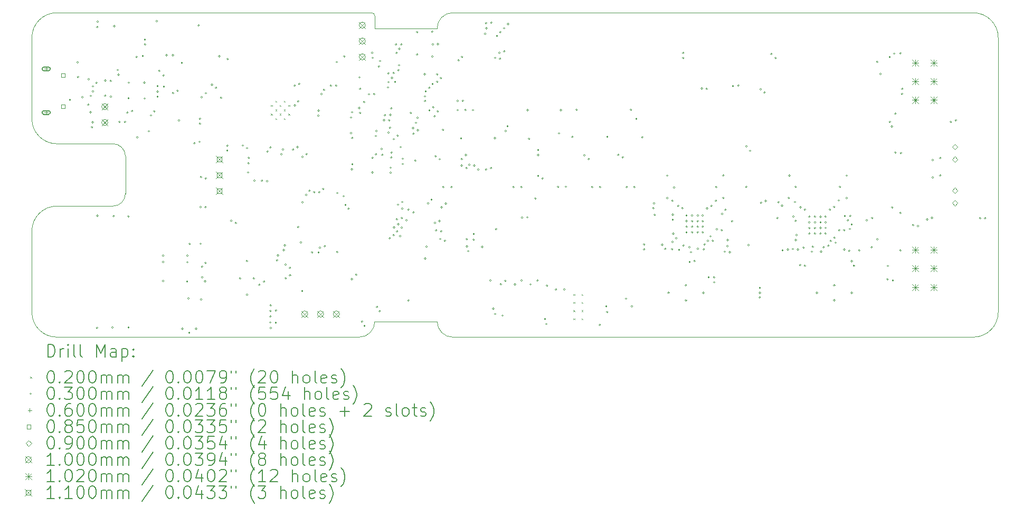
<source format=gbr>
%TF.GenerationSoftware,KiCad,Pcbnew,7.0.5-4d25ed1034~172~ubuntu22.04.1*%
%TF.CreationDate,2023-05-31T13:41:06+02:00*%
%TF.ProjectId,Drawer_Controller,44726177-6572-45f4-936f-6e74726f6c6c,rev?*%
%TF.SameCoordinates,Original*%
%TF.FileFunction,Drillmap*%
%TF.FilePolarity,Positive*%
%FSLAX45Y45*%
G04 Gerber Fmt 4.5, Leading zero omitted, Abs format (unit mm)*
G04 Created by KiCad (PCBNEW 7.0.5-4d25ed1034~172~ubuntu22.04.1) date 2023-05-31 13:41:06*
%MOMM*%
%LPD*%
G01*
G04 APERTURE LIST*
%ADD10C,0.100000*%
%ADD11C,0.200000*%
%ADD12C,0.020000*%
%ADD13C,0.030000*%
%ADD14C,0.060000*%
%ADD15C,0.085000*%
%ADD16C,0.090000*%
%ADD17C,0.102000*%
%ADD18C,0.110000*%
G04 APERTURE END LIST*
D10*
X18550000Y-9700000D02*
G75*
G03*
X18300000Y-9950000I0J-250000D01*
G01*
X17800000Y-9950000D02*
X18300000Y-9950000D01*
X17800000Y-9950000D02*
X17300000Y-9950000D01*
X12200000Y-9700000D02*
G75*
G03*
X11800000Y-10100000I0J-400000D01*
G01*
X11800000Y-11400000D02*
X11800000Y-10100000D01*
X11800000Y-14500000D02*
X11800000Y-13200000D01*
X26900000Y-14900000D02*
G75*
G03*
X27300000Y-14500000I0J400000D01*
G01*
X13300000Y-12600000D02*
X13300000Y-12000000D01*
X17050000Y-9700000D02*
X17250000Y-9700000D01*
X17800000Y-14650000D02*
X18300000Y-14650000D01*
X17300000Y-9950000D02*
X17300000Y-9750000D01*
X12200000Y-12800000D02*
G75*
G03*
X11800000Y-13200000I0J-400000D01*
G01*
X18550000Y-14900000D02*
X26900000Y-14900000D01*
X17050000Y-9700000D02*
X12200000Y-9700000D01*
X11800000Y-11400000D02*
G75*
G03*
X12200000Y-11800000I400000J0D01*
G01*
X13100000Y-11800000D02*
X12200000Y-11800000D01*
X13100000Y-12800000D02*
G75*
G03*
X13300000Y-12600000I0J200000D01*
G01*
X12200000Y-12800000D02*
X13100000Y-12800000D01*
X17050000Y-14900000D02*
G75*
G03*
X17300000Y-14650000I0J250000D01*
G01*
X27300000Y-10100000D02*
G75*
G03*
X26900000Y-9700000I-400000J0D01*
G01*
X17300000Y-9750000D02*
G75*
G03*
X17250000Y-9700000I-50000J0D01*
G01*
X17050000Y-14900000D02*
X12200000Y-14900000D01*
X27300000Y-14500000D02*
X27300000Y-10100000D01*
X11800000Y-14500000D02*
G75*
G03*
X12200000Y-14900000I400000J0D01*
G01*
X17800000Y-14650000D02*
X17300000Y-14650000D01*
X18300000Y-14650000D02*
G75*
G03*
X18550000Y-14900000I250000J0D01*
G01*
X13300000Y-12000000D02*
G75*
G03*
X13100000Y-11800000I-200000J0D01*
G01*
X18550000Y-9700000D02*
X26900000Y-9700000D01*
D11*
D12*
X15635000Y-11180000D02*
X15655000Y-11200000D01*
X15655000Y-11180000D02*
X15635000Y-11200000D01*
X15635000Y-11320000D02*
X15655000Y-11340000D01*
X15655000Y-11320000D02*
X15635000Y-11340000D01*
X15705000Y-11110000D02*
X15725000Y-11130000D01*
X15725000Y-11110000D02*
X15705000Y-11130000D01*
X15705000Y-11250000D02*
X15725000Y-11270000D01*
X15725000Y-11250000D02*
X15705000Y-11270000D01*
X15705000Y-11390000D02*
X15725000Y-11410000D01*
X15725000Y-11390000D02*
X15705000Y-11410000D01*
X15775000Y-11180000D02*
X15795000Y-11200000D01*
X15795000Y-11180000D02*
X15775000Y-11200000D01*
X15775000Y-11320000D02*
X15795000Y-11340000D01*
X15795000Y-11320000D02*
X15775000Y-11340000D01*
X15845000Y-11110000D02*
X15865000Y-11130000D01*
X15865000Y-11110000D02*
X15845000Y-11130000D01*
X15845000Y-11250000D02*
X15865000Y-11270000D01*
X15865000Y-11250000D02*
X15845000Y-11270000D01*
X15845000Y-11390000D02*
X15865000Y-11410000D01*
X15865000Y-11390000D02*
X15845000Y-11410000D01*
X15915000Y-11180000D02*
X15935000Y-11200000D01*
X15935000Y-11180000D02*
X15915000Y-11200000D01*
X15915000Y-11320000D02*
X15935000Y-11340000D01*
X15935000Y-11320000D02*
X15915000Y-11340000D01*
X20485000Y-14208750D02*
X20505000Y-14228750D01*
X20505000Y-14208750D02*
X20485000Y-14228750D01*
X20485000Y-14338750D02*
X20505000Y-14358750D01*
X20505000Y-14338750D02*
X20485000Y-14358750D01*
X20485000Y-14468750D02*
X20505000Y-14488750D01*
X20505000Y-14468750D02*
X20485000Y-14488750D01*
X20485000Y-14598750D02*
X20505000Y-14618750D01*
X20505000Y-14598750D02*
X20485000Y-14618750D01*
X20615000Y-14208750D02*
X20635000Y-14228750D01*
X20635000Y-14208750D02*
X20615000Y-14228750D01*
X20615000Y-14338750D02*
X20635000Y-14358750D01*
X20635000Y-14338750D02*
X20615000Y-14358750D01*
X20615000Y-14468750D02*
X20635000Y-14488750D01*
X20635000Y-14468750D02*
X20615000Y-14488750D01*
X20615000Y-14598750D02*
X20635000Y-14618750D01*
X20635000Y-14598750D02*
X20615000Y-14618750D01*
D13*
X12425000Y-11095000D02*
G75*
G03*
X12425000Y-11095000I-15000J0D01*
G01*
X12550000Y-10495000D02*
G75*
G03*
X12550000Y-10495000I-15000J0D01*
G01*
X12555000Y-10730000D02*
G75*
G03*
X12555000Y-10730000I-15000J0D01*
G01*
X12625000Y-11055000D02*
G75*
G03*
X12625000Y-11055000I-15000J0D01*
G01*
X12720000Y-11175000D02*
G75*
G03*
X12720000Y-11175000I-15000J0D01*
G01*
X12725000Y-10765000D02*
G75*
G03*
X12725000Y-10765000I-15000J0D01*
G01*
X12755000Y-11295000D02*
G75*
G03*
X12755000Y-11295000I-15000J0D01*
G01*
X12760000Y-11032600D02*
G75*
G03*
X12760000Y-11032600I-15000J0D01*
G01*
X12780000Y-11535000D02*
G75*
G03*
X12780000Y-11535000I-15000J0D01*
G01*
X12791307Y-11455853D02*
G75*
G03*
X12791307Y-11455853I-15000J0D01*
G01*
X12795000Y-10880050D02*
G75*
G03*
X12795000Y-10880050I-15000J0D01*
G01*
X12795000Y-10960000D02*
G75*
G03*
X12795000Y-10960000I-15000J0D01*
G01*
X12850162Y-10822177D02*
G75*
G03*
X12850162Y-10822177I-15000J0D01*
G01*
X12860000Y-14750000D02*
G75*
G03*
X12860000Y-14750000I-15000J0D01*
G01*
X12865000Y-9930000D02*
G75*
G03*
X12865000Y-9930000I-15000J0D01*
G01*
X12865000Y-12955000D02*
G75*
G03*
X12865000Y-12955000I-15000J0D01*
G01*
X12871707Y-9842808D02*
G75*
G03*
X12871707Y-9842808I-15000J0D01*
G01*
X12992550Y-10785000D02*
G75*
G03*
X12992550Y-10785000I-15000J0D01*
G01*
X12992550Y-11030000D02*
G75*
G03*
X12992550Y-11030000I-15000J0D01*
G01*
X13080000Y-10795000D02*
G75*
G03*
X13080000Y-10795000I-15000J0D01*
G01*
X13080000Y-11045000D02*
G75*
G03*
X13080000Y-11045000I-15000J0D01*
G01*
X13105000Y-14745000D02*
G75*
G03*
X13105000Y-14745000I-15000J0D01*
G01*
X13125000Y-12960000D02*
G75*
G03*
X13125000Y-12960000I-15000J0D01*
G01*
X13135000Y-9915000D02*
G75*
G03*
X13135000Y-9915000I-15000J0D01*
G01*
X13191856Y-10616138D02*
G75*
G03*
X13191856Y-10616138I-15000J0D01*
G01*
X13205000Y-10695000D02*
G75*
G03*
X13205000Y-10695000I-15000J0D01*
G01*
X13220000Y-11450000D02*
G75*
G03*
X13220000Y-11450000I-15000J0D01*
G01*
X13307450Y-11450000D02*
G75*
G03*
X13307450Y-11450000I-15000J0D01*
G01*
X13347965Y-11300999D02*
G75*
G03*
X13347965Y-11300999I-15000J0D01*
G01*
X13365000Y-11070000D02*
G75*
G03*
X13365000Y-11070000I-15000J0D01*
G01*
X13365000Y-12965000D02*
G75*
G03*
X13365000Y-12965000I-15000J0D01*
G01*
X13365000Y-14745000D02*
G75*
G03*
X13365000Y-14745000I-15000J0D01*
G01*
X13370000Y-10820000D02*
G75*
G03*
X13370000Y-10820000I-15000J0D01*
G01*
X13423667Y-11275286D02*
G75*
G03*
X13423667Y-11275286I-15000J0D01*
G01*
X13495000Y-10407450D02*
G75*
G03*
X13495000Y-10407450I-15000J0D01*
G01*
X13505000Y-11695000D02*
G75*
G03*
X13505000Y-11695000I-15000J0D01*
G01*
X13595000Y-10392450D02*
G75*
G03*
X13595000Y-10392450I-15000J0D01*
G01*
X13620000Y-10820000D02*
G75*
G03*
X13620000Y-10820000I-15000J0D01*
G01*
X13625000Y-11075000D02*
G75*
G03*
X13625000Y-11075000I-15000J0D01*
G01*
X13628147Y-10130071D02*
G75*
G03*
X13628147Y-10130071I-15000J0D01*
G01*
X13630000Y-10210000D02*
G75*
G03*
X13630000Y-10210000I-15000J0D01*
G01*
X13690000Y-11600000D02*
G75*
G03*
X13690000Y-11600000I-15000J0D01*
G01*
X13725000Y-11345000D02*
G75*
G03*
X13725000Y-11345000I-15000J0D01*
G01*
X13780000Y-11280000D02*
G75*
G03*
X13780000Y-11280000I-15000J0D01*
G01*
X13820000Y-9835000D02*
G75*
G03*
X13820000Y-9835000I-15000J0D01*
G01*
X13829645Y-10965000D02*
G75*
G03*
X13829645Y-10965000I-15000J0D01*
G01*
X13829950Y-11044950D02*
G75*
G03*
X13829950Y-11044950I-15000J0D01*
G01*
X13830000Y-10875000D02*
G75*
G03*
X13830000Y-10875000I-15000J0D01*
G01*
X13860000Y-10632450D02*
G75*
G03*
X13860000Y-10632450I-15000J0D01*
G01*
X13920000Y-13595000D02*
G75*
G03*
X13920000Y-13595000I-15000J0D01*
G01*
X13920000Y-13695000D02*
G75*
G03*
X13920000Y-13695000I-15000J0D01*
G01*
X13920000Y-14000000D02*
G75*
G03*
X13920000Y-14000000I-15000J0D01*
G01*
X13925000Y-10705000D02*
G75*
G03*
X13925000Y-10705000I-15000J0D01*
G01*
X13932500Y-10882500D02*
G75*
G03*
X13932500Y-10882500I-15000J0D01*
G01*
X13975000Y-10380000D02*
G75*
G03*
X13975000Y-10380000I-15000J0D01*
G01*
X14075000Y-10380000D02*
G75*
G03*
X14075000Y-10380000I-15000J0D01*
G01*
X14080111Y-10988827D02*
G75*
G03*
X14080111Y-10988827I-15000J0D01*
G01*
X14150000Y-10950000D02*
G75*
G03*
X14150000Y-10950000I-15000J0D01*
G01*
X14175000Y-11425000D02*
G75*
G03*
X14175000Y-11425000I-15000J0D01*
G01*
X14220000Y-10502500D02*
G75*
G03*
X14220000Y-10502500I-15000J0D01*
G01*
X14230000Y-14765000D02*
G75*
G03*
X14230000Y-14765000I-15000J0D01*
G01*
X14305000Y-14010000D02*
G75*
G03*
X14305000Y-14010000I-15000J0D01*
G01*
X14310000Y-13595000D02*
G75*
G03*
X14310000Y-13595000I-15000J0D01*
G01*
X14310000Y-13700000D02*
G75*
G03*
X14310000Y-13700000I-15000J0D01*
G01*
X14327500Y-14280000D02*
G75*
G03*
X14327500Y-14280000I-15000J0D01*
G01*
X14340000Y-14830000D02*
G75*
G03*
X14340000Y-14830000I-15000J0D01*
G01*
X14345000Y-13405000D02*
G75*
G03*
X14345000Y-13405000I-15000J0D01*
G01*
X14423316Y-11791684D02*
G75*
G03*
X14423316Y-11791684I-15000J0D01*
G01*
X14450000Y-14765000D02*
G75*
G03*
X14450000Y-14765000I-15000J0D01*
G01*
X14490000Y-9905000D02*
G75*
G03*
X14490000Y-9905000I-15000J0D01*
G01*
X14505000Y-11770000D02*
G75*
G03*
X14505000Y-11770000I-15000J0D01*
G01*
X14510000Y-11400000D02*
G75*
G03*
X14510000Y-11400000I-15000J0D01*
G01*
X14510000Y-11479950D02*
G75*
G03*
X14510000Y-11479950I-15000J0D01*
G01*
X14520000Y-13402500D02*
G75*
G03*
X14520000Y-13402500I-15000J0D01*
G01*
X14520050Y-12815000D02*
G75*
G03*
X14520050Y-12815000I-15000J0D01*
G01*
X14527867Y-12333964D02*
G75*
G03*
X14527867Y-12333964I-15000J0D01*
G01*
X14530000Y-14297500D02*
G75*
G03*
X14530000Y-14297500I-15000J0D01*
G01*
X14537550Y-11054472D02*
G75*
G03*
X14537550Y-11054472I-15000J0D01*
G01*
X14545000Y-13770000D02*
G75*
G03*
X14545000Y-13770000I-15000J0D01*
G01*
X14545000Y-13940000D02*
G75*
G03*
X14545000Y-13940000I-15000J0D01*
G01*
X14594085Y-14003109D02*
G75*
G03*
X14594085Y-14003109I-15000J0D01*
G01*
X14598116Y-13710244D02*
G75*
G03*
X14598116Y-13710244I-15000J0D01*
G01*
X14600000Y-12815000D02*
G75*
G03*
X14600000Y-12815000I-15000J0D01*
G01*
X14604000Y-10990000D02*
G75*
G03*
X14604000Y-10990000I-15000J0D01*
G01*
X14605000Y-12355000D02*
G75*
G03*
X14605000Y-12355000I-15000J0D01*
G01*
X14705000Y-10855000D02*
G75*
G03*
X14705000Y-10855000I-15000J0D01*
G01*
X14768960Y-10902970D02*
G75*
G03*
X14768960Y-10902970I-15000J0D01*
G01*
X14820000Y-10397500D02*
G75*
G03*
X14820000Y-10397500I-15000J0D01*
G01*
X14850000Y-11065000D02*
G75*
G03*
X14850000Y-11065000I-15000J0D01*
G01*
X14949450Y-11908862D02*
G75*
G03*
X14949450Y-11908862I-15000J0D01*
G01*
X14951291Y-11828933D02*
G75*
G03*
X14951291Y-11828933I-15000J0D01*
G01*
X14955000Y-10440000D02*
G75*
G03*
X14955000Y-10440000I-15000J0D01*
G01*
X15012216Y-13036916D02*
G75*
G03*
X15012216Y-13036916I-15000J0D01*
G01*
X15085000Y-13070000D02*
G75*
G03*
X15085000Y-13070000I-15000J0D01*
G01*
X15155000Y-13960000D02*
G75*
G03*
X15155000Y-13960000I-15000J0D01*
G01*
X15198709Y-11828933D02*
G75*
G03*
X15198709Y-11828933I-15000J0D01*
G01*
X15265000Y-13680000D02*
G75*
G03*
X15265000Y-13680000I-15000J0D01*
G01*
X15265000Y-14220000D02*
G75*
G03*
X15265000Y-14220000I-15000J0D01*
G01*
X15266026Y-11872065D02*
G75*
G03*
X15266026Y-11872065I-15000J0D01*
G01*
X15285000Y-12260000D02*
G75*
G03*
X15285000Y-12260000I-15000J0D01*
G01*
X15289184Y-12114184D02*
G75*
G03*
X15289184Y-12114184I-15000J0D01*
G01*
X15295000Y-12025000D02*
G75*
G03*
X15295000Y-12025000I-15000J0D01*
G01*
X15375000Y-13960000D02*
G75*
G03*
X15375000Y-13960000I-15000J0D01*
G01*
X15385000Y-12390000D02*
G75*
G03*
X15385000Y-12390000I-15000J0D01*
G01*
X15461655Y-14061484D02*
G75*
G03*
X15461655Y-14061484I-15000J0D01*
G01*
X15505000Y-12395000D02*
G75*
G03*
X15505000Y-12395000I-15000J0D01*
G01*
X15540000Y-14010000D02*
G75*
G03*
X15540000Y-14010000I-15000J0D01*
G01*
X15590000Y-12400000D02*
G75*
G03*
X15590000Y-12400000I-15000J0D01*
G01*
X15594151Y-11925498D02*
G75*
G03*
X15594151Y-11925498I-15000J0D01*
G01*
X15640000Y-11860000D02*
G75*
G03*
X15640000Y-11860000I-15000J0D01*
G01*
X15640000Y-14480000D02*
G75*
G03*
X15640000Y-14480000I-15000J0D01*
G01*
X15640000Y-14570000D02*
G75*
G03*
X15640000Y-14570000I-15000J0D01*
G01*
X15640000Y-14665000D02*
G75*
G03*
X15640000Y-14665000I-15000J0D01*
G01*
X15645000Y-14390000D02*
G75*
G03*
X15645000Y-14390000I-15000J0D01*
G01*
X15645810Y-14753099D02*
G75*
G03*
X15645810Y-14753099I-15000J0D01*
G01*
X15728171Y-14669950D02*
G75*
G03*
X15728171Y-14669950I-15000J0D01*
G01*
X15730000Y-14470000D02*
G75*
G03*
X15730000Y-14470000I-15000J0D01*
G01*
X15747138Y-13668909D02*
G75*
G03*
X15747138Y-13668909I-15000J0D01*
G01*
X15760000Y-13590000D02*
G75*
G03*
X15760000Y-13590000I-15000J0D01*
G01*
X15816547Y-11968121D02*
G75*
G03*
X15816547Y-11968121I-15000J0D01*
G01*
X15842500Y-11892500D02*
G75*
G03*
X15842500Y-11892500I-15000J0D01*
G01*
X15855000Y-13505000D02*
G75*
G03*
X15855000Y-13505000I-15000J0D01*
G01*
X15871752Y-13426824D02*
G75*
G03*
X15871752Y-13426824I-15000J0D01*
G01*
X15885000Y-13738950D02*
G75*
G03*
X15885000Y-13738950I-15000J0D01*
G01*
X15885000Y-13955000D02*
G75*
G03*
X15885000Y-13955000I-15000J0D01*
G01*
X15955000Y-13790000D02*
G75*
G03*
X15955000Y-13790000I-15000J0D01*
G01*
X15955000Y-13910000D02*
G75*
G03*
X15955000Y-13910000I-15000J0D01*
G01*
X16005000Y-11893000D02*
G75*
G03*
X16005000Y-11893000I-15000J0D01*
G01*
X16030000Y-10870000D02*
G75*
G03*
X16030000Y-10870000I-15000J0D01*
G01*
X16031566Y-11185000D02*
G75*
G03*
X16031566Y-11185000I-15000J0D01*
G01*
X16074757Y-11853936D02*
G75*
G03*
X16074757Y-11853936I-15000J0D01*
G01*
X16085000Y-11120000D02*
G75*
G03*
X16085000Y-11120000I-15000J0D01*
G01*
X16085000Y-13135000D02*
G75*
G03*
X16085000Y-13135000I-15000J0D01*
G01*
X16103800Y-10839250D02*
G75*
G03*
X16103800Y-10839250I-15000J0D01*
G01*
X16130000Y-13380000D02*
G75*
G03*
X16130000Y-13380000I-15000J0D01*
G01*
X16150816Y-14159184D02*
G75*
G03*
X16150816Y-14159184I-15000J0D01*
G01*
X16155000Y-12010000D02*
G75*
G03*
X16155000Y-12010000I-15000J0D01*
G01*
X16155000Y-12740000D02*
G75*
G03*
X16155000Y-12740000I-15000J0D01*
G01*
X16215000Y-12620000D02*
G75*
G03*
X16215000Y-12620000I-15000J0D01*
G01*
X16221782Y-11966043D02*
G75*
G03*
X16221782Y-11966043I-15000J0D01*
G01*
X16267912Y-12553981D02*
G75*
G03*
X16267912Y-12553981I-15000J0D01*
G01*
X16310000Y-13540000D02*
G75*
G03*
X16310000Y-13540000I-15000J0D01*
G01*
X16345050Y-12575000D02*
G75*
G03*
X16345050Y-12575000I-15000J0D01*
G01*
X16407762Y-11349622D02*
G75*
G03*
X16407762Y-11349622I-15000J0D01*
G01*
X16413036Y-13541874D02*
G75*
G03*
X16413036Y-13541874I-15000J0D01*
G01*
X16415000Y-11270000D02*
G75*
G03*
X16415000Y-11270000I-15000J0D01*
G01*
X16425000Y-12575000D02*
G75*
G03*
X16425000Y-12575000I-15000J0D01*
G01*
X16435000Y-13465000D02*
G75*
G03*
X16435000Y-13465000I-15000J0D01*
G01*
X16460000Y-11005000D02*
G75*
G03*
X16460000Y-11005000I-15000J0D01*
G01*
X16487049Y-12524583D02*
G75*
G03*
X16487049Y-12524583I-15000J0D01*
G01*
X16500558Y-10936101D02*
G75*
G03*
X16500558Y-10936101I-15000J0D01*
G01*
X16512408Y-13444999D02*
G75*
G03*
X16512408Y-13444999I-15000J0D01*
G01*
X16612115Y-10869517D02*
G75*
G03*
X16612115Y-10869517I-15000J0D01*
G01*
X16695000Y-10870000D02*
G75*
G03*
X16695000Y-10870000I-15000J0D01*
G01*
X16705000Y-10490000D02*
G75*
G03*
X16705000Y-10490000I-15000J0D01*
G01*
X16712500Y-13537500D02*
G75*
G03*
X16712500Y-13537500I-15000J0D01*
G01*
X16715000Y-12590000D02*
G75*
G03*
X16715000Y-12590000I-15000J0D01*
G01*
X16815000Y-12640000D02*
G75*
G03*
X16815000Y-12640000I-15000J0D01*
G01*
X16825000Y-10400000D02*
G75*
G03*
X16825000Y-10400000I-15000J0D01*
G01*
X16845000Y-12780000D02*
G75*
G03*
X16845000Y-12780000I-15000J0D01*
G01*
X16894945Y-12842431D02*
G75*
G03*
X16894945Y-12842431I-15000J0D01*
G01*
X16935000Y-11380000D02*
G75*
G03*
X16935000Y-11380000I-15000J0D01*
G01*
X16935000Y-11630000D02*
G75*
G03*
X16935000Y-11630000I-15000J0D01*
G01*
X16945000Y-13970000D02*
G75*
G03*
X16945000Y-13970000I-15000J0D01*
G01*
X16945565Y-12209392D02*
G75*
G03*
X16945565Y-12209392I-15000J0D01*
G01*
X16949950Y-11294724D02*
G75*
G03*
X16949950Y-11294724I-15000J0D01*
G01*
X16951752Y-11708175D02*
G75*
G03*
X16951752Y-11708175I-15000J0D01*
G01*
X16955000Y-12130000D02*
G75*
G03*
X16955000Y-12130000I-15000J0D01*
G01*
X17015000Y-13900000D02*
G75*
G03*
X17015000Y-13900000I-15000J0D01*
G01*
X17064321Y-11226602D02*
G75*
G03*
X17064321Y-11226602I-15000J0D01*
G01*
X17070000Y-10735000D02*
G75*
G03*
X17070000Y-10735000I-15000J0D01*
G01*
X17080000Y-10920000D02*
G75*
G03*
X17080000Y-10920000I-15000J0D01*
G01*
X17080000Y-11305000D02*
G75*
G03*
X17080000Y-11305000I-15000J0D01*
G01*
X17111120Y-14650140D02*
G75*
G03*
X17111120Y-14650140I-15000J0D01*
G01*
X17145000Y-11131510D02*
G75*
G03*
X17145000Y-11131510I-15000J0D01*
G01*
X17150000Y-14720000D02*
G75*
G03*
X17150000Y-14720000I-15000J0D01*
G01*
X17223341Y-11006709D02*
G75*
G03*
X17223341Y-11006709I-15000J0D01*
G01*
X17271517Y-10341701D02*
G75*
G03*
X17271517Y-10341701I-15000J0D01*
G01*
X17275000Y-12260000D02*
G75*
G03*
X17275000Y-12260000I-15000J0D01*
G01*
X17278467Y-12026533D02*
G75*
G03*
X17278467Y-12026533I-15000J0D01*
G01*
X17282368Y-10422368D02*
G75*
G03*
X17282368Y-10422368I-15000J0D01*
G01*
X17305000Y-11005000D02*
G75*
G03*
X17305000Y-11005000I-15000J0D01*
G01*
X17332566Y-11675629D02*
G75*
G03*
X17332566Y-11675629I-15000J0D01*
G01*
X17335000Y-11970000D02*
G75*
G03*
X17335000Y-11970000I-15000J0D01*
G01*
X17338900Y-11595930D02*
G75*
G03*
X17338900Y-11595930I-15000J0D01*
G01*
X17350000Y-14417550D02*
G75*
G03*
X17350000Y-14417550I-15000J0D01*
G01*
X17380000Y-10560000D02*
G75*
G03*
X17380000Y-10560000I-15000J0D01*
G01*
X17395000Y-14485000D02*
G75*
G03*
X17395000Y-14485000I-15000J0D01*
G01*
X17398047Y-10473496D02*
G75*
G03*
X17398047Y-10473496I-15000J0D01*
G01*
X17425000Y-11885000D02*
G75*
G03*
X17425000Y-11885000I-15000J0D01*
G01*
X17435000Y-11980000D02*
G75*
G03*
X17435000Y-11980000I-15000J0D01*
G01*
X17462927Y-11421341D02*
G75*
G03*
X17462927Y-11421341I-15000J0D01*
G01*
X17477306Y-11342694D02*
G75*
G03*
X17477306Y-11342694I-15000J0D01*
G01*
X17527256Y-10896278D02*
G75*
G03*
X17527256Y-10896278I-15000J0D01*
G01*
X17535000Y-10670000D02*
G75*
G03*
X17535000Y-10670000I-15000J0D01*
G01*
X17535468Y-11619027D02*
G75*
G03*
X17535468Y-11619027I-15000J0D01*
G01*
X17536593Y-10812859D02*
G75*
G03*
X17536593Y-10812859I-15000J0D01*
G01*
X17545000Y-11425000D02*
G75*
G03*
X17545000Y-11425000I-15000J0D01*
G01*
X17555000Y-13315000D02*
G75*
G03*
X17555000Y-13315000I-15000J0D01*
G01*
X17560050Y-11542950D02*
G75*
G03*
X17560050Y-11542950I-15000J0D01*
G01*
X17565000Y-11335000D02*
G75*
G03*
X17565000Y-11335000I-15000J0D01*
G01*
X17570000Y-12183950D02*
G75*
G03*
X17570000Y-12183950I-15000J0D01*
G01*
X17570000Y-12263900D02*
G75*
G03*
X17570000Y-12263900I-15000J0D01*
G01*
X17580000Y-11235000D02*
G75*
G03*
X17580000Y-11235000I-15000J0D01*
G01*
X17580000Y-12020000D02*
G75*
G03*
X17580000Y-12020000I-15000J0D01*
G01*
X17585318Y-11940227D02*
G75*
G03*
X17585318Y-11940227I-15000J0D01*
G01*
X17590000Y-10746421D02*
G75*
G03*
X17590000Y-10746421I-15000J0D01*
G01*
X17616949Y-13264460D02*
G75*
G03*
X17616949Y-13264460I-15000J0D01*
G01*
X17618369Y-10665813D02*
G75*
G03*
X17618369Y-10665813I-15000J0D01*
G01*
X17620000Y-11725000D02*
G75*
G03*
X17620000Y-11725000I-15000J0D01*
G01*
X17625000Y-13140757D02*
G75*
G03*
X17625000Y-13140757I-15000J0D01*
G01*
X17640181Y-10808662D02*
G75*
G03*
X17640181Y-10808662I-15000J0D01*
G01*
X17655000Y-10210000D02*
G75*
G03*
X17655000Y-10210000I-15000J0D01*
G01*
X17665000Y-10343610D02*
G75*
G03*
X17665000Y-10343610I-15000J0D01*
G01*
X17670000Y-13011888D02*
G75*
G03*
X17670000Y-13011888I-15000J0D01*
G01*
X17672737Y-13207190D02*
G75*
G03*
X17672737Y-13207190I-15000J0D01*
G01*
X17680000Y-11670000D02*
G75*
G03*
X17680000Y-11670000I-15000J0D01*
G01*
X17688862Y-12776283D02*
G75*
G03*
X17688862Y-12776283I-15000J0D01*
G01*
X17690000Y-13090000D02*
G75*
G03*
X17690000Y-13090000I-15000J0D01*
G01*
X17695000Y-10620000D02*
G75*
G03*
X17695000Y-10620000I-15000J0D01*
G01*
X17705000Y-10540000D02*
G75*
G03*
X17705000Y-10540000I-15000J0D01*
G01*
X17709374Y-10277105D02*
G75*
G03*
X17709374Y-10277105I-15000J0D01*
G01*
X17720000Y-13280000D02*
G75*
G03*
X17720000Y-13280000I-15000J0D01*
G01*
X17730252Y-11852041D02*
G75*
G03*
X17730252Y-11852041I-15000J0D01*
G01*
X17739607Y-10208761D02*
G75*
G03*
X17739607Y-10208761I-15000J0D01*
G01*
X17746964Y-13146100D02*
G75*
G03*
X17746964Y-13146100I-15000J0D01*
G01*
X17749980Y-12991308D02*
G75*
G03*
X17749980Y-12991308I-15000J0D01*
G01*
X17756147Y-12838853D02*
G75*
G03*
X17756147Y-12838853I-15000J0D01*
G01*
X17756423Y-12733533D02*
G75*
G03*
X17756423Y-12733533I-15000J0D01*
G01*
X17765000Y-12040000D02*
G75*
G03*
X17765000Y-12040000I-15000J0D01*
G01*
X17765000Y-12125000D02*
G75*
G03*
X17765000Y-12125000I-15000J0D01*
G01*
X17825000Y-13026050D02*
G75*
G03*
X17825000Y-13026050I-15000J0D01*
G01*
X17855000Y-12855938D02*
G75*
G03*
X17855000Y-12855938I-15000J0D01*
G01*
X17855000Y-14310000D02*
G75*
G03*
X17855000Y-14310000I-15000J0D01*
G01*
X17893030Y-11304484D02*
G75*
G03*
X17893030Y-11304484I-15000J0D01*
G01*
X17930000Y-11550000D02*
G75*
G03*
X17930000Y-11550000I-15000J0D01*
G01*
X17935000Y-11640000D02*
G75*
G03*
X17935000Y-11640000I-15000J0D01*
G01*
X17935000Y-12901050D02*
G75*
G03*
X17935000Y-12901050I-15000J0D01*
G01*
X17965000Y-12070000D02*
G75*
G03*
X17965000Y-12070000I-15000J0D01*
G01*
X17975000Y-11463100D02*
G75*
G03*
X17975000Y-11463100I-15000J0D01*
G01*
X17995000Y-10010000D02*
G75*
G03*
X17995000Y-10010000I-15000J0D01*
G01*
X17995000Y-10370000D02*
G75*
G03*
X17995000Y-10370000I-15000J0D01*
G01*
X17999794Y-11383294D02*
G75*
G03*
X17999794Y-11383294I-15000J0D01*
G01*
X18005000Y-11581050D02*
G75*
G03*
X18005000Y-11581050I-15000J0D01*
G01*
X18115000Y-10685000D02*
G75*
G03*
X18115000Y-10685000I-15000J0D01*
G01*
X18120000Y-11040000D02*
G75*
G03*
X18120000Y-11040000I-15000J0D01*
G01*
X18120000Y-11115000D02*
G75*
G03*
X18120000Y-11115000I-15000J0D01*
G01*
X18125000Y-13640000D02*
G75*
G03*
X18125000Y-13640000I-15000J0D01*
G01*
X18132173Y-10960191D02*
G75*
G03*
X18132173Y-10960191I-15000J0D01*
G01*
X18145000Y-13450000D02*
G75*
G03*
X18145000Y-13450000I-15000J0D01*
G01*
X18169184Y-12755816D02*
G75*
G03*
X18169184Y-12755816I-15000J0D01*
G01*
X18188303Y-10903258D02*
G75*
G03*
X18188303Y-10903258I-15000J0D01*
G01*
X18190000Y-11265000D02*
G75*
G03*
X18190000Y-11265000I-15000J0D01*
G01*
X18225717Y-12694807D02*
G75*
G03*
X18225717Y-12694807I-15000J0D01*
G01*
X18236112Y-10401755D02*
G75*
G03*
X18236112Y-10401755I-15000J0D01*
G01*
X18236750Y-10001750D02*
G75*
G03*
X18236750Y-10001750I-15000J0D01*
G01*
X18242500Y-10842766D02*
G75*
G03*
X18242500Y-10842766I-15000J0D01*
G01*
X18245000Y-10206980D02*
G75*
G03*
X18245000Y-10206980I-15000J0D01*
G01*
X18253109Y-11215915D02*
G75*
G03*
X18253109Y-11215915I-15000J0D01*
G01*
X18275000Y-11360000D02*
G75*
G03*
X18275000Y-11360000I-15000J0D01*
G01*
X18280000Y-13070000D02*
G75*
G03*
X18280000Y-13070000I-15000J0D01*
G01*
X18290000Y-12000000D02*
G75*
G03*
X18290000Y-12000000I-15000J0D01*
G01*
X18300000Y-13190000D02*
G75*
G03*
X18300000Y-13190000I-15000J0D01*
G01*
X18315373Y-10806260D02*
G75*
G03*
X18315373Y-10806260I-15000J0D01*
G01*
X18315722Y-10686866D02*
G75*
G03*
X18315722Y-10686866I-15000J0D01*
G01*
X18325000Y-11280000D02*
G75*
G03*
X18325000Y-11280000I-15000J0D01*
G01*
X18327224Y-10202430D02*
G75*
G03*
X18327224Y-10202430I-15000J0D01*
G01*
X18353059Y-13037529D02*
G75*
G03*
X18353059Y-13037529I-15000J0D01*
G01*
X18357451Y-12047450D02*
G75*
G03*
X18357451Y-12047450I-15000J0D01*
G01*
X18365000Y-13325000D02*
G75*
G03*
X18365000Y-13325000I-15000J0D01*
G01*
X18375816Y-10745816D02*
G75*
G03*
X18375816Y-10745816I-15000J0D01*
G01*
X18379147Y-13201307D02*
G75*
G03*
X18379147Y-13201307I-15000J0D01*
G01*
X18385000Y-12819707D02*
G75*
G03*
X18385000Y-12819707I-15000J0D01*
G01*
X18410000Y-11575000D02*
G75*
G03*
X18410000Y-11575000I-15000J0D01*
G01*
X18415000Y-12495000D02*
G75*
G03*
X18415000Y-12495000I-15000J0D01*
G01*
X18439232Y-13354693D02*
G75*
G03*
X18439232Y-13354693I-15000J0D01*
G01*
X18455000Y-12760000D02*
G75*
G03*
X18455000Y-12760000I-15000J0D01*
G01*
X18545000Y-12495000D02*
G75*
G03*
X18545000Y-12495000I-15000J0D01*
G01*
X18642500Y-11112500D02*
G75*
G03*
X18642500Y-11112500I-15000J0D01*
G01*
X18645000Y-11260000D02*
G75*
G03*
X18645000Y-11260000I-15000J0D01*
G01*
X18658316Y-10463316D02*
G75*
G03*
X18658316Y-10463316I-15000J0D01*
G01*
X18700000Y-11715000D02*
G75*
G03*
X18700000Y-11715000I-15000J0D01*
G01*
X18710000Y-12047450D02*
G75*
G03*
X18710000Y-12047450I-15000J0D01*
G01*
X18710000Y-12150000D02*
G75*
G03*
X18710000Y-12150000I-15000J0D01*
G01*
X18714849Y-10406783D02*
G75*
G03*
X18714849Y-10406783I-15000J0D01*
G01*
X18726684Y-11111684D02*
G75*
G03*
X18726684Y-11111684I-15000J0D01*
G01*
X18770000Y-11260000D02*
G75*
G03*
X18770000Y-11260000I-15000J0D01*
G01*
X18775000Y-11980000D02*
G75*
G03*
X18775000Y-11980000I-15000J0D01*
G01*
X18785000Y-12190000D02*
G75*
G03*
X18785000Y-12190000I-15000J0D01*
G01*
X18790000Y-13330000D02*
G75*
G03*
X18790000Y-13330000I-15000J0D01*
G01*
X18790853Y-13444833D02*
G75*
G03*
X18790853Y-13444833I-15000J0D01*
G01*
X18815000Y-13521050D02*
G75*
G03*
X18815000Y-13521050I-15000J0D01*
G01*
X18830853Y-12138693D02*
G75*
G03*
X18830853Y-12138693I-15000J0D01*
G01*
X18890000Y-11260000D02*
G75*
G03*
X18890000Y-11260000I-15000J0D01*
G01*
X18900000Y-13337500D02*
G75*
G03*
X18900000Y-13337500I-15000J0D01*
G01*
X18902500Y-13245000D02*
G75*
G03*
X18902500Y-13245000I-15000J0D01*
G01*
X18910000Y-12150000D02*
G75*
G03*
X18910000Y-12150000I-15000J0D01*
G01*
X18975000Y-12215000D02*
G75*
G03*
X18975000Y-12215000I-15000J0D01*
G01*
X19037500Y-13455000D02*
G75*
G03*
X19037500Y-13455000I-15000J0D01*
G01*
X19084920Y-10037420D02*
G75*
G03*
X19084920Y-10037420I-15000J0D01*
G01*
X19100000Y-9865000D02*
G75*
G03*
X19100000Y-9865000I-15000J0D01*
G01*
X19100000Y-12210000D02*
G75*
G03*
X19100000Y-12210000I-15000J0D01*
G01*
X19105000Y-9950000D02*
G75*
G03*
X19105000Y-9950000I-15000J0D01*
G01*
X19170000Y-13992500D02*
G75*
G03*
X19170000Y-13992500I-15000J0D01*
G01*
X19180000Y-12190000D02*
G75*
G03*
X19180000Y-12190000I-15000J0D01*
G01*
X19185276Y-9857747D02*
G75*
G03*
X19185276Y-9857747I-15000J0D01*
G01*
X19215000Y-14445000D02*
G75*
G03*
X19215000Y-14445000I-15000J0D01*
G01*
X19240000Y-11710000D02*
G75*
G03*
X19240000Y-11710000I-15000J0D01*
G01*
X19245000Y-14530000D02*
G75*
G03*
X19245000Y-14530000I-15000J0D01*
G01*
X19245241Y-10422476D02*
G75*
G03*
X19245241Y-10422476I-15000J0D01*
G01*
X19260000Y-13170000D02*
G75*
G03*
X19260000Y-13170000I-15000J0D01*
G01*
X19275000Y-10070000D02*
G75*
G03*
X19275000Y-10070000I-15000J0D01*
G01*
X19313437Y-10341974D02*
G75*
G03*
X19313437Y-10341974I-15000J0D01*
G01*
X19324047Y-10435953D02*
G75*
G03*
X19324047Y-10435953I-15000J0D01*
G01*
X19328780Y-10010842D02*
G75*
G03*
X19328780Y-10010842I-15000J0D01*
G01*
X19337500Y-14052500D02*
G75*
G03*
X19337500Y-14052500I-15000J0D01*
G01*
X19365000Y-14555000D02*
G75*
G03*
X19365000Y-14555000I-15000J0D01*
G01*
X19390000Y-9950000D02*
G75*
G03*
X19390000Y-9950000I-15000J0D01*
G01*
X19390000Y-10318950D02*
G75*
G03*
X19390000Y-10318950I-15000J0D01*
G01*
X19410000Y-13997500D02*
G75*
G03*
X19410000Y-13997500I-15000J0D01*
G01*
X19415000Y-11595000D02*
G75*
G03*
X19415000Y-11595000I-15000J0D01*
G01*
X19444693Y-11520768D02*
G75*
G03*
X19444693Y-11520768I-15000J0D01*
G01*
X19452795Y-9882066D02*
G75*
G03*
X19452795Y-9882066I-15000J0D01*
G01*
X19540000Y-12495000D02*
G75*
G03*
X19540000Y-12495000I-15000J0D01*
G01*
X19562500Y-14055000D02*
G75*
G03*
X19562500Y-14055000I-15000J0D01*
G01*
X19665000Y-12495000D02*
G75*
G03*
X19665000Y-12495000I-15000J0D01*
G01*
X19670000Y-13992500D02*
G75*
G03*
X19670000Y-13992500I-15000J0D01*
G01*
X19677500Y-12982500D02*
G75*
G03*
X19677500Y-12982500I-15000J0D01*
G01*
X19762500Y-12980000D02*
G75*
G03*
X19762500Y-12980000I-15000J0D01*
G01*
X19765000Y-11260000D02*
G75*
G03*
X19765000Y-11260000I-15000J0D01*
G01*
X19790000Y-11720000D02*
G75*
G03*
X19790000Y-11720000I-15000J0D01*
G01*
X19812500Y-14055000D02*
G75*
G03*
X19812500Y-14055000I-15000J0D01*
G01*
X19890000Y-12677500D02*
G75*
G03*
X19890000Y-12677500I-15000J0D01*
G01*
X19925000Y-13992500D02*
G75*
G03*
X19925000Y-13992500I-15000J0D01*
G01*
X19935000Y-11900050D02*
G75*
G03*
X19935000Y-11900050I-15000J0D01*
G01*
X19935000Y-11980000D02*
G75*
G03*
X19935000Y-11980000I-15000J0D01*
G01*
X19935000Y-12315000D02*
G75*
G03*
X19935000Y-12315000I-15000J0D01*
G01*
X20003767Y-12355781D02*
G75*
G03*
X20003767Y-12355781I-15000J0D01*
G01*
X20044466Y-14609009D02*
G75*
G03*
X20044466Y-14609009I-15000J0D01*
G01*
X20065000Y-14690000D02*
G75*
G03*
X20065000Y-14690000I-15000J0D01*
G01*
X20077500Y-14075000D02*
G75*
G03*
X20077500Y-14075000I-15000J0D01*
G01*
X20222500Y-14137500D02*
G75*
G03*
X20222500Y-14137500I-15000J0D01*
G01*
X20255000Y-12490000D02*
G75*
G03*
X20255000Y-12490000I-15000J0D01*
G01*
X20270000Y-11635000D02*
G75*
G03*
X20270000Y-11635000I-15000J0D01*
G01*
X20300000Y-11260000D02*
G75*
G03*
X20300000Y-11260000I-15000J0D01*
G01*
X20355000Y-14135000D02*
G75*
G03*
X20355000Y-14135000I-15000J0D01*
G01*
X20380000Y-12490000D02*
G75*
G03*
X20380000Y-12490000I-15000J0D01*
G01*
X20485000Y-11690000D02*
G75*
G03*
X20485000Y-11690000I-15000J0D01*
G01*
X20550000Y-11255000D02*
G75*
G03*
X20550000Y-11255000I-15000J0D01*
G01*
X20675000Y-11985000D02*
G75*
G03*
X20675000Y-11985000I-15000J0D01*
G01*
X20745394Y-12047450D02*
G75*
G03*
X20745394Y-12047450I-15000J0D01*
G01*
X20800000Y-12495000D02*
G75*
G03*
X20800000Y-12495000I-15000J0D01*
G01*
X20925000Y-14705000D02*
G75*
G03*
X20925000Y-14705000I-15000J0D01*
G01*
X20930000Y-12495000D02*
G75*
G03*
X20930000Y-12495000I-15000J0D01*
G01*
X21027500Y-14407500D02*
G75*
G03*
X21027500Y-14407500I-15000J0D01*
G01*
X21042215Y-14496281D02*
G75*
G03*
X21042215Y-14496281I-15000J0D01*
G01*
X21045000Y-11690000D02*
G75*
G03*
X21045000Y-11690000I-15000J0D01*
G01*
X21220000Y-11980000D02*
G75*
G03*
X21220000Y-11980000I-15000J0D01*
G01*
X21291510Y-12015755D02*
G75*
G03*
X21291510Y-12015755I-15000J0D01*
G01*
X21345000Y-14285000D02*
G75*
G03*
X21345000Y-14285000I-15000J0D01*
G01*
X21355000Y-12495000D02*
G75*
G03*
X21355000Y-12495000I-15000J0D01*
G01*
X21425000Y-11255000D02*
G75*
G03*
X21425000Y-11255000I-15000J0D01*
G01*
X21437500Y-14405000D02*
G75*
G03*
X21437500Y-14405000I-15000J0D01*
G01*
X21480000Y-12495000D02*
G75*
G03*
X21480000Y-12495000I-15000J0D01*
G01*
X21510000Y-11400000D02*
G75*
G03*
X21510000Y-11400000I-15000J0D01*
G01*
X21605000Y-11695000D02*
G75*
G03*
X21605000Y-11695000I-15000J0D01*
G01*
X21635000Y-13415050D02*
G75*
G03*
X21635000Y-13415050I-15000J0D01*
G01*
X21635000Y-13495000D02*
G75*
G03*
X21635000Y-13495000I-15000J0D01*
G01*
X21784809Y-12834298D02*
G75*
G03*
X21784809Y-12834298I-15000J0D01*
G01*
X21795000Y-12755000D02*
G75*
G03*
X21795000Y-12755000I-15000J0D01*
G01*
X21805000Y-12940000D02*
G75*
G03*
X21805000Y-12940000I-15000J0D01*
G01*
X21925000Y-13420000D02*
G75*
G03*
X21925000Y-13420000I-15000J0D01*
G01*
X21973536Y-13484531D02*
G75*
G03*
X21973536Y-13484531I-15000J0D01*
G01*
X22005000Y-12310000D02*
G75*
G03*
X22005000Y-12310000I-15000J0D01*
G01*
X22005000Y-12670000D02*
G75*
G03*
X22005000Y-12670000I-15000J0D01*
G01*
X22025000Y-14190000D02*
G75*
G03*
X22025000Y-14190000I-15000J0D01*
G01*
X22085000Y-13490000D02*
G75*
G03*
X22085000Y-13490000I-15000J0D01*
G01*
X22089950Y-13374113D02*
G75*
G03*
X22089950Y-13374113I-15000J0D01*
G01*
X22090000Y-12715000D02*
G75*
G03*
X22090000Y-12715000I-15000J0D01*
G01*
X22095000Y-12937600D02*
G75*
G03*
X22095000Y-12937600I-15000J0D01*
G01*
X22095000Y-13017550D02*
G75*
G03*
X22095000Y-13017550I-15000J0D01*
G01*
X22105000Y-13242450D02*
G75*
G03*
X22105000Y-13242450I-15000J0D01*
G01*
X22115000Y-12500000D02*
G75*
G03*
X22115000Y-12500000I-15000J0D01*
G01*
X22149474Y-13314530D02*
G75*
G03*
X22149474Y-13314530I-15000J0D01*
G01*
X22181367Y-12793994D02*
G75*
G03*
X22181367Y-12793994I-15000J0D01*
G01*
X22195000Y-13500000D02*
G75*
G03*
X22195000Y-13500000I-15000J0D01*
G01*
X22250000Y-12835000D02*
G75*
G03*
X22250000Y-12835000I-15000J0D01*
G01*
X22260000Y-10425000D02*
G75*
G03*
X22260000Y-10425000I-15000J0D01*
G01*
X22261709Y-10343341D02*
G75*
G03*
X22261709Y-10343341I-15000J0D01*
G01*
X22265000Y-13430000D02*
G75*
G03*
X22265000Y-13430000I-15000J0D01*
G01*
X22305000Y-14070000D02*
G75*
G03*
X22305000Y-14070000I-15000J0D01*
G01*
X22305000Y-14310000D02*
G75*
G03*
X22305000Y-14310000I-15000J0D01*
G01*
X22315000Y-12950000D02*
G75*
G03*
X22315000Y-12950000I-15000J0D01*
G01*
X22315000Y-13040000D02*
G75*
G03*
X22315000Y-13040000I-15000J0D01*
G01*
X22315000Y-13130000D02*
G75*
G03*
X22315000Y-13130000I-15000J0D01*
G01*
X22315000Y-13220000D02*
G75*
G03*
X22315000Y-13220000I-15000J0D01*
G01*
X22359891Y-13457687D02*
G75*
G03*
X22359891Y-13457687I-15000J0D01*
G01*
X22365000Y-13695000D02*
G75*
G03*
X22365000Y-13695000I-15000J0D01*
G01*
X22385645Y-13539234D02*
G75*
G03*
X22385645Y-13539234I-15000J0D01*
G01*
X22405000Y-12950000D02*
G75*
G03*
X22405000Y-12950000I-15000J0D01*
G01*
X22405000Y-13040000D02*
G75*
G03*
X22405000Y-13040000I-15000J0D01*
G01*
X22405000Y-13130000D02*
G75*
G03*
X22405000Y-13130000I-15000J0D01*
G01*
X22405000Y-13220000D02*
G75*
G03*
X22405000Y-13220000I-15000J0D01*
G01*
X22444213Y-13681054D02*
G75*
G03*
X22444213Y-13681054I-15000J0D01*
G01*
X22495000Y-12950000D02*
G75*
G03*
X22495000Y-12950000I-15000J0D01*
G01*
X22495000Y-13040000D02*
G75*
G03*
X22495000Y-13040000I-15000J0D01*
G01*
X22495000Y-13130000D02*
G75*
G03*
X22495000Y-13130000I-15000J0D01*
G01*
X22495000Y-13220000D02*
G75*
G03*
X22495000Y-13220000I-15000J0D01*
G01*
X22497850Y-13483317D02*
G75*
G03*
X22497850Y-13483317I-15000J0D01*
G01*
X22560000Y-10915000D02*
G75*
G03*
X22560000Y-10915000I-15000J0D01*
G01*
X22575000Y-12950000D02*
G75*
G03*
X22575000Y-12950000I-15000J0D01*
G01*
X22575000Y-13040000D02*
G75*
G03*
X22575000Y-13040000I-15000J0D01*
G01*
X22575000Y-13130000D02*
G75*
G03*
X22575000Y-13130000I-15000J0D01*
G01*
X22575000Y-13220000D02*
G75*
G03*
X22575000Y-13220000I-15000J0D01*
G01*
X22585000Y-14190000D02*
G75*
G03*
X22585000Y-14190000I-15000J0D01*
G01*
X22591084Y-13494017D02*
G75*
G03*
X22591084Y-13494017I-15000J0D01*
G01*
X22603950Y-13415109D02*
G75*
G03*
X22603950Y-13415109I-15000J0D01*
G01*
X22639715Y-10921132D02*
G75*
G03*
X22639715Y-10921132I-15000J0D01*
G01*
X22645000Y-12835000D02*
G75*
G03*
X22645000Y-12835000I-15000J0D01*
G01*
X22658889Y-13357025D02*
G75*
G03*
X22658889Y-13357025I-15000J0D01*
G01*
X22670000Y-13940000D02*
G75*
G03*
X22670000Y-13940000I-15000J0D01*
G01*
X22698889Y-13284457D02*
G75*
G03*
X22698889Y-13284457I-15000J0D01*
G01*
X22714059Y-12794715D02*
G75*
G03*
X22714059Y-12794715I-15000J0D01*
G01*
X22737469Y-13354482D02*
G75*
G03*
X22737469Y-13354482I-15000J0D01*
G01*
X22756730Y-13941638D02*
G75*
G03*
X22756730Y-13941638I-15000J0D01*
G01*
X22760063Y-14021519D02*
G75*
G03*
X22760063Y-14021519I-15000J0D01*
G01*
X22785000Y-12715000D02*
G75*
G03*
X22785000Y-12715000I-15000J0D01*
G01*
X22790000Y-12495000D02*
G75*
G03*
X22790000Y-12495000I-15000J0D01*
G01*
X22801638Y-13170445D02*
G75*
G03*
X22801638Y-13170445I-15000J0D01*
G01*
X22880091Y-13185847D02*
G75*
G03*
X22880091Y-13185847I-15000J0D01*
G01*
X22886104Y-12925298D02*
G75*
G03*
X22886104Y-12925298I-15000J0D01*
G01*
X22905000Y-12310000D02*
G75*
G03*
X22905000Y-12310000I-15000J0D01*
G01*
X22905000Y-12670000D02*
G75*
G03*
X22905000Y-12670000I-15000J0D01*
G01*
X22930000Y-13530000D02*
G75*
G03*
X22930000Y-13530000I-15000J0D01*
G01*
X22940000Y-12860000D02*
G75*
G03*
X22940000Y-12860000I-15000J0D01*
G01*
X22970708Y-13439758D02*
G75*
G03*
X22970708Y-13439758I-15000J0D01*
G01*
X22976533Y-13343852D02*
G75*
G03*
X22976533Y-13343852I-15000J0D01*
G01*
X23009622Y-13537238D02*
G75*
G03*
X23009622Y-13537238I-15000J0D01*
G01*
X23045000Y-13040000D02*
G75*
G03*
X23045000Y-13040000I-15000J0D01*
G01*
X23060000Y-10875000D02*
G75*
G03*
X23060000Y-10875000I-15000J0D01*
G01*
X23145000Y-10865000D02*
G75*
G03*
X23145000Y-10865000I-15000J0D01*
G01*
X23275000Y-11840000D02*
G75*
G03*
X23275000Y-11840000I-15000J0D01*
G01*
X23275000Y-12490000D02*
G75*
G03*
X23275000Y-12490000I-15000J0D01*
G01*
X23310000Y-13425000D02*
G75*
G03*
X23310000Y-13425000I-15000J0D01*
G01*
X23333950Y-11913059D02*
G75*
G03*
X23333950Y-11913059I-15000J0D01*
G01*
X23490000Y-14110000D02*
G75*
G03*
X23490000Y-14110000I-15000J0D01*
G01*
X23490000Y-14190000D02*
G75*
G03*
X23490000Y-14190000I-15000J0D01*
G01*
X23490000Y-14265000D02*
G75*
G03*
X23490000Y-14265000I-15000J0D01*
G01*
X23505000Y-10925000D02*
G75*
G03*
X23505000Y-10925000I-15000J0D01*
G01*
X23510000Y-12745000D02*
G75*
G03*
X23510000Y-12745000I-15000J0D01*
G01*
X23565000Y-10980000D02*
G75*
G03*
X23565000Y-10980000I-15000J0D01*
G01*
X23584621Y-12716299D02*
G75*
G03*
X23584621Y-12716299I-15000J0D01*
G01*
X23675000Y-10361050D02*
G75*
G03*
X23675000Y-10361050I-15000J0D01*
G01*
X23745000Y-10425000D02*
G75*
G03*
X23745000Y-10425000I-15000J0D01*
G01*
X23775000Y-12990000D02*
G75*
G03*
X23775000Y-12990000I-15000J0D01*
G01*
X23790151Y-12736783D02*
G75*
G03*
X23790151Y-12736783I-15000J0D01*
G01*
X23846684Y-12793316D02*
G75*
G03*
X23846684Y-12793316I-15000J0D01*
G01*
X23855000Y-13510000D02*
G75*
G03*
X23855000Y-13510000I-15000J0D01*
G01*
X23940050Y-13497550D02*
G75*
G03*
X23940050Y-13497550I-15000J0D01*
G01*
X23955000Y-12670000D02*
G75*
G03*
X23955000Y-12670000I-15000J0D01*
G01*
X23965000Y-12310000D02*
G75*
G03*
X23965000Y-12310000I-15000J0D01*
G01*
X24021612Y-13486838D02*
G75*
G03*
X24021612Y-13486838I-15000J0D01*
G01*
X24028043Y-12966654D02*
G75*
G03*
X24028043Y-12966654I-15000J0D01*
G01*
X24055000Y-12735000D02*
G75*
G03*
X24055000Y-12735000I-15000J0D01*
G01*
X24065000Y-12490000D02*
G75*
G03*
X24065000Y-12490000I-15000J0D01*
G01*
X24065000Y-13037550D02*
G75*
G03*
X24065000Y-13037550I-15000J0D01*
G01*
X24066281Y-13343352D02*
G75*
G03*
X24066281Y-13343352I-15000J0D01*
G01*
X24079502Y-13264502D02*
G75*
G03*
X24079502Y-13264502I-15000J0D01*
G01*
X24100841Y-13497550D02*
G75*
G03*
X24100841Y-13497550I-15000J0D01*
G01*
X24136003Y-13744377D02*
G75*
G03*
X24136003Y-13744377I-15000J0D01*
G01*
X24144264Y-12817738D02*
G75*
G03*
X24144264Y-12817738I-15000J0D01*
G01*
X24190571Y-13463845D02*
G75*
G03*
X24190571Y-13463845I-15000J0D01*
G01*
X24215000Y-12855000D02*
G75*
G03*
X24215000Y-12855000I-15000J0D01*
G01*
X24215000Y-13756684D02*
G75*
G03*
X24215000Y-13756684I-15000J0D01*
G01*
X24285000Y-12970000D02*
G75*
G03*
X24285000Y-12970000I-15000J0D01*
G01*
X24285000Y-13060000D02*
G75*
G03*
X24285000Y-13060000I-15000J0D01*
G01*
X24285000Y-13150000D02*
G75*
G03*
X24285000Y-13150000I-15000J0D01*
G01*
X24285000Y-13240000D02*
G75*
G03*
X24285000Y-13240000I-15000J0D01*
G01*
X24325000Y-13530000D02*
G75*
G03*
X24325000Y-13530000I-15000J0D01*
G01*
X24341752Y-13451824D02*
G75*
G03*
X24341752Y-13451824I-15000J0D01*
G01*
X24375000Y-12970000D02*
G75*
G03*
X24375000Y-12970000I-15000J0D01*
G01*
X24375000Y-13060000D02*
G75*
G03*
X24375000Y-13060000I-15000J0D01*
G01*
X24375000Y-13150000D02*
G75*
G03*
X24375000Y-13150000I-15000J0D01*
G01*
X24375000Y-13240000D02*
G75*
G03*
X24375000Y-13240000I-15000J0D01*
G01*
X24405000Y-14190000D02*
G75*
G03*
X24405000Y-14190000I-15000J0D01*
G01*
X24465000Y-12970000D02*
G75*
G03*
X24465000Y-12970000I-15000J0D01*
G01*
X24465000Y-13060000D02*
G75*
G03*
X24465000Y-13060000I-15000J0D01*
G01*
X24465000Y-13150000D02*
G75*
G03*
X24465000Y-13150000I-15000J0D01*
G01*
X24465000Y-13240000D02*
G75*
G03*
X24465000Y-13240000I-15000J0D01*
G01*
X24473866Y-13528557D02*
G75*
G03*
X24473866Y-13528557I-15000J0D01*
G01*
X24515000Y-13460000D02*
G75*
G03*
X24515000Y-13460000I-15000J0D01*
G01*
X24545000Y-12970000D02*
G75*
G03*
X24545000Y-12970000I-15000J0D01*
G01*
X24545000Y-13060000D02*
G75*
G03*
X24545000Y-13060000I-15000J0D01*
G01*
X24545000Y-13150000D02*
G75*
G03*
X24545000Y-13150000I-15000J0D01*
G01*
X24545000Y-13240000D02*
G75*
G03*
X24545000Y-13240000I-15000J0D01*
G01*
X24590847Y-13434717D02*
G75*
G03*
X24590847Y-13434717I-15000J0D01*
G01*
X24615000Y-12855000D02*
G75*
G03*
X24615000Y-12855000I-15000J0D01*
G01*
X24628450Y-13359841D02*
G75*
G03*
X24628450Y-13359841I-15000J0D01*
G01*
X24683115Y-12813138D02*
G75*
G03*
X24683115Y-12813138I-15000J0D01*
G01*
X24685000Y-14070000D02*
G75*
G03*
X24685000Y-14070000I-15000J0D01*
G01*
X24685000Y-14310000D02*
G75*
G03*
X24685000Y-14310000I-15000J0D01*
G01*
X24688429Y-13306978D02*
G75*
G03*
X24688429Y-13306978I-15000J0D01*
G01*
X24706122Y-13384946D02*
G75*
G03*
X24706122Y-13384946I-15000J0D01*
G01*
X24756597Y-12708403D02*
G75*
G03*
X24756597Y-12708403I-15000J0D01*
G01*
X24764011Y-13184174D02*
G75*
G03*
X24764011Y-13184174I-15000J0D01*
G01*
X24775000Y-12490000D02*
G75*
G03*
X24775000Y-12490000I-15000J0D01*
G01*
X24845000Y-13184124D02*
G75*
G03*
X24845000Y-13184124I-15000J0D01*
G01*
X24846250Y-13496250D02*
G75*
G03*
X24846250Y-13496250I-15000J0D01*
G01*
X24855000Y-12960000D02*
G75*
G03*
X24855000Y-12960000I-15000J0D01*
G01*
X24885000Y-12310000D02*
G75*
G03*
X24885000Y-12310000I-15000J0D01*
G01*
X24885000Y-12670000D02*
G75*
G03*
X24885000Y-12670000I-15000J0D01*
G01*
X24902636Y-13028224D02*
G75*
G03*
X24902636Y-13028224I-15000J0D01*
G01*
X24923706Y-13516064D02*
G75*
G03*
X24923706Y-13516064I-15000J0D01*
G01*
X24935000Y-13167550D02*
G75*
G03*
X24935000Y-13167550I-15000J0D01*
G01*
X24941479Y-12958344D02*
G75*
G03*
X24941479Y-12958344I-15000J0D01*
G01*
X24964245Y-13683490D02*
G75*
G03*
X24964245Y-13683490I-15000J0D01*
G01*
X24965000Y-14190000D02*
G75*
G03*
X24965000Y-14190000I-15000J0D01*
G01*
X24965997Y-13093853D02*
G75*
G03*
X24965997Y-13093853I-15000J0D01*
G01*
X25000000Y-13755000D02*
G75*
G03*
X25000000Y-13755000I-15000J0D01*
G01*
X25085000Y-13510000D02*
G75*
G03*
X25085000Y-13510000I-15000J0D01*
G01*
X25206263Y-13026263D02*
G75*
G03*
X25206263Y-13026263I-15000J0D01*
G01*
X25285000Y-13460000D02*
G75*
G03*
X25285000Y-13460000I-15000J0D01*
G01*
X25292550Y-12990000D02*
G75*
G03*
X25292550Y-12990000I-15000J0D01*
G01*
X25373050Y-10490000D02*
G75*
G03*
X25373050Y-10490000I-15000J0D01*
G01*
X25375000Y-13330000D02*
G75*
G03*
X25375000Y-13330000I-15000J0D01*
G01*
X25425000Y-10680000D02*
G75*
G03*
X25425000Y-10680000I-15000J0D01*
G01*
X25536986Y-13972591D02*
G75*
G03*
X25536986Y-13972591I-15000J0D01*
G01*
X25545000Y-13760000D02*
G75*
G03*
X25545000Y-13760000I-15000J0D01*
G01*
X25575000Y-10410000D02*
G75*
G03*
X25575000Y-10410000I-15000J0D01*
G01*
X25575000Y-11450000D02*
G75*
G03*
X25575000Y-11450000I-15000J0D01*
G01*
X25606494Y-11523486D02*
G75*
G03*
X25606494Y-11523486I-15000J0D01*
G01*
X25615000Y-12820000D02*
G75*
G03*
X25615000Y-12820000I-15000J0D01*
G01*
X25625000Y-13990000D02*
G75*
G03*
X25625000Y-13990000I-15000J0D01*
G01*
X25645000Y-10355000D02*
G75*
G03*
X25645000Y-10355000I-15000J0D01*
G01*
X25665000Y-11320000D02*
G75*
G03*
X25665000Y-11320000I-15000J0D01*
G01*
X25665000Y-11940000D02*
G75*
G03*
X25665000Y-11940000I-15000J0D01*
G01*
X25745000Y-10350000D02*
G75*
G03*
X25745000Y-10350000I-15000J0D01*
G01*
X25745000Y-12910000D02*
G75*
G03*
X25745000Y-12910000I-15000J0D01*
G01*
X25745000Y-13510000D02*
G75*
G03*
X25745000Y-13510000I-15000J0D01*
G01*
X25755000Y-11950000D02*
G75*
G03*
X25755000Y-11950000I-15000J0D01*
G01*
X25770000Y-11000000D02*
G75*
G03*
X25770000Y-11000000I-15000J0D01*
G01*
X25776136Y-10920286D02*
G75*
G03*
X25776136Y-10920286I-15000J0D01*
G01*
X25950000Y-13105000D02*
G75*
G03*
X25950000Y-13105000I-15000J0D01*
G01*
X26028532Y-13119994D02*
G75*
G03*
X26028532Y-13119994I-15000J0D01*
G01*
X26175000Y-13015000D02*
G75*
G03*
X26175000Y-13015000I-15000J0D01*
G01*
X26250137Y-12987678D02*
G75*
G03*
X26250137Y-12987678I-15000J0D01*
G01*
X26265000Y-12060000D02*
G75*
G03*
X26265000Y-12060000I-15000J0D01*
G01*
X26265000Y-12340000D02*
G75*
G03*
X26265000Y-12340000I-15000J0D01*
G01*
X26385000Y-12030000D02*
G75*
G03*
X26385000Y-12030000I-15000J0D01*
G01*
X26385000Y-12310000D02*
G75*
G03*
X26385000Y-12310000I-15000J0D01*
G01*
X26555000Y-11450000D02*
G75*
G03*
X26555000Y-11450000I-15000J0D01*
G01*
X26635498Y-11424502D02*
G75*
G03*
X26635498Y-11424502I-15000J0D01*
G01*
X27025000Y-12995000D02*
G75*
G03*
X27025000Y-12995000I-15000J0D01*
G01*
X27104950Y-12995000D02*
G75*
G03*
X27104950Y-12995000I-15000J0D01*
G01*
D14*
X12030000Y-10570000D02*
X12030000Y-10630000D01*
X12000000Y-10600000D02*
X12060000Y-10600000D01*
D11*
X12065000Y-10570000D02*
X11995000Y-10570000D01*
X11995000Y-10570000D02*
G75*
G03*
X11995000Y-10630000I0J-30000D01*
G01*
X11995000Y-10630000D02*
X12065000Y-10630000D01*
X12065000Y-10630000D02*
G75*
G03*
X12065000Y-10570000I0J30000D01*
G01*
D14*
X12030000Y-11270000D02*
X12030000Y-11330000D01*
X12000000Y-11300000D02*
X12060000Y-11300000D01*
D11*
X12065000Y-11270000D02*
X11995000Y-11270000D01*
X11995000Y-11270000D02*
G75*
G03*
X11995000Y-11330000I0J-30000D01*
G01*
X11995000Y-11330000D02*
X12065000Y-11330000D01*
X12065000Y-11330000D02*
G75*
G03*
X12065000Y-11270000I0J30000D01*
G01*
D15*
X12330052Y-10730052D02*
X12330052Y-10669948D01*
X12269948Y-10669948D01*
X12269948Y-10730052D01*
X12330052Y-10730052D01*
X12330052Y-11230052D02*
X12330052Y-11169948D01*
X12269948Y-11169948D01*
X12269948Y-11230052D01*
X12330052Y-11230052D01*
D16*
X26605000Y-11895000D02*
X26650000Y-11850000D01*
X26605000Y-11805000D01*
X26560000Y-11850000D01*
X26605000Y-11895000D01*
X26605000Y-12095000D02*
X26650000Y-12050000D01*
X26605000Y-12005000D01*
X26560000Y-12050000D01*
X26605000Y-12095000D01*
X26605000Y-12595000D02*
X26650000Y-12550000D01*
X26605000Y-12505000D01*
X26560000Y-12550000D01*
X26605000Y-12595000D01*
X26605000Y-12795000D02*
X26650000Y-12750000D01*
X26605000Y-12705000D01*
X26560000Y-12750000D01*
X26605000Y-12795000D01*
D10*
X12920000Y-11156000D02*
X13020000Y-11256000D01*
X13020000Y-11156000D02*
X12920000Y-11256000D01*
X13020000Y-11206000D02*
G75*
G03*
X13020000Y-11206000I-50000J0D01*
G01*
X12920000Y-11410000D02*
X13020000Y-11510000D01*
X13020000Y-11410000D02*
X12920000Y-11510000D01*
X13020000Y-11460000D02*
G75*
G03*
X13020000Y-11460000I-50000J0D01*
G01*
X16126000Y-14480000D02*
X16226000Y-14580000D01*
X16226000Y-14480000D02*
X16126000Y-14580000D01*
X16226000Y-14530000D02*
G75*
G03*
X16226000Y-14530000I-50000J0D01*
G01*
X16380000Y-14480000D02*
X16480000Y-14580000D01*
X16480000Y-14480000D02*
X16380000Y-14580000D01*
X16480000Y-14530000D02*
G75*
G03*
X16480000Y-14530000I-50000J0D01*
G01*
X16634000Y-14480000D02*
X16734000Y-14580000D01*
X16734000Y-14480000D02*
X16634000Y-14580000D01*
X16734000Y-14530000D02*
G75*
G03*
X16734000Y-14530000I-50000J0D01*
G01*
X17050000Y-9850000D02*
X17150000Y-9950000D01*
X17150000Y-9850000D02*
X17050000Y-9950000D01*
X17150000Y-9900000D02*
G75*
G03*
X17150000Y-9900000I-50000J0D01*
G01*
X17050000Y-10104000D02*
X17150000Y-10204000D01*
X17150000Y-10104000D02*
X17050000Y-10204000D01*
X17150000Y-10154000D02*
G75*
G03*
X17150000Y-10154000I-50000J0D01*
G01*
X17050000Y-10358000D02*
X17150000Y-10458000D01*
X17150000Y-10358000D02*
X17050000Y-10458000D01*
X17150000Y-10408000D02*
G75*
G03*
X17150000Y-10408000I-50000J0D01*
G01*
D17*
X25917000Y-10449000D02*
X26019000Y-10551000D01*
X26019000Y-10449000D02*
X25917000Y-10551000D01*
X25968000Y-10449000D02*
X25968000Y-10551000D01*
X25917000Y-10500000D02*
X26019000Y-10500000D01*
X25917000Y-10749000D02*
X26019000Y-10851000D01*
X26019000Y-10749000D02*
X25917000Y-10851000D01*
X25968000Y-10749000D02*
X25968000Y-10851000D01*
X25917000Y-10800000D02*
X26019000Y-10800000D01*
X25917000Y-11049000D02*
X26019000Y-11151000D01*
X26019000Y-11049000D02*
X25917000Y-11151000D01*
X25968000Y-11049000D02*
X25968000Y-11151000D01*
X25917000Y-11100000D02*
X26019000Y-11100000D01*
X25917000Y-13449000D02*
X26019000Y-13551000D01*
X26019000Y-13449000D02*
X25917000Y-13551000D01*
X25968000Y-13449000D02*
X25968000Y-13551000D01*
X25917000Y-13500000D02*
X26019000Y-13500000D01*
X25917000Y-13749000D02*
X26019000Y-13851000D01*
X26019000Y-13749000D02*
X25917000Y-13851000D01*
X25968000Y-13749000D02*
X25968000Y-13851000D01*
X25917000Y-13800000D02*
X26019000Y-13800000D01*
X25917000Y-14049000D02*
X26019000Y-14151000D01*
X26019000Y-14049000D02*
X25917000Y-14151000D01*
X25968000Y-14049000D02*
X25968000Y-14151000D01*
X25917000Y-14100000D02*
X26019000Y-14100000D01*
X26217000Y-10449000D02*
X26319000Y-10551000D01*
X26319000Y-10449000D02*
X26217000Y-10551000D01*
X26268000Y-10449000D02*
X26268000Y-10551000D01*
X26217000Y-10500000D02*
X26319000Y-10500000D01*
X26217000Y-10749000D02*
X26319000Y-10851000D01*
X26319000Y-10749000D02*
X26217000Y-10851000D01*
X26268000Y-10749000D02*
X26268000Y-10851000D01*
X26217000Y-10800000D02*
X26319000Y-10800000D01*
X26217000Y-11049000D02*
X26319000Y-11151000D01*
X26319000Y-11049000D02*
X26217000Y-11151000D01*
X26268000Y-11049000D02*
X26268000Y-11151000D01*
X26217000Y-11100000D02*
X26319000Y-11100000D01*
X26217000Y-13449000D02*
X26319000Y-13551000D01*
X26319000Y-13449000D02*
X26217000Y-13551000D01*
X26268000Y-13449000D02*
X26268000Y-13551000D01*
X26217000Y-13500000D02*
X26319000Y-13500000D01*
X26217000Y-13749000D02*
X26319000Y-13851000D01*
X26319000Y-13749000D02*
X26217000Y-13851000D01*
X26268000Y-13749000D02*
X26268000Y-13851000D01*
X26217000Y-13800000D02*
X26319000Y-13800000D01*
X26217000Y-14049000D02*
X26319000Y-14151000D01*
X26319000Y-14049000D02*
X26217000Y-14151000D01*
X26268000Y-14049000D02*
X26268000Y-14151000D01*
X26217000Y-14100000D02*
X26319000Y-14100000D01*
D18*
X14753000Y-11991000D02*
X14863000Y-12101000D01*
X14863000Y-11991000D02*
X14753000Y-12101000D01*
X14846891Y-12084891D02*
X14846891Y-12007109D01*
X14769109Y-12007109D01*
X14769109Y-12084891D01*
X14846891Y-12084891D01*
X14753000Y-12245000D02*
X14863000Y-12355000D01*
X14863000Y-12245000D02*
X14753000Y-12355000D01*
X14846891Y-12338891D02*
X14846891Y-12261109D01*
X14769109Y-12261109D01*
X14769109Y-12338891D01*
X14846891Y-12338891D01*
X14753000Y-12499000D02*
X14863000Y-12609000D01*
X14863000Y-12499000D02*
X14753000Y-12609000D01*
X14846891Y-12592891D02*
X14846891Y-12515109D01*
X14769109Y-12515109D01*
X14769109Y-12592891D01*
X14846891Y-12592891D01*
D11*
X12055777Y-15216484D02*
X12055777Y-15016484D01*
X12055777Y-15016484D02*
X12103396Y-15016484D01*
X12103396Y-15016484D02*
X12131967Y-15026008D01*
X12131967Y-15026008D02*
X12151015Y-15045055D01*
X12151015Y-15045055D02*
X12160539Y-15064103D01*
X12160539Y-15064103D02*
X12170062Y-15102198D01*
X12170062Y-15102198D02*
X12170062Y-15130769D01*
X12170062Y-15130769D02*
X12160539Y-15168865D01*
X12160539Y-15168865D02*
X12151015Y-15187912D01*
X12151015Y-15187912D02*
X12131967Y-15206960D01*
X12131967Y-15206960D02*
X12103396Y-15216484D01*
X12103396Y-15216484D02*
X12055777Y-15216484D01*
X12255777Y-15216484D02*
X12255777Y-15083150D01*
X12255777Y-15121246D02*
X12265301Y-15102198D01*
X12265301Y-15102198D02*
X12274824Y-15092674D01*
X12274824Y-15092674D02*
X12293872Y-15083150D01*
X12293872Y-15083150D02*
X12312920Y-15083150D01*
X12379586Y-15216484D02*
X12379586Y-15083150D01*
X12379586Y-15016484D02*
X12370062Y-15026008D01*
X12370062Y-15026008D02*
X12379586Y-15035531D01*
X12379586Y-15035531D02*
X12389110Y-15026008D01*
X12389110Y-15026008D02*
X12379586Y-15016484D01*
X12379586Y-15016484D02*
X12379586Y-15035531D01*
X12503396Y-15216484D02*
X12484348Y-15206960D01*
X12484348Y-15206960D02*
X12474824Y-15187912D01*
X12474824Y-15187912D02*
X12474824Y-15016484D01*
X12608158Y-15216484D02*
X12589110Y-15206960D01*
X12589110Y-15206960D02*
X12579586Y-15187912D01*
X12579586Y-15187912D02*
X12579586Y-15016484D01*
X12836729Y-15216484D02*
X12836729Y-15016484D01*
X12836729Y-15016484D02*
X12903396Y-15159341D01*
X12903396Y-15159341D02*
X12970062Y-15016484D01*
X12970062Y-15016484D02*
X12970062Y-15216484D01*
X13151015Y-15216484D02*
X13151015Y-15111722D01*
X13151015Y-15111722D02*
X13141491Y-15092674D01*
X13141491Y-15092674D02*
X13122443Y-15083150D01*
X13122443Y-15083150D02*
X13084348Y-15083150D01*
X13084348Y-15083150D02*
X13065301Y-15092674D01*
X13151015Y-15206960D02*
X13131967Y-15216484D01*
X13131967Y-15216484D02*
X13084348Y-15216484D01*
X13084348Y-15216484D02*
X13065301Y-15206960D01*
X13065301Y-15206960D02*
X13055777Y-15187912D01*
X13055777Y-15187912D02*
X13055777Y-15168865D01*
X13055777Y-15168865D02*
X13065301Y-15149817D01*
X13065301Y-15149817D02*
X13084348Y-15140293D01*
X13084348Y-15140293D02*
X13131967Y-15140293D01*
X13131967Y-15140293D02*
X13151015Y-15130769D01*
X13246253Y-15083150D02*
X13246253Y-15283150D01*
X13246253Y-15092674D02*
X13265301Y-15083150D01*
X13265301Y-15083150D02*
X13303396Y-15083150D01*
X13303396Y-15083150D02*
X13322443Y-15092674D01*
X13322443Y-15092674D02*
X13331967Y-15102198D01*
X13331967Y-15102198D02*
X13341491Y-15121246D01*
X13341491Y-15121246D02*
X13341491Y-15178388D01*
X13341491Y-15178388D02*
X13331967Y-15197436D01*
X13331967Y-15197436D02*
X13322443Y-15206960D01*
X13322443Y-15206960D02*
X13303396Y-15216484D01*
X13303396Y-15216484D02*
X13265301Y-15216484D01*
X13265301Y-15216484D02*
X13246253Y-15206960D01*
X13427205Y-15197436D02*
X13436729Y-15206960D01*
X13436729Y-15206960D02*
X13427205Y-15216484D01*
X13427205Y-15216484D02*
X13417682Y-15206960D01*
X13417682Y-15206960D02*
X13427205Y-15197436D01*
X13427205Y-15197436D02*
X13427205Y-15216484D01*
X13427205Y-15092674D02*
X13436729Y-15102198D01*
X13436729Y-15102198D02*
X13427205Y-15111722D01*
X13427205Y-15111722D02*
X13417682Y-15102198D01*
X13417682Y-15102198D02*
X13427205Y-15092674D01*
X13427205Y-15092674D02*
X13427205Y-15111722D01*
D12*
X11775000Y-15535000D02*
X11795000Y-15555000D01*
X11795000Y-15535000D02*
X11775000Y-15555000D01*
D11*
X12093872Y-15436484D02*
X12112920Y-15436484D01*
X12112920Y-15436484D02*
X12131967Y-15446008D01*
X12131967Y-15446008D02*
X12141491Y-15455531D01*
X12141491Y-15455531D02*
X12151015Y-15474579D01*
X12151015Y-15474579D02*
X12160539Y-15512674D01*
X12160539Y-15512674D02*
X12160539Y-15560293D01*
X12160539Y-15560293D02*
X12151015Y-15598388D01*
X12151015Y-15598388D02*
X12141491Y-15617436D01*
X12141491Y-15617436D02*
X12131967Y-15626960D01*
X12131967Y-15626960D02*
X12112920Y-15636484D01*
X12112920Y-15636484D02*
X12093872Y-15636484D01*
X12093872Y-15636484D02*
X12074824Y-15626960D01*
X12074824Y-15626960D02*
X12065301Y-15617436D01*
X12065301Y-15617436D02*
X12055777Y-15598388D01*
X12055777Y-15598388D02*
X12046253Y-15560293D01*
X12046253Y-15560293D02*
X12046253Y-15512674D01*
X12046253Y-15512674D02*
X12055777Y-15474579D01*
X12055777Y-15474579D02*
X12065301Y-15455531D01*
X12065301Y-15455531D02*
X12074824Y-15446008D01*
X12074824Y-15446008D02*
X12093872Y-15436484D01*
X12246253Y-15617436D02*
X12255777Y-15626960D01*
X12255777Y-15626960D02*
X12246253Y-15636484D01*
X12246253Y-15636484D02*
X12236729Y-15626960D01*
X12236729Y-15626960D02*
X12246253Y-15617436D01*
X12246253Y-15617436D02*
X12246253Y-15636484D01*
X12331967Y-15455531D02*
X12341491Y-15446008D01*
X12341491Y-15446008D02*
X12360539Y-15436484D01*
X12360539Y-15436484D02*
X12408158Y-15436484D01*
X12408158Y-15436484D02*
X12427205Y-15446008D01*
X12427205Y-15446008D02*
X12436729Y-15455531D01*
X12436729Y-15455531D02*
X12446253Y-15474579D01*
X12446253Y-15474579D02*
X12446253Y-15493627D01*
X12446253Y-15493627D02*
X12436729Y-15522198D01*
X12436729Y-15522198D02*
X12322443Y-15636484D01*
X12322443Y-15636484D02*
X12446253Y-15636484D01*
X12570062Y-15436484D02*
X12589110Y-15436484D01*
X12589110Y-15436484D02*
X12608158Y-15446008D01*
X12608158Y-15446008D02*
X12617682Y-15455531D01*
X12617682Y-15455531D02*
X12627205Y-15474579D01*
X12627205Y-15474579D02*
X12636729Y-15512674D01*
X12636729Y-15512674D02*
X12636729Y-15560293D01*
X12636729Y-15560293D02*
X12627205Y-15598388D01*
X12627205Y-15598388D02*
X12617682Y-15617436D01*
X12617682Y-15617436D02*
X12608158Y-15626960D01*
X12608158Y-15626960D02*
X12589110Y-15636484D01*
X12589110Y-15636484D02*
X12570062Y-15636484D01*
X12570062Y-15636484D02*
X12551015Y-15626960D01*
X12551015Y-15626960D02*
X12541491Y-15617436D01*
X12541491Y-15617436D02*
X12531967Y-15598388D01*
X12531967Y-15598388D02*
X12522443Y-15560293D01*
X12522443Y-15560293D02*
X12522443Y-15512674D01*
X12522443Y-15512674D02*
X12531967Y-15474579D01*
X12531967Y-15474579D02*
X12541491Y-15455531D01*
X12541491Y-15455531D02*
X12551015Y-15446008D01*
X12551015Y-15446008D02*
X12570062Y-15436484D01*
X12760539Y-15436484D02*
X12779586Y-15436484D01*
X12779586Y-15436484D02*
X12798634Y-15446008D01*
X12798634Y-15446008D02*
X12808158Y-15455531D01*
X12808158Y-15455531D02*
X12817682Y-15474579D01*
X12817682Y-15474579D02*
X12827205Y-15512674D01*
X12827205Y-15512674D02*
X12827205Y-15560293D01*
X12827205Y-15560293D02*
X12817682Y-15598388D01*
X12817682Y-15598388D02*
X12808158Y-15617436D01*
X12808158Y-15617436D02*
X12798634Y-15626960D01*
X12798634Y-15626960D02*
X12779586Y-15636484D01*
X12779586Y-15636484D02*
X12760539Y-15636484D01*
X12760539Y-15636484D02*
X12741491Y-15626960D01*
X12741491Y-15626960D02*
X12731967Y-15617436D01*
X12731967Y-15617436D02*
X12722443Y-15598388D01*
X12722443Y-15598388D02*
X12712920Y-15560293D01*
X12712920Y-15560293D02*
X12712920Y-15512674D01*
X12712920Y-15512674D02*
X12722443Y-15474579D01*
X12722443Y-15474579D02*
X12731967Y-15455531D01*
X12731967Y-15455531D02*
X12741491Y-15446008D01*
X12741491Y-15446008D02*
X12760539Y-15436484D01*
X12912920Y-15636484D02*
X12912920Y-15503150D01*
X12912920Y-15522198D02*
X12922443Y-15512674D01*
X12922443Y-15512674D02*
X12941491Y-15503150D01*
X12941491Y-15503150D02*
X12970063Y-15503150D01*
X12970063Y-15503150D02*
X12989110Y-15512674D01*
X12989110Y-15512674D02*
X12998634Y-15531722D01*
X12998634Y-15531722D02*
X12998634Y-15636484D01*
X12998634Y-15531722D02*
X13008158Y-15512674D01*
X13008158Y-15512674D02*
X13027205Y-15503150D01*
X13027205Y-15503150D02*
X13055777Y-15503150D01*
X13055777Y-15503150D02*
X13074824Y-15512674D01*
X13074824Y-15512674D02*
X13084348Y-15531722D01*
X13084348Y-15531722D02*
X13084348Y-15636484D01*
X13179586Y-15636484D02*
X13179586Y-15503150D01*
X13179586Y-15522198D02*
X13189110Y-15512674D01*
X13189110Y-15512674D02*
X13208158Y-15503150D01*
X13208158Y-15503150D02*
X13236729Y-15503150D01*
X13236729Y-15503150D02*
X13255777Y-15512674D01*
X13255777Y-15512674D02*
X13265301Y-15531722D01*
X13265301Y-15531722D02*
X13265301Y-15636484D01*
X13265301Y-15531722D02*
X13274824Y-15512674D01*
X13274824Y-15512674D02*
X13293872Y-15503150D01*
X13293872Y-15503150D02*
X13322443Y-15503150D01*
X13322443Y-15503150D02*
X13341491Y-15512674D01*
X13341491Y-15512674D02*
X13351015Y-15531722D01*
X13351015Y-15531722D02*
X13351015Y-15636484D01*
X13741491Y-15426960D02*
X13570063Y-15684103D01*
X13998634Y-15436484D02*
X14017682Y-15436484D01*
X14017682Y-15436484D02*
X14036729Y-15446008D01*
X14036729Y-15446008D02*
X14046253Y-15455531D01*
X14046253Y-15455531D02*
X14055777Y-15474579D01*
X14055777Y-15474579D02*
X14065301Y-15512674D01*
X14065301Y-15512674D02*
X14065301Y-15560293D01*
X14065301Y-15560293D02*
X14055777Y-15598388D01*
X14055777Y-15598388D02*
X14046253Y-15617436D01*
X14046253Y-15617436D02*
X14036729Y-15626960D01*
X14036729Y-15626960D02*
X14017682Y-15636484D01*
X14017682Y-15636484D02*
X13998634Y-15636484D01*
X13998634Y-15636484D02*
X13979586Y-15626960D01*
X13979586Y-15626960D02*
X13970063Y-15617436D01*
X13970063Y-15617436D02*
X13960539Y-15598388D01*
X13960539Y-15598388D02*
X13951015Y-15560293D01*
X13951015Y-15560293D02*
X13951015Y-15512674D01*
X13951015Y-15512674D02*
X13960539Y-15474579D01*
X13960539Y-15474579D02*
X13970063Y-15455531D01*
X13970063Y-15455531D02*
X13979586Y-15446008D01*
X13979586Y-15446008D02*
X13998634Y-15436484D01*
X14151015Y-15617436D02*
X14160539Y-15626960D01*
X14160539Y-15626960D02*
X14151015Y-15636484D01*
X14151015Y-15636484D02*
X14141491Y-15626960D01*
X14141491Y-15626960D02*
X14151015Y-15617436D01*
X14151015Y-15617436D02*
X14151015Y-15636484D01*
X14284348Y-15436484D02*
X14303396Y-15436484D01*
X14303396Y-15436484D02*
X14322444Y-15446008D01*
X14322444Y-15446008D02*
X14331967Y-15455531D01*
X14331967Y-15455531D02*
X14341491Y-15474579D01*
X14341491Y-15474579D02*
X14351015Y-15512674D01*
X14351015Y-15512674D02*
X14351015Y-15560293D01*
X14351015Y-15560293D02*
X14341491Y-15598388D01*
X14341491Y-15598388D02*
X14331967Y-15617436D01*
X14331967Y-15617436D02*
X14322444Y-15626960D01*
X14322444Y-15626960D02*
X14303396Y-15636484D01*
X14303396Y-15636484D02*
X14284348Y-15636484D01*
X14284348Y-15636484D02*
X14265301Y-15626960D01*
X14265301Y-15626960D02*
X14255777Y-15617436D01*
X14255777Y-15617436D02*
X14246253Y-15598388D01*
X14246253Y-15598388D02*
X14236729Y-15560293D01*
X14236729Y-15560293D02*
X14236729Y-15512674D01*
X14236729Y-15512674D02*
X14246253Y-15474579D01*
X14246253Y-15474579D02*
X14255777Y-15455531D01*
X14255777Y-15455531D02*
X14265301Y-15446008D01*
X14265301Y-15446008D02*
X14284348Y-15436484D01*
X14474825Y-15436484D02*
X14493872Y-15436484D01*
X14493872Y-15436484D02*
X14512920Y-15446008D01*
X14512920Y-15446008D02*
X14522444Y-15455531D01*
X14522444Y-15455531D02*
X14531967Y-15474579D01*
X14531967Y-15474579D02*
X14541491Y-15512674D01*
X14541491Y-15512674D02*
X14541491Y-15560293D01*
X14541491Y-15560293D02*
X14531967Y-15598388D01*
X14531967Y-15598388D02*
X14522444Y-15617436D01*
X14522444Y-15617436D02*
X14512920Y-15626960D01*
X14512920Y-15626960D02*
X14493872Y-15636484D01*
X14493872Y-15636484D02*
X14474825Y-15636484D01*
X14474825Y-15636484D02*
X14455777Y-15626960D01*
X14455777Y-15626960D02*
X14446253Y-15617436D01*
X14446253Y-15617436D02*
X14436729Y-15598388D01*
X14436729Y-15598388D02*
X14427206Y-15560293D01*
X14427206Y-15560293D02*
X14427206Y-15512674D01*
X14427206Y-15512674D02*
X14436729Y-15474579D01*
X14436729Y-15474579D02*
X14446253Y-15455531D01*
X14446253Y-15455531D02*
X14455777Y-15446008D01*
X14455777Y-15446008D02*
X14474825Y-15436484D01*
X14608158Y-15436484D02*
X14741491Y-15436484D01*
X14741491Y-15436484D02*
X14655777Y-15636484D01*
X14827206Y-15636484D02*
X14865301Y-15636484D01*
X14865301Y-15636484D02*
X14884348Y-15626960D01*
X14884348Y-15626960D02*
X14893872Y-15617436D01*
X14893872Y-15617436D02*
X14912920Y-15588865D01*
X14912920Y-15588865D02*
X14922444Y-15550769D01*
X14922444Y-15550769D02*
X14922444Y-15474579D01*
X14922444Y-15474579D02*
X14912920Y-15455531D01*
X14912920Y-15455531D02*
X14903396Y-15446008D01*
X14903396Y-15446008D02*
X14884348Y-15436484D01*
X14884348Y-15436484D02*
X14846253Y-15436484D01*
X14846253Y-15436484D02*
X14827206Y-15446008D01*
X14827206Y-15446008D02*
X14817682Y-15455531D01*
X14817682Y-15455531D02*
X14808158Y-15474579D01*
X14808158Y-15474579D02*
X14808158Y-15522198D01*
X14808158Y-15522198D02*
X14817682Y-15541246D01*
X14817682Y-15541246D02*
X14827206Y-15550769D01*
X14827206Y-15550769D02*
X14846253Y-15560293D01*
X14846253Y-15560293D02*
X14884348Y-15560293D01*
X14884348Y-15560293D02*
X14903396Y-15550769D01*
X14903396Y-15550769D02*
X14912920Y-15541246D01*
X14912920Y-15541246D02*
X14922444Y-15522198D01*
X14998634Y-15436484D02*
X14998634Y-15474579D01*
X15074825Y-15436484D02*
X15074825Y-15474579D01*
X15370063Y-15712674D02*
X15360539Y-15703150D01*
X15360539Y-15703150D02*
X15341491Y-15674579D01*
X15341491Y-15674579D02*
X15331968Y-15655531D01*
X15331968Y-15655531D02*
X15322444Y-15626960D01*
X15322444Y-15626960D02*
X15312920Y-15579341D01*
X15312920Y-15579341D02*
X15312920Y-15541246D01*
X15312920Y-15541246D02*
X15322444Y-15493627D01*
X15322444Y-15493627D02*
X15331968Y-15465055D01*
X15331968Y-15465055D02*
X15341491Y-15446008D01*
X15341491Y-15446008D02*
X15360539Y-15417436D01*
X15360539Y-15417436D02*
X15370063Y-15407912D01*
X15436729Y-15455531D02*
X15446253Y-15446008D01*
X15446253Y-15446008D02*
X15465301Y-15436484D01*
X15465301Y-15436484D02*
X15512920Y-15436484D01*
X15512920Y-15436484D02*
X15531968Y-15446008D01*
X15531968Y-15446008D02*
X15541491Y-15455531D01*
X15541491Y-15455531D02*
X15551015Y-15474579D01*
X15551015Y-15474579D02*
X15551015Y-15493627D01*
X15551015Y-15493627D02*
X15541491Y-15522198D01*
X15541491Y-15522198D02*
X15427206Y-15636484D01*
X15427206Y-15636484D02*
X15551015Y-15636484D01*
X15674825Y-15436484D02*
X15693872Y-15436484D01*
X15693872Y-15436484D02*
X15712920Y-15446008D01*
X15712920Y-15446008D02*
X15722444Y-15455531D01*
X15722444Y-15455531D02*
X15731968Y-15474579D01*
X15731968Y-15474579D02*
X15741491Y-15512674D01*
X15741491Y-15512674D02*
X15741491Y-15560293D01*
X15741491Y-15560293D02*
X15731968Y-15598388D01*
X15731968Y-15598388D02*
X15722444Y-15617436D01*
X15722444Y-15617436D02*
X15712920Y-15626960D01*
X15712920Y-15626960D02*
X15693872Y-15636484D01*
X15693872Y-15636484D02*
X15674825Y-15636484D01*
X15674825Y-15636484D02*
X15655777Y-15626960D01*
X15655777Y-15626960D02*
X15646253Y-15617436D01*
X15646253Y-15617436D02*
X15636729Y-15598388D01*
X15636729Y-15598388D02*
X15627206Y-15560293D01*
X15627206Y-15560293D02*
X15627206Y-15512674D01*
X15627206Y-15512674D02*
X15636729Y-15474579D01*
X15636729Y-15474579D02*
X15646253Y-15455531D01*
X15646253Y-15455531D02*
X15655777Y-15446008D01*
X15655777Y-15446008D02*
X15674825Y-15436484D01*
X15979587Y-15636484D02*
X15979587Y-15436484D01*
X16065301Y-15636484D02*
X16065301Y-15531722D01*
X16065301Y-15531722D02*
X16055777Y-15512674D01*
X16055777Y-15512674D02*
X16036730Y-15503150D01*
X16036730Y-15503150D02*
X16008158Y-15503150D01*
X16008158Y-15503150D02*
X15989110Y-15512674D01*
X15989110Y-15512674D02*
X15979587Y-15522198D01*
X16189110Y-15636484D02*
X16170063Y-15626960D01*
X16170063Y-15626960D02*
X16160539Y-15617436D01*
X16160539Y-15617436D02*
X16151015Y-15598388D01*
X16151015Y-15598388D02*
X16151015Y-15541246D01*
X16151015Y-15541246D02*
X16160539Y-15522198D01*
X16160539Y-15522198D02*
X16170063Y-15512674D01*
X16170063Y-15512674D02*
X16189110Y-15503150D01*
X16189110Y-15503150D02*
X16217682Y-15503150D01*
X16217682Y-15503150D02*
X16236730Y-15512674D01*
X16236730Y-15512674D02*
X16246253Y-15522198D01*
X16246253Y-15522198D02*
X16255777Y-15541246D01*
X16255777Y-15541246D02*
X16255777Y-15598388D01*
X16255777Y-15598388D02*
X16246253Y-15617436D01*
X16246253Y-15617436D02*
X16236730Y-15626960D01*
X16236730Y-15626960D02*
X16217682Y-15636484D01*
X16217682Y-15636484D02*
X16189110Y-15636484D01*
X16370063Y-15636484D02*
X16351015Y-15626960D01*
X16351015Y-15626960D02*
X16341491Y-15607912D01*
X16341491Y-15607912D02*
X16341491Y-15436484D01*
X16522444Y-15626960D02*
X16503396Y-15636484D01*
X16503396Y-15636484D02*
X16465301Y-15636484D01*
X16465301Y-15636484D02*
X16446253Y-15626960D01*
X16446253Y-15626960D02*
X16436730Y-15607912D01*
X16436730Y-15607912D02*
X16436730Y-15531722D01*
X16436730Y-15531722D02*
X16446253Y-15512674D01*
X16446253Y-15512674D02*
X16465301Y-15503150D01*
X16465301Y-15503150D02*
X16503396Y-15503150D01*
X16503396Y-15503150D02*
X16522444Y-15512674D01*
X16522444Y-15512674D02*
X16531968Y-15531722D01*
X16531968Y-15531722D02*
X16531968Y-15550769D01*
X16531968Y-15550769D02*
X16436730Y-15569817D01*
X16608158Y-15626960D02*
X16627206Y-15636484D01*
X16627206Y-15636484D02*
X16665301Y-15636484D01*
X16665301Y-15636484D02*
X16684349Y-15626960D01*
X16684349Y-15626960D02*
X16693872Y-15607912D01*
X16693872Y-15607912D02*
X16693872Y-15598388D01*
X16693872Y-15598388D02*
X16684349Y-15579341D01*
X16684349Y-15579341D02*
X16665301Y-15569817D01*
X16665301Y-15569817D02*
X16636730Y-15569817D01*
X16636730Y-15569817D02*
X16617682Y-15560293D01*
X16617682Y-15560293D02*
X16608158Y-15541246D01*
X16608158Y-15541246D02*
X16608158Y-15531722D01*
X16608158Y-15531722D02*
X16617682Y-15512674D01*
X16617682Y-15512674D02*
X16636730Y-15503150D01*
X16636730Y-15503150D02*
X16665301Y-15503150D01*
X16665301Y-15503150D02*
X16684349Y-15512674D01*
X16760539Y-15712674D02*
X16770063Y-15703150D01*
X16770063Y-15703150D02*
X16789111Y-15674579D01*
X16789111Y-15674579D02*
X16798634Y-15655531D01*
X16798634Y-15655531D02*
X16808158Y-15626960D01*
X16808158Y-15626960D02*
X16817682Y-15579341D01*
X16817682Y-15579341D02*
X16817682Y-15541246D01*
X16817682Y-15541246D02*
X16808158Y-15493627D01*
X16808158Y-15493627D02*
X16798634Y-15465055D01*
X16798634Y-15465055D02*
X16789111Y-15446008D01*
X16789111Y-15446008D02*
X16770063Y-15417436D01*
X16770063Y-15417436D02*
X16760539Y-15407912D01*
D13*
X11795000Y-15809000D02*
G75*
G03*
X11795000Y-15809000I-15000J0D01*
G01*
D11*
X12093872Y-15700484D02*
X12112920Y-15700484D01*
X12112920Y-15700484D02*
X12131967Y-15710008D01*
X12131967Y-15710008D02*
X12141491Y-15719531D01*
X12141491Y-15719531D02*
X12151015Y-15738579D01*
X12151015Y-15738579D02*
X12160539Y-15776674D01*
X12160539Y-15776674D02*
X12160539Y-15824293D01*
X12160539Y-15824293D02*
X12151015Y-15862388D01*
X12151015Y-15862388D02*
X12141491Y-15881436D01*
X12141491Y-15881436D02*
X12131967Y-15890960D01*
X12131967Y-15890960D02*
X12112920Y-15900484D01*
X12112920Y-15900484D02*
X12093872Y-15900484D01*
X12093872Y-15900484D02*
X12074824Y-15890960D01*
X12074824Y-15890960D02*
X12065301Y-15881436D01*
X12065301Y-15881436D02*
X12055777Y-15862388D01*
X12055777Y-15862388D02*
X12046253Y-15824293D01*
X12046253Y-15824293D02*
X12046253Y-15776674D01*
X12046253Y-15776674D02*
X12055777Y-15738579D01*
X12055777Y-15738579D02*
X12065301Y-15719531D01*
X12065301Y-15719531D02*
X12074824Y-15710008D01*
X12074824Y-15710008D02*
X12093872Y-15700484D01*
X12246253Y-15881436D02*
X12255777Y-15890960D01*
X12255777Y-15890960D02*
X12246253Y-15900484D01*
X12246253Y-15900484D02*
X12236729Y-15890960D01*
X12236729Y-15890960D02*
X12246253Y-15881436D01*
X12246253Y-15881436D02*
X12246253Y-15900484D01*
X12322443Y-15700484D02*
X12446253Y-15700484D01*
X12446253Y-15700484D02*
X12379586Y-15776674D01*
X12379586Y-15776674D02*
X12408158Y-15776674D01*
X12408158Y-15776674D02*
X12427205Y-15786198D01*
X12427205Y-15786198D02*
X12436729Y-15795722D01*
X12436729Y-15795722D02*
X12446253Y-15814769D01*
X12446253Y-15814769D02*
X12446253Y-15862388D01*
X12446253Y-15862388D02*
X12436729Y-15881436D01*
X12436729Y-15881436D02*
X12427205Y-15890960D01*
X12427205Y-15890960D02*
X12408158Y-15900484D01*
X12408158Y-15900484D02*
X12351015Y-15900484D01*
X12351015Y-15900484D02*
X12331967Y-15890960D01*
X12331967Y-15890960D02*
X12322443Y-15881436D01*
X12570062Y-15700484D02*
X12589110Y-15700484D01*
X12589110Y-15700484D02*
X12608158Y-15710008D01*
X12608158Y-15710008D02*
X12617682Y-15719531D01*
X12617682Y-15719531D02*
X12627205Y-15738579D01*
X12627205Y-15738579D02*
X12636729Y-15776674D01*
X12636729Y-15776674D02*
X12636729Y-15824293D01*
X12636729Y-15824293D02*
X12627205Y-15862388D01*
X12627205Y-15862388D02*
X12617682Y-15881436D01*
X12617682Y-15881436D02*
X12608158Y-15890960D01*
X12608158Y-15890960D02*
X12589110Y-15900484D01*
X12589110Y-15900484D02*
X12570062Y-15900484D01*
X12570062Y-15900484D02*
X12551015Y-15890960D01*
X12551015Y-15890960D02*
X12541491Y-15881436D01*
X12541491Y-15881436D02*
X12531967Y-15862388D01*
X12531967Y-15862388D02*
X12522443Y-15824293D01*
X12522443Y-15824293D02*
X12522443Y-15776674D01*
X12522443Y-15776674D02*
X12531967Y-15738579D01*
X12531967Y-15738579D02*
X12541491Y-15719531D01*
X12541491Y-15719531D02*
X12551015Y-15710008D01*
X12551015Y-15710008D02*
X12570062Y-15700484D01*
X12760539Y-15700484D02*
X12779586Y-15700484D01*
X12779586Y-15700484D02*
X12798634Y-15710008D01*
X12798634Y-15710008D02*
X12808158Y-15719531D01*
X12808158Y-15719531D02*
X12817682Y-15738579D01*
X12817682Y-15738579D02*
X12827205Y-15776674D01*
X12827205Y-15776674D02*
X12827205Y-15824293D01*
X12827205Y-15824293D02*
X12817682Y-15862388D01*
X12817682Y-15862388D02*
X12808158Y-15881436D01*
X12808158Y-15881436D02*
X12798634Y-15890960D01*
X12798634Y-15890960D02*
X12779586Y-15900484D01*
X12779586Y-15900484D02*
X12760539Y-15900484D01*
X12760539Y-15900484D02*
X12741491Y-15890960D01*
X12741491Y-15890960D02*
X12731967Y-15881436D01*
X12731967Y-15881436D02*
X12722443Y-15862388D01*
X12722443Y-15862388D02*
X12712920Y-15824293D01*
X12712920Y-15824293D02*
X12712920Y-15776674D01*
X12712920Y-15776674D02*
X12722443Y-15738579D01*
X12722443Y-15738579D02*
X12731967Y-15719531D01*
X12731967Y-15719531D02*
X12741491Y-15710008D01*
X12741491Y-15710008D02*
X12760539Y-15700484D01*
X12912920Y-15900484D02*
X12912920Y-15767150D01*
X12912920Y-15786198D02*
X12922443Y-15776674D01*
X12922443Y-15776674D02*
X12941491Y-15767150D01*
X12941491Y-15767150D02*
X12970063Y-15767150D01*
X12970063Y-15767150D02*
X12989110Y-15776674D01*
X12989110Y-15776674D02*
X12998634Y-15795722D01*
X12998634Y-15795722D02*
X12998634Y-15900484D01*
X12998634Y-15795722D02*
X13008158Y-15776674D01*
X13008158Y-15776674D02*
X13027205Y-15767150D01*
X13027205Y-15767150D02*
X13055777Y-15767150D01*
X13055777Y-15767150D02*
X13074824Y-15776674D01*
X13074824Y-15776674D02*
X13084348Y-15795722D01*
X13084348Y-15795722D02*
X13084348Y-15900484D01*
X13179586Y-15900484D02*
X13179586Y-15767150D01*
X13179586Y-15786198D02*
X13189110Y-15776674D01*
X13189110Y-15776674D02*
X13208158Y-15767150D01*
X13208158Y-15767150D02*
X13236729Y-15767150D01*
X13236729Y-15767150D02*
X13255777Y-15776674D01*
X13255777Y-15776674D02*
X13265301Y-15795722D01*
X13265301Y-15795722D02*
X13265301Y-15900484D01*
X13265301Y-15795722D02*
X13274824Y-15776674D01*
X13274824Y-15776674D02*
X13293872Y-15767150D01*
X13293872Y-15767150D02*
X13322443Y-15767150D01*
X13322443Y-15767150D02*
X13341491Y-15776674D01*
X13341491Y-15776674D02*
X13351015Y-15795722D01*
X13351015Y-15795722D02*
X13351015Y-15900484D01*
X13741491Y-15690960D02*
X13570063Y-15948103D01*
X13998634Y-15700484D02*
X14017682Y-15700484D01*
X14017682Y-15700484D02*
X14036729Y-15710008D01*
X14036729Y-15710008D02*
X14046253Y-15719531D01*
X14046253Y-15719531D02*
X14055777Y-15738579D01*
X14055777Y-15738579D02*
X14065301Y-15776674D01*
X14065301Y-15776674D02*
X14065301Y-15824293D01*
X14065301Y-15824293D02*
X14055777Y-15862388D01*
X14055777Y-15862388D02*
X14046253Y-15881436D01*
X14046253Y-15881436D02*
X14036729Y-15890960D01*
X14036729Y-15890960D02*
X14017682Y-15900484D01*
X14017682Y-15900484D02*
X13998634Y-15900484D01*
X13998634Y-15900484D02*
X13979586Y-15890960D01*
X13979586Y-15890960D02*
X13970063Y-15881436D01*
X13970063Y-15881436D02*
X13960539Y-15862388D01*
X13960539Y-15862388D02*
X13951015Y-15824293D01*
X13951015Y-15824293D02*
X13951015Y-15776674D01*
X13951015Y-15776674D02*
X13960539Y-15738579D01*
X13960539Y-15738579D02*
X13970063Y-15719531D01*
X13970063Y-15719531D02*
X13979586Y-15710008D01*
X13979586Y-15710008D02*
X13998634Y-15700484D01*
X14151015Y-15881436D02*
X14160539Y-15890960D01*
X14160539Y-15890960D02*
X14151015Y-15900484D01*
X14151015Y-15900484D02*
X14141491Y-15890960D01*
X14141491Y-15890960D02*
X14151015Y-15881436D01*
X14151015Y-15881436D02*
X14151015Y-15900484D01*
X14284348Y-15700484D02*
X14303396Y-15700484D01*
X14303396Y-15700484D02*
X14322444Y-15710008D01*
X14322444Y-15710008D02*
X14331967Y-15719531D01*
X14331967Y-15719531D02*
X14341491Y-15738579D01*
X14341491Y-15738579D02*
X14351015Y-15776674D01*
X14351015Y-15776674D02*
X14351015Y-15824293D01*
X14351015Y-15824293D02*
X14341491Y-15862388D01*
X14341491Y-15862388D02*
X14331967Y-15881436D01*
X14331967Y-15881436D02*
X14322444Y-15890960D01*
X14322444Y-15890960D02*
X14303396Y-15900484D01*
X14303396Y-15900484D02*
X14284348Y-15900484D01*
X14284348Y-15900484D02*
X14265301Y-15890960D01*
X14265301Y-15890960D02*
X14255777Y-15881436D01*
X14255777Y-15881436D02*
X14246253Y-15862388D01*
X14246253Y-15862388D02*
X14236729Y-15824293D01*
X14236729Y-15824293D02*
X14236729Y-15776674D01*
X14236729Y-15776674D02*
X14246253Y-15738579D01*
X14246253Y-15738579D02*
X14255777Y-15719531D01*
X14255777Y-15719531D02*
X14265301Y-15710008D01*
X14265301Y-15710008D02*
X14284348Y-15700484D01*
X14541491Y-15900484D02*
X14427206Y-15900484D01*
X14484348Y-15900484D02*
X14484348Y-15700484D01*
X14484348Y-15700484D02*
X14465301Y-15729055D01*
X14465301Y-15729055D02*
X14446253Y-15748103D01*
X14446253Y-15748103D02*
X14427206Y-15757627D01*
X14731967Y-15900484D02*
X14617682Y-15900484D01*
X14674825Y-15900484D02*
X14674825Y-15700484D01*
X14674825Y-15700484D02*
X14655777Y-15729055D01*
X14655777Y-15729055D02*
X14636729Y-15748103D01*
X14636729Y-15748103D02*
X14617682Y-15757627D01*
X14846253Y-15786198D02*
X14827206Y-15776674D01*
X14827206Y-15776674D02*
X14817682Y-15767150D01*
X14817682Y-15767150D02*
X14808158Y-15748103D01*
X14808158Y-15748103D02*
X14808158Y-15738579D01*
X14808158Y-15738579D02*
X14817682Y-15719531D01*
X14817682Y-15719531D02*
X14827206Y-15710008D01*
X14827206Y-15710008D02*
X14846253Y-15700484D01*
X14846253Y-15700484D02*
X14884348Y-15700484D01*
X14884348Y-15700484D02*
X14903396Y-15710008D01*
X14903396Y-15710008D02*
X14912920Y-15719531D01*
X14912920Y-15719531D02*
X14922444Y-15738579D01*
X14922444Y-15738579D02*
X14922444Y-15748103D01*
X14922444Y-15748103D02*
X14912920Y-15767150D01*
X14912920Y-15767150D02*
X14903396Y-15776674D01*
X14903396Y-15776674D02*
X14884348Y-15786198D01*
X14884348Y-15786198D02*
X14846253Y-15786198D01*
X14846253Y-15786198D02*
X14827206Y-15795722D01*
X14827206Y-15795722D02*
X14817682Y-15805246D01*
X14817682Y-15805246D02*
X14808158Y-15824293D01*
X14808158Y-15824293D02*
X14808158Y-15862388D01*
X14808158Y-15862388D02*
X14817682Y-15881436D01*
X14817682Y-15881436D02*
X14827206Y-15890960D01*
X14827206Y-15890960D02*
X14846253Y-15900484D01*
X14846253Y-15900484D02*
X14884348Y-15900484D01*
X14884348Y-15900484D02*
X14903396Y-15890960D01*
X14903396Y-15890960D02*
X14912920Y-15881436D01*
X14912920Y-15881436D02*
X14922444Y-15862388D01*
X14922444Y-15862388D02*
X14922444Y-15824293D01*
X14922444Y-15824293D02*
X14912920Y-15805246D01*
X14912920Y-15805246D02*
X14903396Y-15795722D01*
X14903396Y-15795722D02*
X14884348Y-15786198D01*
X14998634Y-15700484D02*
X14998634Y-15738579D01*
X15074825Y-15700484D02*
X15074825Y-15738579D01*
X15370063Y-15976674D02*
X15360539Y-15967150D01*
X15360539Y-15967150D02*
X15341491Y-15938579D01*
X15341491Y-15938579D02*
X15331968Y-15919531D01*
X15331968Y-15919531D02*
X15322444Y-15890960D01*
X15322444Y-15890960D02*
X15312920Y-15843341D01*
X15312920Y-15843341D02*
X15312920Y-15805246D01*
X15312920Y-15805246D02*
X15322444Y-15757627D01*
X15322444Y-15757627D02*
X15331968Y-15729055D01*
X15331968Y-15729055D02*
X15341491Y-15710008D01*
X15341491Y-15710008D02*
X15360539Y-15681436D01*
X15360539Y-15681436D02*
X15370063Y-15671912D01*
X15541491Y-15700484D02*
X15446253Y-15700484D01*
X15446253Y-15700484D02*
X15436729Y-15795722D01*
X15436729Y-15795722D02*
X15446253Y-15786198D01*
X15446253Y-15786198D02*
X15465301Y-15776674D01*
X15465301Y-15776674D02*
X15512920Y-15776674D01*
X15512920Y-15776674D02*
X15531968Y-15786198D01*
X15531968Y-15786198D02*
X15541491Y-15795722D01*
X15541491Y-15795722D02*
X15551015Y-15814769D01*
X15551015Y-15814769D02*
X15551015Y-15862388D01*
X15551015Y-15862388D02*
X15541491Y-15881436D01*
X15541491Y-15881436D02*
X15531968Y-15890960D01*
X15531968Y-15890960D02*
X15512920Y-15900484D01*
X15512920Y-15900484D02*
X15465301Y-15900484D01*
X15465301Y-15900484D02*
X15446253Y-15890960D01*
X15446253Y-15890960D02*
X15436729Y-15881436D01*
X15731968Y-15700484D02*
X15636729Y-15700484D01*
X15636729Y-15700484D02*
X15627206Y-15795722D01*
X15627206Y-15795722D02*
X15636729Y-15786198D01*
X15636729Y-15786198D02*
X15655777Y-15776674D01*
X15655777Y-15776674D02*
X15703396Y-15776674D01*
X15703396Y-15776674D02*
X15722444Y-15786198D01*
X15722444Y-15786198D02*
X15731968Y-15795722D01*
X15731968Y-15795722D02*
X15741491Y-15814769D01*
X15741491Y-15814769D02*
X15741491Y-15862388D01*
X15741491Y-15862388D02*
X15731968Y-15881436D01*
X15731968Y-15881436D02*
X15722444Y-15890960D01*
X15722444Y-15890960D02*
X15703396Y-15900484D01*
X15703396Y-15900484D02*
X15655777Y-15900484D01*
X15655777Y-15900484D02*
X15636729Y-15890960D01*
X15636729Y-15890960D02*
X15627206Y-15881436D01*
X15912920Y-15767150D02*
X15912920Y-15900484D01*
X15865301Y-15690960D02*
X15817682Y-15833817D01*
X15817682Y-15833817D02*
X15941491Y-15833817D01*
X16170063Y-15900484D02*
X16170063Y-15700484D01*
X16255777Y-15900484D02*
X16255777Y-15795722D01*
X16255777Y-15795722D02*
X16246253Y-15776674D01*
X16246253Y-15776674D02*
X16227206Y-15767150D01*
X16227206Y-15767150D02*
X16198634Y-15767150D01*
X16198634Y-15767150D02*
X16179587Y-15776674D01*
X16179587Y-15776674D02*
X16170063Y-15786198D01*
X16379587Y-15900484D02*
X16360539Y-15890960D01*
X16360539Y-15890960D02*
X16351015Y-15881436D01*
X16351015Y-15881436D02*
X16341491Y-15862388D01*
X16341491Y-15862388D02*
X16341491Y-15805246D01*
X16341491Y-15805246D02*
X16351015Y-15786198D01*
X16351015Y-15786198D02*
X16360539Y-15776674D01*
X16360539Y-15776674D02*
X16379587Y-15767150D01*
X16379587Y-15767150D02*
X16408158Y-15767150D01*
X16408158Y-15767150D02*
X16427206Y-15776674D01*
X16427206Y-15776674D02*
X16436730Y-15786198D01*
X16436730Y-15786198D02*
X16446253Y-15805246D01*
X16446253Y-15805246D02*
X16446253Y-15862388D01*
X16446253Y-15862388D02*
X16436730Y-15881436D01*
X16436730Y-15881436D02*
X16427206Y-15890960D01*
X16427206Y-15890960D02*
X16408158Y-15900484D01*
X16408158Y-15900484D02*
X16379587Y-15900484D01*
X16560539Y-15900484D02*
X16541491Y-15890960D01*
X16541491Y-15890960D02*
X16531968Y-15871912D01*
X16531968Y-15871912D02*
X16531968Y-15700484D01*
X16712920Y-15890960D02*
X16693872Y-15900484D01*
X16693872Y-15900484D02*
X16655777Y-15900484D01*
X16655777Y-15900484D02*
X16636730Y-15890960D01*
X16636730Y-15890960D02*
X16627206Y-15871912D01*
X16627206Y-15871912D02*
X16627206Y-15795722D01*
X16627206Y-15795722D02*
X16636730Y-15776674D01*
X16636730Y-15776674D02*
X16655777Y-15767150D01*
X16655777Y-15767150D02*
X16693872Y-15767150D01*
X16693872Y-15767150D02*
X16712920Y-15776674D01*
X16712920Y-15776674D02*
X16722444Y-15795722D01*
X16722444Y-15795722D02*
X16722444Y-15814769D01*
X16722444Y-15814769D02*
X16627206Y-15833817D01*
X16798634Y-15890960D02*
X16817682Y-15900484D01*
X16817682Y-15900484D02*
X16855777Y-15900484D01*
X16855777Y-15900484D02*
X16874825Y-15890960D01*
X16874825Y-15890960D02*
X16884349Y-15871912D01*
X16884349Y-15871912D02*
X16884349Y-15862388D01*
X16884349Y-15862388D02*
X16874825Y-15843341D01*
X16874825Y-15843341D02*
X16855777Y-15833817D01*
X16855777Y-15833817D02*
X16827206Y-15833817D01*
X16827206Y-15833817D02*
X16808158Y-15824293D01*
X16808158Y-15824293D02*
X16798634Y-15805246D01*
X16798634Y-15805246D02*
X16798634Y-15795722D01*
X16798634Y-15795722D02*
X16808158Y-15776674D01*
X16808158Y-15776674D02*
X16827206Y-15767150D01*
X16827206Y-15767150D02*
X16855777Y-15767150D01*
X16855777Y-15767150D02*
X16874825Y-15776674D01*
X16951015Y-15976674D02*
X16960539Y-15967150D01*
X16960539Y-15967150D02*
X16979587Y-15938579D01*
X16979587Y-15938579D02*
X16989111Y-15919531D01*
X16989111Y-15919531D02*
X16998634Y-15890960D01*
X16998634Y-15890960D02*
X17008158Y-15843341D01*
X17008158Y-15843341D02*
X17008158Y-15805246D01*
X17008158Y-15805246D02*
X16998634Y-15757627D01*
X16998634Y-15757627D02*
X16989111Y-15729055D01*
X16989111Y-15729055D02*
X16979587Y-15710008D01*
X16979587Y-15710008D02*
X16960539Y-15681436D01*
X16960539Y-15681436D02*
X16951015Y-15671912D01*
D14*
X11765000Y-16043000D02*
X11765000Y-16103000D01*
X11735000Y-16073000D02*
X11795000Y-16073000D01*
D11*
X12093872Y-15964484D02*
X12112920Y-15964484D01*
X12112920Y-15964484D02*
X12131967Y-15974008D01*
X12131967Y-15974008D02*
X12141491Y-15983531D01*
X12141491Y-15983531D02*
X12151015Y-16002579D01*
X12151015Y-16002579D02*
X12160539Y-16040674D01*
X12160539Y-16040674D02*
X12160539Y-16088293D01*
X12160539Y-16088293D02*
X12151015Y-16126388D01*
X12151015Y-16126388D02*
X12141491Y-16145436D01*
X12141491Y-16145436D02*
X12131967Y-16154960D01*
X12131967Y-16154960D02*
X12112920Y-16164484D01*
X12112920Y-16164484D02*
X12093872Y-16164484D01*
X12093872Y-16164484D02*
X12074824Y-16154960D01*
X12074824Y-16154960D02*
X12065301Y-16145436D01*
X12065301Y-16145436D02*
X12055777Y-16126388D01*
X12055777Y-16126388D02*
X12046253Y-16088293D01*
X12046253Y-16088293D02*
X12046253Y-16040674D01*
X12046253Y-16040674D02*
X12055777Y-16002579D01*
X12055777Y-16002579D02*
X12065301Y-15983531D01*
X12065301Y-15983531D02*
X12074824Y-15974008D01*
X12074824Y-15974008D02*
X12093872Y-15964484D01*
X12246253Y-16145436D02*
X12255777Y-16154960D01*
X12255777Y-16154960D02*
X12246253Y-16164484D01*
X12246253Y-16164484D02*
X12236729Y-16154960D01*
X12236729Y-16154960D02*
X12246253Y-16145436D01*
X12246253Y-16145436D02*
X12246253Y-16164484D01*
X12427205Y-15964484D02*
X12389110Y-15964484D01*
X12389110Y-15964484D02*
X12370062Y-15974008D01*
X12370062Y-15974008D02*
X12360539Y-15983531D01*
X12360539Y-15983531D02*
X12341491Y-16012103D01*
X12341491Y-16012103D02*
X12331967Y-16050198D01*
X12331967Y-16050198D02*
X12331967Y-16126388D01*
X12331967Y-16126388D02*
X12341491Y-16145436D01*
X12341491Y-16145436D02*
X12351015Y-16154960D01*
X12351015Y-16154960D02*
X12370062Y-16164484D01*
X12370062Y-16164484D02*
X12408158Y-16164484D01*
X12408158Y-16164484D02*
X12427205Y-16154960D01*
X12427205Y-16154960D02*
X12436729Y-16145436D01*
X12436729Y-16145436D02*
X12446253Y-16126388D01*
X12446253Y-16126388D02*
X12446253Y-16078769D01*
X12446253Y-16078769D02*
X12436729Y-16059722D01*
X12436729Y-16059722D02*
X12427205Y-16050198D01*
X12427205Y-16050198D02*
X12408158Y-16040674D01*
X12408158Y-16040674D02*
X12370062Y-16040674D01*
X12370062Y-16040674D02*
X12351015Y-16050198D01*
X12351015Y-16050198D02*
X12341491Y-16059722D01*
X12341491Y-16059722D02*
X12331967Y-16078769D01*
X12570062Y-15964484D02*
X12589110Y-15964484D01*
X12589110Y-15964484D02*
X12608158Y-15974008D01*
X12608158Y-15974008D02*
X12617682Y-15983531D01*
X12617682Y-15983531D02*
X12627205Y-16002579D01*
X12627205Y-16002579D02*
X12636729Y-16040674D01*
X12636729Y-16040674D02*
X12636729Y-16088293D01*
X12636729Y-16088293D02*
X12627205Y-16126388D01*
X12627205Y-16126388D02*
X12617682Y-16145436D01*
X12617682Y-16145436D02*
X12608158Y-16154960D01*
X12608158Y-16154960D02*
X12589110Y-16164484D01*
X12589110Y-16164484D02*
X12570062Y-16164484D01*
X12570062Y-16164484D02*
X12551015Y-16154960D01*
X12551015Y-16154960D02*
X12541491Y-16145436D01*
X12541491Y-16145436D02*
X12531967Y-16126388D01*
X12531967Y-16126388D02*
X12522443Y-16088293D01*
X12522443Y-16088293D02*
X12522443Y-16040674D01*
X12522443Y-16040674D02*
X12531967Y-16002579D01*
X12531967Y-16002579D02*
X12541491Y-15983531D01*
X12541491Y-15983531D02*
X12551015Y-15974008D01*
X12551015Y-15974008D02*
X12570062Y-15964484D01*
X12760539Y-15964484D02*
X12779586Y-15964484D01*
X12779586Y-15964484D02*
X12798634Y-15974008D01*
X12798634Y-15974008D02*
X12808158Y-15983531D01*
X12808158Y-15983531D02*
X12817682Y-16002579D01*
X12817682Y-16002579D02*
X12827205Y-16040674D01*
X12827205Y-16040674D02*
X12827205Y-16088293D01*
X12827205Y-16088293D02*
X12817682Y-16126388D01*
X12817682Y-16126388D02*
X12808158Y-16145436D01*
X12808158Y-16145436D02*
X12798634Y-16154960D01*
X12798634Y-16154960D02*
X12779586Y-16164484D01*
X12779586Y-16164484D02*
X12760539Y-16164484D01*
X12760539Y-16164484D02*
X12741491Y-16154960D01*
X12741491Y-16154960D02*
X12731967Y-16145436D01*
X12731967Y-16145436D02*
X12722443Y-16126388D01*
X12722443Y-16126388D02*
X12712920Y-16088293D01*
X12712920Y-16088293D02*
X12712920Y-16040674D01*
X12712920Y-16040674D02*
X12722443Y-16002579D01*
X12722443Y-16002579D02*
X12731967Y-15983531D01*
X12731967Y-15983531D02*
X12741491Y-15974008D01*
X12741491Y-15974008D02*
X12760539Y-15964484D01*
X12912920Y-16164484D02*
X12912920Y-16031150D01*
X12912920Y-16050198D02*
X12922443Y-16040674D01*
X12922443Y-16040674D02*
X12941491Y-16031150D01*
X12941491Y-16031150D02*
X12970063Y-16031150D01*
X12970063Y-16031150D02*
X12989110Y-16040674D01*
X12989110Y-16040674D02*
X12998634Y-16059722D01*
X12998634Y-16059722D02*
X12998634Y-16164484D01*
X12998634Y-16059722D02*
X13008158Y-16040674D01*
X13008158Y-16040674D02*
X13027205Y-16031150D01*
X13027205Y-16031150D02*
X13055777Y-16031150D01*
X13055777Y-16031150D02*
X13074824Y-16040674D01*
X13074824Y-16040674D02*
X13084348Y-16059722D01*
X13084348Y-16059722D02*
X13084348Y-16164484D01*
X13179586Y-16164484D02*
X13179586Y-16031150D01*
X13179586Y-16050198D02*
X13189110Y-16040674D01*
X13189110Y-16040674D02*
X13208158Y-16031150D01*
X13208158Y-16031150D02*
X13236729Y-16031150D01*
X13236729Y-16031150D02*
X13255777Y-16040674D01*
X13255777Y-16040674D02*
X13265301Y-16059722D01*
X13265301Y-16059722D02*
X13265301Y-16164484D01*
X13265301Y-16059722D02*
X13274824Y-16040674D01*
X13274824Y-16040674D02*
X13293872Y-16031150D01*
X13293872Y-16031150D02*
X13322443Y-16031150D01*
X13322443Y-16031150D02*
X13341491Y-16040674D01*
X13341491Y-16040674D02*
X13351015Y-16059722D01*
X13351015Y-16059722D02*
X13351015Y-16164484D01*
X13741491Y-15954960D02*
X13570063Y-16212103D01*
X13998634Y-15964484D02*
X14017682Y-15964484D01*
X14017682Y-15964484D02*
X14036729Y-15974008D01*
X14036729Y-15974008D02*
X14046253Y-15983531D01*
X14046253Y-15983531D02*
X14055777Y-16002579D01*
X14055777Y-16002579D02*
X14065301Y-16040674D01*
X14065301Y-16040674D02*
X14065301Y-16088293D01*
X14065301Y-16088293D02*
X14055777Y-16126388D01*
X14055777Y-16126388D02*
X14046253Y-16145436D01*
X14046253Y-16145436D02*
X14036729Y-16154960D01*
X14036729Y-16154960D02*
X14017682Y-16164484D01*
X14017682Y-16164484D02*
X13998634Y-16164484D01*
X13998634Y-16164484D02*
X13979586Y-16154960D01*
X13979586Y-16154960D02*
X13970063Y-16145436D01*
X13970063Y-16145436D02*
X13960539Y-16126388D01*
X13960539Y-16126388D02*
X13951015Y-16088293D01*
X13951015Y-16088293D02*
X13951015Y-16040674D01*
X13951015Y-16040674D02*
X13960539Y-16002579D01*
X13960539Y-16002579D02*
X13970063Y-15983531D01*
X13970063Y-15983531D02*
X13979586Y-15974008D01*
X13979586Y-15974008D02*
X13998634Y-15964484D01*
X14151015Y-16145436D02*
X14160539Y-16154960D01*
X14160539Y-16154960D02*
X14151015Y-16164484D01*
X14151015Y-16164484D02*
X14141491Y-16154960D01*
X14141491Y-16154960D02*
X14151015Y-16145436D01*
X14151015Y-16145436D02*
X14151015Y-16164484D01*
X14284348Y-15964484D02*
X14303396Y-15964484D01*
X14303396Y-15964484D02*
X14322444Y-15974008D01*
X14322444Y-15974008D02*
X14331967Y-15983531D01*
X14331967Y-15983531D02*
X14341491Y-16002579D01*
X14341491Y-16002579D02*
X14351015Y-16040674D01*
X14351015Y-16040674D02*
X14351015Y-16088293D01*
X14351015Y-16088293D02*
X14341491Y-16126388D01*
X14341491Y-16126388D02*
X14331967Y-16145436D01*
X14331967Y-16145436D02*
X14322444Y-16154960D01*
X14322444Y-16154960D02*
X14303396Y-16164484D01*
X14303396Y-16164484D02*
X14284348Y-16164484D01*
X14284348Y-16164484D02*
X14265301Y-16154960D01*
X14265301Y-16154960D02*
X14255777Y-16145436D01*
X14255777Y-16145436D02*
X14246253Y-16126388D01*
X14246253Y-16126388D02*
X14236729Y-16088293D01*
X14236729Y-16088293D02*
X14236729Y-16040674D01*
X14236729Y-16040674D02*
X14246253Y-16002579D01*
X14246253Y-16002579D02*
X14255777Y-15983531D01*
X14255777Y-15983531D02*
X14265301Y-15974008D01*
X14265301Y-15974008D02*
X14284348Y-15964484D01*
X14427206Y-15983531D02*
X14436729Y-15974008D01*
X14436729Y-15974008D02*
X14455777Y-15964484D01*
X14455777Y-15964484D02*
X14503396Y-15964484D01*
X14503396Y-15964484D02*
X14522444Y-15974008D01*
X14522444Y-15974008D02*
X14531967Y-15983531D01*
X14531967Y-15983531D02*
X14541491Y-16002579D01*
X14541491Y-16002579D02*
X14541491Y-16021627D01*
X14541491Y-16021627D02*
X14531967Y-16050198D01*
X14531967Y-16050198D02*
X14417682Y-16164484D01*
X14417682Y-16164484D02*
X14541491Y-16164484D01*
X14608158Y-15964484D02*
X14731967Y-15964484D01*
X14731967Y-15964484D02*
X14665301Y-16040674D01*
X14665301Y-16040674D02*
X14693872Y-16040674D01*
X14693872Y-16040674D02*
X14712920Y-16050198D01*
X14712920Y-16050198D02*
X14722444Y-16059722D01*
X14722444Y-16059722D02*
X14731967Y-16078769D01*
X14731967Y-16078769D02*
X14731967Y-16126388D01*
X14731967Y-16126388D02*
X14722444Y-16145436D01*
X14722444Y-16145436D02*
X14712920Y-16154960D01*
X14712920Y-16154960D02*
X14693872Y-16164484D01*
X14693872Y-16164484D02*
X14636729Y-16164484D01*
X14636729Y-16164484D02*
X14617682Y-16154960D01*
X14617682Y-16154960D02*
X14608158Y-16145436D01*
X14903396Y-15964484D02*
X14865301Y-15964484D01*
X14865301Y-15964484D02*
X14846253Y-15974008D01*
X14846253Y-15974008D02*
X14836729Y-15983531D01*
X14836729Y-15983531D02*
X14817682Y-16012103D01*
X14817682Y-16012103D02*
X14808158Y-16050198D01*
X14808158Y-16050198D02*
X14808158Y-16126388D01*
X14808158Y-16126388D02*
X14817682Y-16145436D01*
X14817682Y-16145436D02*
X14827206Y-16154960D01*
X14827206Y-16154960D02*
X14846253Y-16164484D01*
X14846253Y-16164484D02*
X14884348Y-16164484D01*
X14884348Y-16164484D02*
X14903396Y-16154960D01*
X14903396Y-16154960D02*
X14912920Y-16145436D01*
X14912920Y-16145436D02*
X14922444Y-16126388D01*
X14922444Y-16126388D02*
X14922444Y-16078769D01*
X14922444Y-16078769D02*
X14912920Y-16059722D01*
X14912920Y-16059722D02*
X14903396Y-16050198D01*
X14903396Y-16050198D02*
X14884348Y-16040674D01*
X14884348Y-16040674D02*
X14846253Y-16040674D01*
X14846253Y-16040674D02*
X14827206Y-16050198D01*
X14827206Y-16050198D02*
X14817682Y-16059722D01*
X14817682Y-16059722D02*
X14808158Y-16078769D01*
X14998634Y-15964484D02*
X14998634Y-16002579D01*
X15074825Y-15964484D02*
X15074825Y-16002579D01*
X15370063Y-16240674D02*
X15360539Y-16231150D01*
X15360539Y-16231150D02*
X15341491Y-16202579D01*
X15341491Y-16202579D02*
X15331968Y-16183531D01*
X15331968Y-16183531D02*
X15322444Y-16154960D01*
X15322444Y-16154960D02*
X15312920Y-16107341D01*
X15312920Y-16107341D02*
X15312920Y-16069246D01*
X15312920Y-16069246D02*
X15322444Y-16021627D01*
X15322444Y-16021627D02*
X15331968Y-15993055D01*
X15331968Y-15993055D02*
X15341491Y-15974008D01*
X15341491Y-15974008D02*
X15360539Y-15945436D01*
X15360539Y-15945436D02*
X15370063Y-15935912D01*
X15484348Y-15964484D02*
X15503396Y-15964484D01*
X15503396Y-15964484D02*
X15522444Y-15974008D01*
X15522444Y-15974008D02*
X15531968Y-15983531D01*
X15531968Y-15983531D02*
X15541491Y-16002579D01*
X15541491Y-16002579D02*
X15551015Y-16040674D01*
X15551015Y-16040674D02*
X15551015Y-16088293D01*
X15551015Y-16088293D02*
X15541491Y-16126388D01*
X15541491Y-16126388D02*
X15531968Y-16145436D01*
X15531968Y-16145436D02*
X15522444Y-16154960D01*
X15522444Y-16154960D02*
X15503396Y-16164484D01*
X15503396Y-16164484D02*
X15484348Y-16164484D01*
X15484348Y-16164484D02*
X15465301Y-16154960D01*
X15465301Y-16154960D02*
X15455777Y-16145436D01*
X15455777Y-16145436D02*
X15446253Y-16126388D01*
X15446253Y-16126388D02*
X15436729Y-16088293D01*
X15436729Y-16088293D02*
X15436729Y-16040674D01*
X15436729Y-16040674D02*
X15446253Y-16002579D01*
X15446253Y-16002579D02*
X15455777Y-15983531D01*
X15455777Y-15983531D02*
X15465301Y-15974008D01*
X15465301Y-15974008D02*
X15484348Y-15964484D01*
X15789110Y-16164484D02*
X15789110Y-15964484D01*
X15874825Y-16164484D02*
X15874825Y-16059722D01*
X15874825Y-16059722D02*
X15865301Y-16040674D01*
X15865301Y-16040674D02*
X15846253Y-16031150D01*
X15846253Y-16031150D02*
X15817682Y-16031150D01*
X15817682Y-16031150D02*
X15798634Y-16040674D01*
X15798634Y-16040674D02*
X15789110Y-16050198D01*
X15998634Y-16164484D02*
X15979587Y-16154960D01*
X15979587Y-16154960D02*
X15970063Y-16145436D01*
X15970063Y-16145436D02*
X15960539Y-16126388D01*
X15960539Y-16126388D02*
X15960539Y-16069246D01*
X15960539Y-16069246D02*
X15970063Y-16050198D01*
X15970063Y-16050198D02*
X15979587Y-16040674D01*
X15979587Y-16040674D02*
X15998634Y-16031150D01*
X15998634Y-16031150D02*
X16027206Y-16031150D01*
X16027206Y-16031150D02*
X16046253Y-16040674D01*
X16046253Y-16040674D02*
X16055777Y-16050198D01*
X16055777Y-16050198D02*
X16065301Y-16069246D01*
X16065301Y-16069246D02*
X16065301Y-16126388D01*
X16065301Y-16126388D02*
X16055777Y-16145436D01*
X16055777Y-16145436D02*
X16046253Y-16154960D01*
X16046253Y-16154960D02*
X16027206Y-16164484D01*
X16027206Y-16164484D02*
X15998634Y-16164484D01*
X16179587Y-16164484D02*
X16160539Y-16154960D01*
X16160539Y-16154960D02*
X16151015Y-16135912D01*
X16151015Y-16135912D02*
X16151015Y-15964484D01*
X16331968Y-16154960D02*
X16312920Y-16164484D01*
X16312920Y-16164484D02*
X16274825Y-16164484D01*
X16274825Y-16164484D02*
X16255777Y-16154960D01*
X16255777Y-16154960D02*
X16246253Y-16135912D01*
X16246253Y-16135912D02*
X16246253Y-16059722D01*
X16246253Y-16059722D02*
X16255777Y-16040674D01*
X16255777Y-16040674D02*
X16274825Y-16031150D01*
X16274825Y-16031150D02*
X16312920Y-16031150D01*
X16312920Y-16031150D02*
X16331968Y-16040674D01*
X16331968Y-16040674D02*
X16341491Y-16059722D01*
X16341491Y-16059722D02*
X16341491Y-16078769D01*
X16341491Y-16078769D02*
X16246253Y-16097817D01*
X16417682Y-16154960D02*
X16436730Y-16164484D01*
X16436730Y-16164484D02*
X16474825Y-16164484D01*
X16474825Y-16164484D02*
X16493872Y-16154960D01*
X16493872Y-16154960D02*
X16503396Y-16135912D01*
X16503396Y-16135912D02*
X16503396Y-16126388D01*
X16503396Y-16126388D02*
X16493872Y-16107341D01*
X16493872Y-16107341D02*
X16474825Y-16097817D01*
X16474825Y-16097817D02*
X16446253Y-16097817D01*
X16446253Y-16097817D02*
X16427206Y-16088293D01*
X16427206Y-16088293D02*
X16417682Y-16069246D01*
X16417682Y-16069246D02*
X16417682Y-16059722D01*
X16417682Y-16059722D02*
X16427206Y-16040674D01*
X16427206Y-16040674D02*
X16446253Y-16031150D01*
X16446253Y-16031150D02*
X16474825Y-16031150D01*
X16474825Y-16031150D02*
X16493872Y-16040674D01*
X16741492Y-16088293D02*
X16893873Y-16088293D01*
X16817682Y-16164484D02*
X16817682Y-16012103D01*
X17131968Y-15983531D02*
X17141492Y-15974008D01*
X17141492Y-15974008D02*
X17160539Y-15964484D01*
X17160539Y-15964484D02*
X17208158Y-15964484D01*
X17208158Y-15964484D02*
X17227206Y-15974008D01*
X17227206Y-15974008D02*
X17236730Y-15983531D01*
X17236730Y-15983531D02*
X17246254Y-16002579D01*
X17246254Y-16002579D02*
X17246254Y-16021627D01*
X17246254Y-16021627D02*
X17236730Y-16050198D01*
X17236730Y-16050198D02*
X17122444Y-16164484D01*
X17122444Y-16164484D02*
X17246254Y-16164484D01*
X17474825Y-16154960D02*
X17493873Y-16164484D01*
X17493873Y-16164484D02*
X17531968Y-16164484D01*
X17531968Y-16164484D02*
X17551016Y-16154960D01*
X17551016Y-16154960D02*
X17560539Y-16135912D01*
X17560539Y-16135912D02*
X17560539Y-16126388D01*
X17560539Y-16126388D02*
X17551016Y-16107341D01*
X17551016Y-16107341D02*
X17531968Y-16097817D01*
X17531968Y-16097817D02*
X17503396Y-16097817D01*
X17503396Y-16097817D02*
X17484349Y-16088293D01*
X17484349Y-16088293D02*
X17474825Y-16069246D01*
X17474825Y-16069246D02*
X17474825Y-16059722D01*
X17474825Y-16059722D02*
X17484349Y-16040674D01*
X17484349Y-16040674D02*
X17503396Y-16031150D01*
X17503396Y-16031150D02*
X17531968Y-16031150D01*
X17531968Y-16031150D02*
X17551016Y-16040674D01*
X17674825Y-16164484D02*
X17655777Y-16154960D01*
X17655777Y-16154960D02*
X17646254Y-16135912D01*
X17646254Y-16135912D02*
X17646254Y-15964484D01*
X17779587Y-16164484D02*
X17760539Y-16154960D01*
X17760539Y-16154960D02*
X17751016Y-16145436D01*
X17751016Y-16145436D02*
X17741492Y-16126388D01*
X17741492Y-16126388D02*
X17741492Y-16069246D01*
X17741492Y-16069246D02*
X17751016Y-16050198D01*
X17751016Y-16050198D02*
X17760539Y-16040674D01*
X17760539Y-16040674D02*
X17779587Y-16031150D01*
X17779587Y-16031150D02*
X17808158Y-16031150D01*
X17808158Y-16031150D02*
X17827206Y-16040674D01*
X17827206Y-16040674D02*
X17836730Y-16050198D01*
X17836730Y-16050198D02*
X17846254Y-16069246D01*
X17846254Y-16069246D02*
X17846254Y-16126388D01*
X17846254Y-16126388D02*
X17836730Y-16145436D01*
X17836730Y-16145436D02*
X17827206Y-16154960D01*
X17827206Y-16154960D02*
X17808158Y-16164484D01*
X17808158Y-16164484D02*
X17779587Y-16164484D01*
X17903397Y-16031150D02*
X17979587Y-16031150D01*
X17931968Y-15964484D02*
X17931968Y-16135912D01*
X17931968Y-16135912D02*
X17941492Y-16154960D01*
X17941492Y-16154960D02*
X17960539Y-16164484D01*
X17960539Y-16164484D02*
X17979587Y-16164484D01*
X18036730Y-16154960D02*
X18055777Y-16164484D01*
X18055777Y-16164484D02*
X18093873Y-16164484D01*
X18093873Y-16164484D02*
X18112920Y-16154960D01*
X18112920Y-16154960D02*
X18122444Y-16135912D01*
X18122444Y-16135912D02*
X18122444Y-16126388D01*
X18122444Y-16126388D02*
X18112920Y-16107341D01*
X18112920Y-16107341D02*
X18093873Y-16097817D01*
X18093873Y-16097817D02*
X18065301Y-16097817D01*
X18065301Y-16097817D02*
X18046254Y-16088293D01*
X18046254Y-16088293D02*
X18036730Y-16069246D01*
X18036730Y-16069246D02*
X18036730Y-16059722D01*
X18036730Y-16059722D02*
X18046254Y-16040674D01*
X18046254Y-16040674D02*
X18065301Y-16031150D01*
X18065301Y-16031150D02*
X18093873Y-16031150D01*
X18093873Y-16031150D02*
X18112920Y-16040674D01*
X18189111Y-16240674D02*
X18198635Y-16231150D01*
X18198635Y-16231150D02*
X18217682Y-16202579D01*
X18217682Y-16202579D02*
X18227206Y-16183531D01*
X18227206Y-16183531D02*
X18236730Y-16154960D01*
X18236730Y-16154960D02*
X18246254Y-16107341D01*
X18246254Y-16107341D02*
X18246254Y-16069246D01*
X18246254Y-16069246D02*
X18236730Y-16021627D01*
X18236730Y-16021627D02*
X18227206Y-15993055D01*
X18227206Y-15993055D02*
X18217682Y-15974008D01*
X18217682Y-15974008D02*
X18198635Y-15945436D01*
X18198635Y-15945436D02*
X18189111Y-15935912D01*
D15*
X11782552Y-16367052D02*
X11782552Y-16306948D01*
X11722448Y-16306948D01*
X11722448Y-16367052D01*
X11782552Y-16367052D01*
D11*
X12093872Y-16228484D02*
X12112920Y-16228484D01*
X12112920Y-16228484D02*
X12131967Y-16238008D01*
X12131967Y-16238008D02*
X12141491Y-16247531D01*
X12141491Y-16247531D02*
X12151015Y-16266579D01*
X12151015Y-16266579D02*
X12160539Y-16304674D01*
X12160539Y-16304674D02*
X12160539Y-16352293D01*
X12160539Y-16352293D02*
X12151015Y-16390388D01*
X12151015Y-16390388D02*
X12141491Y-16409436D01*
X12141491Y-16409436D02*
X12131967Y-16418960D01*
X12131967Y-16418960D02*
X12112920Y-16428484D01*
X12112920Y-16428484D02*
X12093872Y-16428484D01*
X12093872Y-16428484D02*
X12074824Y-16418960D01*
X12074824Y-16418960D02*
X12065301Y-16409436D01*
X12065301Y-16409436D02*
X12055777Y-16390388D01*
X12055777Y-16390388D02*
X12046253Y-16352293D01*
X12046253Y-16352293D02*
X12046253Y-16304674D01*
X12046253Y-16304674D02*
X12055777Y-16266579D01*
X12055777Y-16266579D02*
X12065301Y-16247531D01*
X12065301Y-16247531D02*
X12074824Y-16238008D01*
X12074824Y-16238008D02*
X12093872Y-16228484D01*
X12246253Y-16409436D02*
X12255777Y-16418960D01*
X12255777Y-16418960D02*
X12246253Y-16428484D01*
X12246253Y-16428484D02*
X12236729Y-16418960D01*
X12236729Y-16418960D02*
X12246253Y-16409436D01*
X12246253Y-16409436D02*
X12246253Y-16428484D01*
X12370062Y-16314198D02*
X12351015Y-16304674D01*
X12351015Y-16304674D02*
X12341491Y-16295150D01*
X12341491Y-16295150D02*
X12331967Y-16276103D01*
X12331967Y-16276103D02*
X12331967Y-16266579D01*
X12331967Y-16266579D02*
X12341491Y-16247531D01*
X12341491Y-16247531D02*
X12351015Y-16238008D01*
X12351015Y-16238008D02*
X12370062Y-16228484D01*
X12370062Y-16228484D02*
X12408158Y-16228484D01*
X12408158Y-16228484D02*
X12427205Y-16238008D01*
X12427205Y-16238008D02*
X12436729Y-16247531D01*
X12436729Y-16247531D02*
X12446253Y-16266579D01*
X12446253Y-16266579D02*
X12446253Y-16276103D01*
X12446253Y-16276103D02*
X12436729Y-16295150D01*
X12436729Y-16295150D02*
X12427205Y-16304674D01*
X12427205Y-16304674D02*
X12408158Y-16314198D01*
X12408158Y-16314198D02*
X12370062Y-16314198D01*
X12370062Y-16314198D02*
X12351015Y-16323722D01*
X12351015Y-16323722D02*
X12341491Y-16333246D01*
X12341491Y-16333246D02*
X12331967Y-16352293D01*
X12331967Y-16352293D02*
X12331967Y-16390388D01*
X12331967Y-16390388D02*
X12341491Y-16409436D01*
X12341491Y-16409436D02*
X12351015Y-16418960D01*
X12351015Y-16418960D02*
X12370062Y-16428484D01*
X12370062Y-16428484D02*
X12408158Y-16428484D01*
X12408158Y-16428484D02*
X12427205Y-16418960D01*
X12427205Y-16418960D02*
X12436729Y-16409436D01*
X12436729Y-16409436D02*
X12446253Y-16390388D01*
X12446253Y-16390388D02*
X12446253Y-16352293D01*
X12446253Y-16352293D02*
X12436729Y-16333246D01*
X12436729Y-16333246D02*
X12427205Y-16323722D01*
X12427205Y-16323722D02*
X12408158Y-16314198D01*
X12627205Y-16228484D02*
X12531967Y-16228484D01*
X12531967Y-16228484D02*
X12522443Y-16323722D01*
X12522443Y-16323722D02*
X12531967Y-16314198D01*
X12531967Y-16314198D02*
X12551015Y-16304674D01*
X12551015Y-16304674D02*
X12598634Y-16304674D01*
X12598634Y-16304674D02*
X12617682Y-16314198D01*
X12617682Y-16314198D02*
X12627205Y-16323722D01*
X12627205Y-16323722D02*
X12636729Y-16342769D01*
X12636729Y-16342769D02*
X12636729Y-16390388D01*
X12636729Y-16390388D02*
X12627205Y-16409436D01*
X12627205Y-16409436D02*
X12617682Y-16418960D01*
X12617682Y-16418960D02*
X12598634Y-16428484D01*
X12598634Y-16428484D02*
X12551015Y-16428484D01*
X12551015Y-16428484D02*
X12531967Y-16418960D01*
X12531967Y-16418960D02*
X12522443Y-16409436D01*
X12760539Y-16228484D02*
X12779586Y-16228484D01*
X12779586Y-16228484D02*
X12798634Y-16238008D01*
X12798634Y-16238008D02*
X12808158Y-16247531D01*
X12808158Y-16247531D02*
X12817682Y-16266579D01*
X12817682Y-16266579D02*
X12827205Y-16304674D01*
X12827205Y-16304674D02*
X12827205Y-16352293D01*
X12827205Y-16352293D02*
X12817682Y-16390388D01*
X12817682Y-16390388D02*
X12808158Y-16409436D01*
X12808158Y-16409436D02*
X12798634Y-16418960D01*
X12798634Y-16418960D02*
X12779586Y-16428484D01*
X12779586Y-16428484D02*
X12760539Y-16428484D01*
X12760539Y-16428484D02*
X12741491Y-16418960D01*
X12741491Y-16418960D02*
X12731967Y-16409436D01*
X12731967Y-16409436D02*
X12722443Y-16390388D01*
X12722443Y-16390388D02*
X12712920Y-16352293D01*
X12712920Y-16352293D02*
X12712920Y-16304674D01*
X12712920Y-16304674D02*
X12722443Y-16266579D01*
X12722443Y-16266579D02*
X12731967Y-16247531D01*
X12731967Y-16247531D02*
X12741491Y-16238008D01*
X12741491Y-16238008D02*
X12760539Y-16228484D01*
X12912920Y-16428484D02*
X12912920Y-16295150D01*
X12912920Y-16314198D02*
X12922443Y-16304674D01*
X12922443Y-16304674D02*
X12941491Y-16295150D01*
X12941491Y-16295150D02*
X12970063Y-16295150D01*
X12970063Y-16295150D02*
X12989110Y-16304674D01*
X12989110Y-16304674D02*
X12998634Y-16323722D01*
X12998634Y-16323722D02*
X12998634Y-16428484D01*
X12998634Y-16323722D02*
X13008158Y-16304674D01*
X13008158Y-16304674D02*
X13027205Y-16295150D01*
X13027205Y-16295150D02*
X13055777Y-16295150D01*
X13055777Y-16295150D02*
X13074824Y-16304674D01*
X13074824Y-16304674D02*
X13084348Y-16323722D01*
X13084348Y-16323722D02*
X13084348Y-16428484D01*
X13179586Y-16428484D02*
X13179586Y-16295150D01*
X13179586Y-16314198D02*
X13189110Y-16304674D01*
X13189110Y-16304674D02*
X13208158Y-16295150D01*
X13208158Y-16295150D02*
X13236729Y-16295150D01*
X13236729Y-16295150D02*
X13255777Y-16304674D01*
X13255777Y-16304674D02*
X13265301Y-16323722D01*
X13265301Y-16323722D02*
X13265301Y-16428484D01*
X13265301Y-16323722D02*
X13274824Y-16304674D01*
X13274824Y-16304674D02*
X13293872Y-16295150D01*
X13293872Y-16295150D02*
X13322443Y-16295150D01*
X13322443Y-16295150D02*
X13341491Y-16304674D01*
X13341491Y-16304674D02*
X13351015Y-16323722D01*
X13351015Y-16323722D02*
X13351015Y-16428484D01*
X13741491Y-16218960D02*
X13570063Y-16476103D01*
X13998634Y-16228484D02*
X14017682Y-16228484D01*
X14017682Y-16228484D02*
X14036729Y-16238008D01*
X14036729Y-16238008D02*
X14046253Y-16247531D01*
X14046253Y-16247531D02*
X14055777Y-16266579D01*
X14055777Y-16266579D02*
X14065301Y-16304674D01*
X14065301Y-16304674D02*
X14065301Y-16352293D01*
X14065301Y-16352293D02*
X14055777Y-16390388D01*
X14055777Y-16390388D02*
X14046253Y-16409436D01*
X14046253Y-16409436D02*
X14036729Y-16418960D01*
X14036729Y-16418960D02*
X14017682Y-16428484D01*
X14017682Y-16428484D02*
X13998634Y-16428484D01*
X13998634Y-16428484D02*
X13979586Y-16418960D01*
X13979586Y-16418960D02*
X13970063Y-16409436D01*
X13970063Y-16409436D02*
X13960539Y-16390388D01*
X13960539Y-16390388D02*
X13951015Y-16352293D01*
X13951015Y-16352293D02*
X13951015Y-16304674D01*
X13951015Y-16304674D02*
X13960539Y-16266579D01*
X13960539Y-16266579D02*
X13970063Y-16247531D01*
X13970063Y-16247531D02*
X13979586Y-16238008D01*
X13979586Y-16238008D02*
X13998634Y-16228484D01*
X14151015Y-16409436D02*
X14160539Y-16418960D01*
X14160539Y-16418960D02*
X14151015Y-16428484D01*
X14151015Y-16428484D02*
X14141491Y-16418960D01*
X14141491Y-16418960D02*
X14151015Y-16409436D01*
X14151015Y-16409436D02*
X14151015Y-16428484D01*
X14284348Y-16228484D02*
X14303396Y-16228484D01*
X14303396Y-16228484D02*
X14322444Y-16238008D01*
X14322444Y-16238008D02*
X14331967Y-16247531D01*
X14331967Y-16247531D02*
X14341491Y-16266579D01*
X14341491Y-16266579D02*
X14351015Y-16304674D01*
X14351015Y-16304674D02*
X14351015Y-16352293D01*
X14351015Y-16352293D02*
X14341491Y-16390388D01*
X14341491Y-16390388D02*
X14331967Y-16409436D01*
X14331967Y-16409436D02*
X14322444Y-16418960D01*
X14322444Y-16418960D02*
X14303396Y-16428484D01*
X14303396Y-16428484D02*
X14284348Y-16428484D01*
X14284348Y-16428484D02*
X14265301Y-16418960D01*
X14265301Y-16418960D02*
X14255777Y-16409436D01*
X14255777Y-16409436D02*
X14246253Y-16390388D01*
X14246253Y-16390388D02*
X14236729Y-16352293D01*
X14236729Y-16352293D02*
X14236729Y-16304674D01*
X14236729Y-16304674D02*
X14246253Y-16266579D01*
X14246253Y-16266579D02*
X14255777Y-16247531D01*
X14255777Y-16247531D02*
X14265301Y-16238008D01*
X14265301Y-16238008D02*
X14284348Y-16228484D01*
X14417682Y-16228484D02*
X14541491Y-16228484D01*
X14541491Y-16228484D02*
X14474825Y-16304674D01*
X14474825Y-16304674D02*
X14503396Y-16304674D01*
X14503396Y-16304674D02*
X14522444Y-16314198D01*
X14522444Y-16314198D02*
X14531967Y-16323722D01*
X14531967Y-16323722D02*
X14541491Y-16342769D01*
X14541491Y-16342769D02*
X14541491Y-16390388D01*
X14541491Y-16390388D02*
X14531967Y-16409436D01*
X14531967Y-16409436D02*
X14522444Y-16418960D01*
X14522444Y-16418960D02*
X14503396Y-16428484D01*
X14503396Y-16428484D02*
X14446253Y-16428484D01*
X14446253Y-16428484D02*
X14427206Y-16418960D01*
X14427206Y-16418960D02*
X14417682Y-16409436D01*
X14608158Y-16228484D02*
X14731967Y-16228484D01*
X14731967Y-16228484D02*
X14665301Y-16304674D01*
X14665301Y-16304674D02*
X14693872Y-16304674D01*
X14693872Y-16304674D02*
X14712920Y-16314198D01*
X14712920Y-16314198D02*
X14722444Y-16323722D01*
X14722444Y-16323722D02*
X14731967Y-16342769D01*
X14731967Y-16342769D02*
X14731967Y-16390388D01*
X14731967Y-16390388D02*
X14722444Y-16409436D01*
X14722444Y-16409436D02*
X14712920Y-16418960D01*
X14712920Y-16418960D02*
X14693872Y-16428484D01*
X14693872Y-16428484D02*
X14636729Y-16428484D01*
X14636729Y-16428484D02*
X14617682Y-16418960D01*
X14617682Y-16418960D02*
X14608158Y-16409436D01*
X14912920Y-16228484D02*
X14817682Y-16228484D01*
X14817682Y-16228484D02*
X14808158Y-16323722D01*
X14808158Y-16323722D02*
X14817682Y-16314198D01*
X14817682Y-16314198D02*
X14836729Y-16304674D01*
X14836729Y-16304674D02*
X14884348Y-16304674D01*
X14884348Y-16304674D02*
X14903396Y-16314198D01*
X14903396Y-16314198D02*
X14912920Y-16323722D01*
X14912920Y-16323722D02*
X14922444Y-16342769D01*
X14922444Y-16342769D02*
X14922444Y-16390388D01*
X14922444Y-16390388D02*
X14912920Y-16409436D01*
X14912920Y-16409436D02*
X14903396Y-16418960D01*
X14903396Y-16418960D02*
X14884348Y-16428484D01*
X14884348Y-16428484D02*
X14836729Y-16428484D01*
X14836729Y-16428484D02*
X14817682Y-16418960D01*
X14817682Y-16418960D02*
X14808158Y-16409436D01*
X14998634Y-16228484D02*
X14998634Y-16266579D01*
X15074825Y-16228484D02*
X15074825Y-16266579D01*
X15370063Y-16504674D02*
X15360539Y-16495150D01*
X15360539Y-16495150D02*
X15341491Y-16466579D01*
X15341491Y-16466579D02*
X15331968Y-16447531D01*
X15331968Y-16447531D02*
X15322444Y-16418960D01*
X15322444Y-16418960D02*
X15312920Y-16371341D01*
X15312920Y-16371341D02*
X15312920Y-16333246D01*
X15312920Y-16333246D02*
X15322444Y-16285627D01*
X15322444Y-16285627D02*
X15331968Y-16257055D01*
X15331968Y-16257055D02*
X15341491Y-16238008D01*
X15341491Y-16238008D02*
X15360539Y-16209436D01*
X15360539Y-16209436D02*
X15370063Y-16199912D01*
X15436729Y-16247531D02*
X15446253Y-16238008D01*
X15446253Y-16238008D02*
X15465301Y-16228484D01*
X15465301Y-16228484D02*
X15512920Y-16228484D01*
X15512920Y-16228484D02*
X15531968Y-16238008D01*
X15531968Y-16238008D02*
X15541491Y-16247531D01*
X15541491Y-16247531D02*
X15551015Y-16266579D01*
X15551015Y-16266579D02*
X15551015Y-16285627D01*
X15551015Y-16285627D02*
X15541491Y-16314198D01*
X15541491Y-16314198D02*
X15427206Y-16428484D01*
X15427206Y-16428484D02*
X15551015Y-16428484D01*
X15789110Y-16428484D02*
X15789110Y-16228484D01*
X15874825Y-16428484D02*
X15874825Y-16323722D01*
X15874825Y-16323722D02*
X15865301Y-16304674D01*
X15865301Y-16304674D02*
X15846253Y-16295150D01*
X15846253Y-16295150D02*
X15817682Y-16295150D01*
X15817682Y-16295150D02*
X15798634Y-16304674D01*
X15798634Y-16304674D02*
X15789110Y-16314198D01*
X15998634Y-16428484D02*
X15979587Y-16418960D01*
X15979587Y-16418960D02*
X15970063Y-16409436D01*
X15970063Y-16409436D02*
X15960539Y-16390388D01*
X15960539Y-16390388D02*
X15960539Y-16333246D01*
X15960539Y-16333246D02*
X15970063Y-16314198D01*
X15970063Y-16314198D02*
X15979587Y-16304674D01*
X15979587Y-16304674D02*
X15998634Y-16295150D01*
X15998634Y-16295150D02*
X16027206Y-16295150D01*
X16027206Y-16295150D02*
X16046253Y-16304674D01*
X16046253Y-16304674D02*
X16055777Y-16314198D01*
X16055777Y-16314198D02*
X16065301Y-16333246D01*
X16065301Y-16333246D02*
X16065301Y-16390388D01*
X16065301Y-16390388D02*
X16055777Y-16409436D01*
X16055777Y-16409436D02*
X16046253Y-16418960D01*
X16046253Y-16418960D02*
X16027206Y-16428484D01*
X16027206Y-16428484D02*
X15998634Y-16428484D01*
X16179587Y-16428484D02*
X16160539Y-16418960D01*
X16160539Y-16418960D02*
X16151015Y-16399912D01*
X16151015Y-16399912D02*
X16151015Y-16228484D01*
X16331968Y-16418960D02*
X16312920Y-16428484D01*
X16312920Y-16428484D02*
X16274825Y-16428484D01*
X16274825Y-16428484D02*
X16255777Y-16418960D01*
X16255777Y-16418960D02*
X16246253Y-16399912D01*
X16246253Y-16399912D02*
X16246253Y-16323722D01*
X16246253Y-16323722D02*
X16255777Y-16304674D01*
X16255777Y-16304674D02*
X16274825Y-16295150D01*
X16274825Y-16295150D02*
X16312920Y-16295150D01*
X16312920Y-16295150D02*
X16331968Y-16304674D01*
X16331968Y-16304674D02*
X16341491Y-16323722D01*
X16341491Y-16323722D02*
X16341491Y-16342769D01*
X16341491Y-16342769D02*
X16246253Y-16361817D01*
X16417682Y-16418960D02*
X16436730Y-16428484D01*
X16436730Y-16428484D02*
X16474825Y-16428484D01*
X16474825Y-16428484D02*
X16493872Y-16418960D01*
X16493872Y-16418960D02*
X16503396Y-16399912D01*
X16503396Y-16399912D02*
X16503396Y-16390388D01*
X16503396Y-16390388D02*
X16493872Y-16371341D01*
X16493872Y-16371341D02*
X16474825Y-16361817D01*
X16474825Y-16361817D02*
X16446253Y-16361817D01*
X16446253Y-16361817D02*
X16427206Y-16352293D01*
X16427206Y-16352293D02*
X16417682Y-16333246D01*
X16417682Y-16333246D02*
X16417682Y-16323722D01*
X16417682Y-16323722D02*
X16427206Y-16304674D01*
X16427206Y-16304674D02*
X16446253Y-16295150D01*
X16446253Y-16295150D02*
X16474825Y-16295150D01*
X16474825Y-16295150D02*
X16493872Y-16304674D01*
X16570063Y-16504674D02*
X16579587Y-16495150D01*
X16579587Y-16495150D02*
X16598634Y-16466579D01*
X16598634Y-16466579D02*
X16608158Y-16447531D01*
X16608158Y-16447531D02*
X16617682Y-16418960D01*
X16617682Y-16418960D02*
X16627206Y-16371341D01*
X16627206Y-16371341D02*
X16627206Y-16333246D01*
X16627206Y-16333246D02*
X16617682Y-16285627D01*
X16617682Y-16285627D02*
X16608158Y-16257055D01*
X16608158Y-16257055D02*
X16598634Y-16238008D01*
X16598634Y-16238008D02*
X16579587Y-16209436D01*
X16579587Y-16209436D02*
X16570063Y-16199912D01*
D16*
X11750000Y-16646000D02*
X11795000Y-16601000D01*
X11750000Y-16556000D01*
X11705000Y-16601000D01*
X11750000Y-16646000D01*
D11*
X12093872Y-16492484D02*
X12112920Y-16492484D01*
X12112920Y-16492484D02*
X12131967Y-16502008D01*
X12131967Y-16502008D02*
X12141491Y-16511531D01*
X12141491Y-16511531D02*
X12151015Y-16530579D01*
X12151015Y-16530579D02*
X12160539Y-16568674D01*
X12160539Y-16568674D02*
X12160539Y-16616293D01*
X12160539Y-16616293D02*
X12151015Y-16654388D01*
X12151015Y-16654388D02*
X12141491Y-16673436D01*
X12141491Y-16673436D02*
X12131967Y-16682960D01*
X12131967Y-16682960D02*
X12112920Y-16692484D01*
X12112920Y-16692484D02*
X12093872Y-16692484D01*
X12093872Y-16692484D02*
X12074824Y-16682960D01*
X12074824Y-16682960D02*
X12065301Y-16673436D01*
X12065301Y-16673436D02*
X12055777Y-16654388D01*
X12055777Y-16654388D02*
X12046253Y-16616293D01*
X12046253Y-16616293D02*
X12046253Y-16568674D01*
X12046253Y-16568674D02*
X12055777Y-16530579D01*
X12055777Y-16530579D02*
X12065301Y-16511531D01*
X12065301Y-16511531D02*
X12074824Y-16502008D01*
X12074824Y-16502008D02*
X12093872Y-16492484D01*
X12246253Y-16673436D02*
X12255777Y-16682960D01*
X12255777Y-16682960D02*
X12246253Y-16692484D01*
X12246253Y-16692484D02*
X12236729Y-16682960D01*
X12236729Y-16682960D02*
X12246253Y-16673436D01*
X12246253Y-16673436D02*
X12246253Y-16692484D01*
X12351015Y-16692484D02*
X12389110Y-16692484D01*
X12389110Y-16692484D02*
X12408158Y-16682960D01*
X12408158Y-16682960D02*
X12417682Y-16673436D01*
X12417682Y-16673436D02*
X12436729Y-16644865D01*
X12436729Y-16644865D02*
X12446253Y-16606769D01*
X12446253Y-16606769D02*
X12446253Y-16530579D01*
X12446253Y-16530579D02*
X12436729Y-16511531D01*
X12436729Y-16511531D02*
X12427205Y-16502008D01*
X12427205Y-16502008D02*
X12408158Y-16492484D01*
X12408158Y-16492484D02*
X12370062Y-16492484D01*
X12370062Y-16492484D02*
X12351015Y-16502008D01*
X12351015Y-16502008D02*
X12341491Y-16511531D01*
X12341491Y-16511531D02*
X12331967Y-16530579D01*
X12331967Y-16530579D02*
X12331967Y-16578198D01*
X12331967Y-16578198D02*
X12341491Y-16597246D01*
X12341491Y-16597246D02*
X12351015Y-16606769D01*
X12351015Y-16606769D02*
X12370062Y-16616293D01*
X12370062Y-16616293D02*
X12408158Y-16616293D01*
X12408158Y-16616293D02*
X12427205Y-16606769D01*
X12427205Y-16606769D02*
X12436729Y-16597246D01*
X12436729Y-16597246D02*
X12446253Y-16578198D01*
X12570062Y-16492484D02*
X12589110Y-16492484D01*
X12589110Y-16492484D02*
X12608158Y-16502008D01*
X12608158Y-16502008D02*
X12617682Y-16511531D01*
X12617682Y-16511531D02*
X12627205Y-16530579D01*
X12627205Y-16530579D02*
X12636729Y-16568674D01*
X12636729Y-16568674D02*
X12636729Y-16616293D01*
X12636729Y-16616293D02*
X12627205Y-16654388D01*
X12627205Y-16654388D02*
X12617682Y-16673436D01*
X12617682Y-16673436D02*
X12608158Y-16682960D01*
X12608158Y-16682960D02*
X12589110Y-16692484D01*
X12589110Y-16692484D02*
X12570062Y-16692484D01*
X12570062Y-16692484D02*
X12551015Y-16682960D01*
X12551015Y-16682960D02*
X12541491Y-16673436D01*
X12541491Y-16673436D02*
X12531967Y-16654388D01*
X12531967Y-16654388D02*
X12522443Y-16616293D01*
X12522443Y-16616293D02*
X12522443Y-16568674D01*
X12522443Y-16568674D02*
X12531967Y-16530579D01*
X12531967Y-16530579D02*
X12541491Y-16511531D01*
X12541491Y-16511531D02*
X12551015Y-16502008D01*
X12551015Y-16502008D02*
X12570062Y-16492484D01*
X12760539Y-16492484D02*
X12779586Y-16492484D01*
X12779586Y-16492484D02*
X12798634Y-16502008D01*
X12798634Y-16502008D02*
X12808158Y-16511531D01*
X12808158Y-16511531D02*
X12817682Y-16530579D01*
X12817682Y-16530579D02*
X12827205Y-16568674D01*
X12827205Y-16568674D02*
X12827205Y-16616293D01*
X12827205Y-16616293D02*
X12817682Y-16654388D01*
X12817682Y-16654388D02*
X12808158Y-16673436D01*
X12808158Y-16673436D02*
X12798634Y-16682960D01*
X12798634Y-16682960D02*
X12779586Y-16692484D01*
X12779586Y-16692484D02*
X12760539Y-16692484D01*
X12760539Y-16692484D02*
X12741491Y-16682960D01*
X12741491Y-16682960D02*
X12731967Y-16673436D01*
X12731967Y-16673436D02*
X12722443Y-16654388D01*
X12722443Y-16654388D02*
X12712920Y-16616293D01*
X12712920Y-16616293D02*
X12712920Y-16568674D01*
X12712920Y-16568674D02*
X12722443Y-16530579D01*
X12722443Y-16530579D02*
X12731967Y-16511531D01*
X12731967Y-16511531D02*
X12741491Y-16502008D01*
X12741491Y-16502008D02*
X12760539Y-16492484D01*
X12912920Y-16692484D02*
X12912920Y-16559150D01*
X12912920Y-16578198D02*
X12922443Y-16568674D01*
X12922443Y-16568674D02*
X12941491Y-16559150D01*
X12941491Y-16559150D02*
X12970063Y-16559150D01*
X12970063Y-16559150D02*
X12989110Y-16568674D01*
X12989110Y-16568674D02*
X12998634Y-16587722D01*
X12998634Y-16587722D02*
X12998634Y-16692484D01*
X12998634Y-16587722D02*
X13008158Y-16568674D01*
X13008158Y-16568674D02*
X13027205Y-16559150D01*
X13027205Y-16559150D02*
X13055777Y-16559150D01*
X13055777Y-16559150D02*
X13074824Y-16568674D01*
X13074824Y-16568674D02*
X13084348Y-16587722D01*
X13084348Y-16587722D02*
X13084348Y-16692484D01*
X13179586Y-16692484D02*
X13179586Y-16559150D01*
X13179586Y-16578198D02*
X13189110Y-16568674D01*
X13189110Y-16568674D02*
X13208158Y-16559150D01*
X13208158Y-16559150D02*
X13236729Y-16559150D01*
X13236729Y-16559150D02*
X13255777Y-16568674D01*
X13255777Y-16568674D02*
X13265301Y-16587722D01*
X13265301Y-16587722D02*
X13265301Y-16692484D01*
X13265301Y-16587722D02*
X13274824Y-16568674D01*
X13274824Y-16568674D02*
X13293872Y-16559150D01*
X13293872Y-16559150D02*
X13322443Y-16559150D01*
X13322443Y-16559150D02*
X13341491Y-16568674D01*
X13341491Y-16568674D02*
X13351015Y-16587722D01*
X13351015Y-16587722D02*
X13351015Y-16692484D01*
X13741491Y-16482960D02*
X13570063Y-16740103D01*
X13998634Y-16492484D02*
X14017682Y-16492484D01*
X14017682Y-16492484D02*
X14036729Y-16502008D01*
X14036729Y-16502008D02*
X14046253Y-16511531D01*
X14046253Y-16511531D02*
X14055777Y-16530579D01*
X14055777Y-16530579D02*
X14065301Y-16568674D01*
X14065301Y-16568674D02*
X14065301Y-16616293D01*
X14065301Y-16616293D02*
X14055777Y-16654388D01*
X14055777Y-16654388D02*
X14046253Y-16673436D01*
X14046253Y-16673436D02*
X14036729Y-16682960D01*
X14036729Y-16682960D02*
X14017682Y-16692484D01*
X14017682Y-16692484D02*
X13998634Y-16692484D01*
X13998634Y-16692484D02*
X13979586Y-16682960D01*
X13979586Y-16682960D02*
X13970063Y-16673436D01*
X13970063Y-16673436D02*
X13960539Y-16654388D01*
X13960539Y-16654388D02*
X13951015Y-16616293D01*
X13951015Y-16616293D02*
X13951015Y-16568674D01*
X13951015Y-16568674D02*
X13960539Y-16530579D01*
X13960539Y-16530579D02*
X13970063Y-16511531D01*
X13970063Y-16511531D02*
X13979586Y-16502008D01*
X13979586Y-16502008D02*
X13998634Y-16492484D01*
X14151015Y-16673436D02*
X14160539Y-16682960D01*
X14160539Y-16682960D02*
X14151015Y-16692484D01*
X14151015Y-16692484D02*
X14141491Y-16682960D01*
X14141491Y-16682960D02*
X14151015Y-16673436D01*
X14151015Y-16673436D02*
X14151015Y-16692484D01*
X14284348Y-16492484D02*
X14303396Y-16492484D01*
X14303396Y-16492484D02*
X14322444Y-16502008D01*
X14322444Y-16502008D02*
X14331967Y-16511531D01*
X14331967Y-16511531D02*
X14341491Y-16530579D01*
X14341491Y-16530579D02*
X14351015Y-16568674D01*
X14351015Y-16568674D02*
X14351015Y-16616293D01*
X14351015Y-16616293D02*
X14341491Y-16654388D01*
X14341491Y-16654388D02*
X14331967Y-16673436D01*
X14331967Y-16673436D02*
X14322444Y-16682960D01*
X14322444Y-16682960D02*
X14303396Y-16692484D01*
X14303396Y-16692484D02*
X14284348Y-16692484D01*
X14284348Y-16692484D02*
X14265301Y-16682960D01*
X14265301Y-16682960D02*
X14255777Y-16673436D01*
X14255777Y-16673436D02*
X14246253Y-16654388D01*
X14246253Y-16654388D02*
X14236729Y-16616293D01*
X14236729Y-16616293D02*
X14236729Y-16568674D01*
X14236729Y-16568674D02*
X14246253Y-16530579D01*
X14246253Y-16530579D02*
X14255777Y-16511531D01*
X14255777Y-16511531D02*
X14265301Y-16502008D01*
X14265301Y-16502008D02*
X14284348Y-16492484D01*
X14417682Y-16492484D02*
X14541491Y-16492484D01*
X14541491Y-16492484D02*
X14474825Y-16568674D01*
X14474825Y-16568674D02*
X14503396Y-16568674D01*
X14503396Y-16568674D02*
X14522444Y-16578198D01*
X14522444Y-16578198D02*
X14531967Y-16587722D01*
X14531967Y-16587722D02*
X14541491Y-16606769D01*
X14541491Y-16606769D02*
X14541491Y-16654388D01*
X14541491Y-16654388D02*
X14531967Y-16673436D01*
X14531967Y-16673436D02*
X14522444Y-16682960D01*
X14522444Y-16682960D02*
X14503396Y-16692484D01*
X14503396Y-16692484D02*
X14446253Y-16692484D01*
X14446253Y-16692484D02*
X14427206Y-16682960D01*
X14427206Y-16682960D02*
X14417682Y-16673436D01*
X14722444Y-16492484D02*
X14627206Y-16492484D01*
X14627206Y-16492484D02*
X14617682Y-16587722D01*
X14617682Y-16587722D02*
X14627206Y-16578198D01*
X14627206Y-16578198D02*
X14646253Y-16568674D01*
X14646253Y-16568674D02*
X14693872Y-16568674D01*
X14693872Y-16568674D02*
X14712920Y-16578198D01*
X14712920Y-16578198D02*
X14722444Y-16587722D01*
X14722444Y-16587722D02*
X14731967Y-16606769D01*
X14731967Y-16606769D02*
X14731967Y-16654388D01*
X14731967Y-16654388D02*
X14722444Y-16673436D01*
X14722444Y-16673436D02*
X14712920Y-16682960D01*
X14712920Y-16682960D02*
X14693872Y-16692484D01*
X14693872Y-16692484D02*
X14646253Y-16692484D01*
X14646253Y-16692484D02*
X14627206Y-16682960D01*
X14627206Y-16682960D02*
X14617682Y-16673436D01*
X14903396Y-16559150D02*
X14903396Y-16692484D01*
X14855777Y-16482960D02*
X14808158Y-16625817D01*
X14808158Y-16625817D02*
X14931967Y-16625817D01*
X14998634Y-16492484D02*
X14998634Y-16530579D01*
X15074825Y-16492484D02*
X15074825Y-16530579D01*
X15370063Y-16768674D02*
X15360539Y-16759150D01*
X15360539Y-16759150D02*
X15341491Y-16730579D01*
X15341491Y-16730579D02*
X15331968Y-16711531D01*
X15331968Y-16711531D02*
X15322444Y-16682960D01*
X15322444Y-16682960D02*
X15312920Y-16635341D01*
X15312920Y-16635341D02*
X15312920Y-16597246D01*
X15312920Y-16597246D02*
X15322444Y-16549627D01*
X15322444Y-16549627D02*
X15331968Y-16521055D01*
X15331968Y-16521055D02*
X15341491Y-16502008D01*
X15341491Y-16502008D02*
X15360539Y-16473436D01*
X15360539Y-16473436D02*
X15370063Y-16463912D01*
X15531968Y-16559150D02*
X15531968Y-16692484D01*
X15484348Y-16482960D02*
X15436729Y-16625817D01*
X15436729Y-16625817D02*
X15560539Y-16625817D01*
X15789110Y-16692484D02*
X15789110Y-16492484D01*
X15874825Y-16692484D02*
X15874825Y-16587722D01*
X15874825Y-16587722D02*
X15865301Y-16568674D01*
X15865301Y-16568674D02*
X15846253Y-16559150D01*
X15846253Y-16559150D02*
X15817682Y-16559150D01*
X15817682Y-16559150D02*
X15798634Y-16568674D01*
X15798634Y-16568674D02*
X15789110Y-16578198D01*
X15998634Y-16692484D02*
X15979587Y-16682960D01*
X15979587Y-16682960D02*
X15970063Y-16673436D01*
X15970063Y-16673436D02*
X15960539Y-16654388D01*
X15960539Y-16654388D02*
X15960539Y-16597246D01*
X15960539Y-16597246D02*
X15970063Y-16578198D01*
X15970063Y-16578198D02*
X15979587Y-16568674D01*
X15979587Y-16568674D02*
X15998634Y-16559150D01*
X15998634Y-16559150D02*
X16027206Y-16559150D01*
X16027206Y-16559150D02*
X16046253Y-16568674D01*
X16046253Y-16568674D02*
X16055777Y-16578198D01*
X16055777Y-16578198D02*
X16065301Y-16597246D01*
X16065301Y-16597246D02*
X16065301Y-16654388D01*
X16065301Y-16654388D02*
X16055777Y-16673436D01*
X16055777Y-16673436D02*
X16046253Y-16682960D01*
X16046253Y-16682960D02*
X16027206Y-16692484D01*
X16027206Y-16692484D02*
X15998634Y-16692484D01*
X16179587Y-16692484D02*
X16160539Y-16682960D01*
X16160539Y-16682960D02*
X16151015Y-16663912D01*
X16151015Y-16663912D02*
X16151015Y-16492484D01*
X16331968Y-16682960D02*
X16312920Y-16692484D01*
X16312920Y-16692484D02*
X16274825Y-16692484D01*
X16274825Y-16692484D02*
X16255777Y-16682960D01*
X16255777Y-16682960D02*
X16246253Y-16663912D01*
X16246253Y-16663912D02*
X16246253Y-16587722D01*
X16246253Y-16587722D02*
X16255777Y-16568674D01*
X16255777Y-16568674D02*
X16274825Y-16559150D01*
X16274825Y-16559150D02*
X16312920Y-16559150D01*
X16312920Y-16559150D02*
X16331968Y-16568674D01*
X16331968Y-16568674D02*
X16341491Y-16587722D01*
X16341491Y-16587722D02*
X16341491Y-16606769D01*
X16341491Y-16606769D02*
X16246253Y-16625817D01*
X16417682Y-16682960D02*
X16436730Y-16692484D01*
X16436730Y-16692484D02*
X16474825Y-16692484D01*
X16474825Y-16692484D02*
X16493872Y-16682960D01*
X16493872Y-16682960D02*
X16503396Y-16663912D01*
X16503396Y-16663912D02*
X16503396Y-16654388D01*
X16503396Y-16654388D02*
X16493872Y-16635341D01*
X16493872Y-16635341D02*
X16474825Y-16625817D01*
X16474825Y-16625817D02*
X16446253Y-16625817D01*
X16446253Y-16625817D02*
X16427206Y-16616293D01*
X16427206Y-16616293D02*
X16417682Y-16597246D01*
X16417682Y-16597246D02*
X16417682Y-16587722D01*
X16417682Y-16587722D02*
X16427206Y-16568674D01*
X16427206Y-16568674D02*
X16446253Y-16559150D01*
X16446253Y-16559150D02*
X16474825Y-16559150D01*
X16474825Y-16559150D02*
X16493872Y-16568674D01*
X16570063Y-16768674D02*
X16579587Y-16759150D01*
X16579587Y-16759150D02*
X16598634Y-16730579D01*
X16598634Y-16730579D02*
X16608158Y-16711531D01*
X16608158Y-16711531D02*
X16617682Y-16682960D01*
X16617682Y-16682960D02*
X16627206Y-16635341D01*
X16627206Y-16635341D02*
X16627206Y-16597246D01*
X16627206Y-16597246D02*
X16617682Y-16549627D01*
X16617682Y-16549627D02*
X16608158Y-16521055D01*
X16608158Y-16521055D02*
X16598634Y-16502008D01*
X16598634Y-16502008D02*
X16579587Y-16473436D01*
X16579587Y-16473436D02*
X16570063Y-16463912D01*
D10*
X11695000Y-16815000D02*
X11795000Y-16915000D01*
X11795000Y-16815000D02*
X11695000Y-16915000D01*
X11795000Y-16865000D02*
G75*
G03*
X11795000Y-16865000I-50000J0D01*
G01*
D11*
X12160539Y-16956484D02*
X12046253Y-16956484D01*
X12103396Y-16956484D02*
X12103396Y-16756484D01*
X12103396Y-16756484D02*
X12084348Y-16785055D01*
X12084348Y-16785055D02*
X12065301Y-16804103D01*
X12065301Y-16804103D02*
X12046253Y-16813627D01*
X12246253Y-16937436D02*
X12255777Y-16946960D01*
X12255777Y-16946960D02*
X12246253Y-16956484D01*
X12246253Y-16956484D02*
X12236729Y-16946960D01*
X12236729Y-16946960D02*
X12246253Y-16937436D01*
X12246253Y-16937436D02*
X12246253Y-16956484D01*
X12379586Y-16756484D02*
X12398634Y-16756484D01*
X12398634Y-16756484D02*
X12417682Y-16766008D01*
X12417682Y-16766008D02*
X12427205Y-16775531D01*
X12427205Y-16775531D02*
X12436729Y-16794579D01*
X12436729Y-16794579D02*
X12446253Y-16832674D01*
X12446253Y-16832674D02*
X12446253Y-16880293D01*
X12446253Y-16880293D02*
X12436729Y-16918389D01*
X12436729Y-16918389D02*
X12427205Y-16937436D01*
X12427205Y-16937436D02*
X12417682Y-16946960D01*
X12417682Y-16946960D02*
X12398634Y-16956484D01*
X12398634Y-16956484D02*
X12379586Y-16956484D01*
X12379586Y-16956484D02*
X12360539Y-16946960D01*
X12360539Y-16946960D02*
X12351015Y-16937436D01*
X12351015Y-16937436D02*
X12341491Y-16918389D01*
X12341491Y-16918389D02*
X12331967Y-16880293D01*
X12331967Y-16880293D02*
X12331967Y-16832674D01*
X12331967Y-16832674D02*
X12341491Y-16794579D01*
X12341491Y-16794579D02*
X12351015Y-16775531D01*
X12351015Y-16775531D02*
X12360539Y-16766008D01*
X12360539Y-16766008D02*
X12379586Y-16756484D01*
X12570062Y-16756484D02*
X12589110Y-16756484D01*
X12589110Y-16756484D02*
X12608158Y-16766008D01*
X12608158Y-16766008D02*
X12617682Y-16775531D01*
X12617682Y-16775531D02*
X12627205Y-16794579D01*
X12627205Y-16794579D02*
X12636729Y-16832674D01*
X12636729Y-16832674D02*
X12636729Y-16880293D01*
X12636729Y-16880293D02*
X12627205Y-16918389D01*
X12627205Y-16918389D02*
X12617682Y-16937436D01*
X12617682Y-16937436D02*
X12608158Y-16946960D01*
X12608158Y-16946960D02*
X12589110Y-16956484D01*
X12589110Y-16956484D02*
X12570062Y-16956484D01*
X12570062Y-16956484D02*
X12551015Y-16946960D01*
X12551015Y-16946960D02*
X12541491Y-16937436D01*
X12541491Y-16937436D02*
X12531967Y-16918389D01*
X12531967Y-16918389D02*
X12522443Y-16880293D01*
X12522443Y-16880293D02*
X12522443Y-16832674D01*
X12522443Y-16832674D02*
X12531967Y-16794579D01*
X12531967Y-16794579D02*
X12541491Y-16775531D01*
X12541491Y-16775531D02*
X12551015Y-16766008D01*
X12551015Y-16766008D02*
X12570062Y-16756484D01*
X12760539Y-16756484D02*
X12779586Y-16756484D01*
X12779586Y-16756484D02*
X12798634Y-16766008D01*
X12798634Y-16766008D02*
X12808158Y-16775531D01*
X12808158Y-16775531D02*
X12817682Y-16794579D01*
X12817682Y-16794579D02*
X12827205Y-16832674D01*
X12827205Y-16832674D02*
X12827205Y-16880293D01*
X12827205Y-16880293D02*
X12817682Y-16918389D01*
X12817682Y-16918389D02*
X12808158Y-16937436D01*
X12808158Y-16937436D02*
X12798634Y-16946960D01*
X12798634Y-16946960D02*
X12779586Y-16956484D01*
X12779586Y-16956484D02*
X12760539Y-16956484D01*
X12760539Y-16956484D02*
X12741491Y-16946960D01*
X12741491Y-16946960D02*
X12731967Y-16937436D01*
X12731967Y-16937436D02*
X12722443Y-16918389D01*
X12722443Y-16918389D02*
X12712920Y-16880293D01*
X12712920Y-16880293D02*
X12712920Y-16832674D01*
X12712920Y-16832674D02*
X12722443Y-16794579D01*
X12722443Y-16794579D02*
X12731967Y-16775531D01*
X12731967Y-16775531D02*
X12741491Y-16766008D01*
X12741491Y-16766008D02*
X12760539Y-16756484D01*
X12912920Y-16956484D02*
X12912920Y-16823150D01*
X12912920Y-16842198D02*
X12922443Y-16832674D01*
X12922443Y-16832674D02*
X12941491Y-16823150D01*
X12941491Y-16823150D02*
X12970063Y-16823150D01*
X12970063Y-16823150D02*
X12989110Y-16832674D01*
X12989110Y-16832674D02*
X12998634Y-16851722D01*
X12998634Y-16851722D02*
X12998634Y-16956484D01*
X12998634Y-16851722D02*
X13008158Y-16832674D01*
X13008158Y-16832674D02*
X13027205Y-16823150D01*
X13027205Y-16823150D02*
X13055777Y-16823150D01*
X13055777Y-16823150D02*
X13074824Y-16832674D01*
X13074824Y-16832674D02*
X13084348Y-16851722D01*
X13084348Y-16851722D02*
X13084348Y-16956484D01*
X13179586Y-16956484D02*
X13179586Y-16823150D01*
X13179586Y-16842198D02*
X13189110Y-16832674D01*
X13189110Y-16832674D02*
X13208158Y-16823150D01*
X13208158Y-16823150D02*
X13236729Y-16823150D01*
X13236729Y-16823150D02*
X13255777Y-16832674D01*
X13255777Y-16832674D02*
X13265301Y-16851722D01*
X13265301Y-16851722D02*
X13265301Y-16956484D01*
X13265301Y-16851722D02*
X13274824Y-16832674D01*
X13274824Y-16832674D02*
X13293872Y-16823150D01*
X13293872Y-16823150D02*
X13322443Y-16823150D01*
X13322443Y-16823150D02*
X13341491Y-16832674D01*
X13341491Y-16832674D02*
X13351015Y-16851722D01*
X13351015Y-16851722D02*
X13351015Y-16956484D01*
X13741491Y-16746960D02*
X13570063Y-17004103D01*
X13998634Y-16756484D02*
X14017682Y-16756484D01*
X14017682Y-16756484D02*
X14036729Y-16766008D01*
X14036729Y-16766008D02*
X14046253Y-16775531D01*
X14046253Y-16775531D02*
X14055777Y-16794579D01*
X14055777Y-16794579D02*
X14065301Y-16832674D01*
X14065301Y-16832674D02*
X14065301Y-16880293D01*
X14065301Y-16880293D02*
X14055777Y-16918389D01*
X14055777Y-16918389D02*
X14046253Y-16937436D01*
X14046253Y-16937436D02*
X14036729Y-16946960D01*
X14036729Y-16946960D02*
X14017682Y-16956484D01*
X14017682Y-16956484D02*
X13998634Y-16956484D01*
X13998634Y-16956484D02*
X13979586Y-16946960D01*
X13979586Y-16946960D02*
X13970063Y-16937436D01*
X13970063Y-16937436D02*
X13960539Y-16918389D01*
X13960539Y-16918389D02*
X13951015Y-16880293D01*
X13951015Y-16880293D02*
X13951015Y-16832674D01*
X13951015Y-16832674D02*
X13960539Y-16794579D01*
X13960539Y-16794579D02*
X13970063Y-16775531D01*
X13970063Y-16775531D02*
X13979586Y-16766008D01*
X13979586Y-16766008D02*
X13998634Y-16756484D01*
X14151015Y-16937436D02*
X14160539Y-16946960D01*
X14160539Y-16946960D02*
X14151015Y-16956484D01*
X14151015Y-16956484D02*
X14141491Y-16946960D01*
X14141491Y-16946960D02*
X14151015Y-16937436D01*
X14151015Y-16937436D02*
X14151015Y-16956484D01*
X14284348Y-16756484D02*
X14303396Y-16756484D01*
X14303396Y-16756484D02*
X14322444Y-16766008D01*
X14322444Y-16766008D02*
X14331967Y-16775531D01*
X14331967Y-16775531D02*
X14341491Y-16794579D01*
X14341491Y-16794579D02*
X14351015Y-16832674D01*
X14351015Y-16832674D02*
X14351015Y-16880293D01*
X14351015Y-16880293D02*
X14341491Y-16918389D01*
X14341491Y-16918389D02*
X14331967Y-16937436D01*
X14331967Y-16937436D02*
X14322444Y-16946960D01*
X14322444Y-16946960D02*
X14303396Y-16956484D01*
X14303396Y-16956484D02*
X14284348Y-16956484D01*
X14284348Y-16956484D02*
X14265301Y-16946960D01*
X14265301Y-16946960D02*
X14255777Y-16937436D01*
X14255777Y-16937436D02*
X14246253Y-16918389D01*
X14246253Y-16918389D02*
X14236729Y-16880293D01*
X14236729Y-16880293D02*
X14236729Y-16832674D01*
X14236729Y-16832674D02*
X14246253Y-16794579D01*
X14246253Y-16794579D02*
X14255777Y-16775531D01*
X14255777Y-16775531D02*
X14265301Y-16766008D01*
X14265301Y-16766008D02*
X14284348Y-16756484D01*
X14417682Y-16756484D02*
X14541491Y-16756484D01*
X14541491Y-16756484D02*
X14474825Y-16832674D01*
X14474825Y-16832674D02*
X14503396Y-16832674D01*
X14503396Y-16832674D02*
X14522444Y-16842198D01*
X14522444Y-16842198D02*
X14531967Y-16851722D01*
X14531967Y-16851722D02*
X14541491Y-16870770D01*
X14541491Y-16870770D02*
X14541491Y-16918389D01*
X14541491Y-16918389D02*
X14531967Y-16937436D01*
X14531967Y-16937436D02*
X14522444Y-16946960D01*
X14522444Y-16946960D02*
X14503396Y-16956484D01*
X14503396Y-16956484D02*
X14446253Y-16956484D01*
X14446253Y-16956484D02*
X14427206Y-16946960D01*
X14427206Y-16946960D02*
X14417682Y-16937436D01*
X14636729Y-16956484D02*
X14674825Y-16956484D01*
X14674825Y-16956484D02*
X14693872Y-16946960D01*
X14693872Y-16946960D02*
X14703396Y-16937436D01*
X14703396Y-16937436D02*
X14722444Y-16908865D01*
X14722444Y-16908865D02*
X14731967Y-16870770D01*
X14731967Y-16870770D02*
X14731967Y-16794579D01*
X14731967Y-16794579D02*
X14722444Y-16775531D01*
X14722444Y-16775531D02*
X14712920Y-16766008D01*
X14712920Y-16766008D02*
X14693872Y-16756484D01*
X14693872Y-16756484D02*
X14655777Y-16756484D01*
X14655777Y-16756484D02*
X14636729Y-16766008D01*
X14636729Y-16766008D02*
X14627206Y-16775531D01*
X14627206Y-16775531D02*
X14617682Y-16794579D01*
X14617682Y-16794579D02*
X14617682Y-16842198D01*
X14617682Y-16842198D02*
X14627206Y-16861246D01*
X14627206Y-16861246D02*
X14636729Y-16870770D01*
X14636729Y-16870770D02*
X14655777Y-16880293D01*
X14655777Y-16880293D02*
X14693872Y-16880293D01*
X14693872Y-16880293D02*
X14712920Y-16870770D01*
X14712920Y-16870770D02*
X14722444Y-16861246D01*
X14722444Y-16861246D02*
X14731967Y-16842198D01*
X14903396Y-16823150D02*
X14903396Y-16956484D01*
X14855777Y-16746960D02*
X14808158Y-16889817D01*
X14808158Y-16889817D02*
X14931967Y-16889817D01*
X14998634Y-16756484D02*
X14998634Y-16794579D01*
X15074825Y-16756484D02*
X15074825Y-16794579D01*
X15370063Y-17032674D02*
X15360539Y-17023150D01*
X15360539Y-17023150D02*
X15341491Y-16994579D01*
X15341491Y-16994579D02*
X15331968Y-16975531D01*
X15331968Y-16975531D02*
X15322444Y-16946960D01*
X15322444Y-16946960D02*
X15312920Y-16899341D01*
X15312920Y-16899341D02*
X15312920Y-16861246D01*
X15312920Y-16861246D02*
X15322444Y-16813627D01*
X15322444Y-16813627D02*
X15331968Y-16785055D01*
X15331968Y-16785055D02*
X15341491Y-16766008D01*
X15341491Y-16766008D02*
X15360539Y-16737436D01*
X15360539Y-16737436D02*
X15370063Y-16727912D01*
X15474825Y-16842198D02*
X15455777Y-16832674D01*
X15455777Y-16832674D02*
X15446253Y-16823150D01*
X15446253Y-16823150D02*
X15436729Y-16804103D01*
X15436729Y-16804103D02*
X15436729Y-16794579D01*
X15436729Y-16794579D02*
X15446253Y-16775531D01*
X15446253Y-16775531D02*
X15455777Y-16766008D01*
X15455777Y-16766008D02*
X15474825Y-16756484D01*
X15474825Y-16756484D02*
X15512920Y-16756484D01*
X15512920Y-16756484D02*
X15531968Y-16766008D01*
X15531968Y-16766008D02*
X15541491Y-16775531D01*
X15541491Y-16775531D02*
X15551015Y-16794579D01*
X15551015Y-16794579D02*
X15551015Y-16804103D01*
X15551015Y-16804103D02*
X15541491Y-16823150D01*
X15541491Y-16823150D02*
X15531968Y-16832674D01*
X15531968Y-16832674D02*
X15512920Y-16842198D01*
X15512920Y-16842198D02*
X15474825Y-16842198D01*
X15474825Y-16842198D02*
X15455777Y-16851722D01*
X15455777Y-16851722D02*
X15446253Y-16861246D01*
X15446253Y-16861246D02*
X15436729Y-16880293D01*
X15436729Y-16880293D02*
X15436729Y-16918389D01*
X15436729Y-16918389D02*
X15446253Y-16937436D01*
X15446253Y-16937436D02*
X15455777Y-16946960D01*
X15455777Y-16946960D02*
X15474825Y-16956484D01*
X15474825Y-16956484D02*
X15512920Y-16956484D01*
X15512920Y-16956484D02*
X15531968Y-16946960D01*
X15531968Y-16946960D02*
X15541491Y-16937436D01*
X15541491Y-16937436D02*
X15551015Y-16918389D01*
X15551015Y-16918389D02*
X15551015Y-16880293D01*
X15551015Y-16880293D02*
X15541491Y-16861246D01*
X15541491Y-16861246D02*
X15531968Y-16851722D01*
X15531968Y-16851722D02*
X15512920Y-16842198D01*
X15789110Y-16956484D02*
X15789110Y-16756484D01*
X15874825Y-16956484D02*
X15874825Y-16851722D01*
X15874825Y-16851722D02*
X15865301Y-16832674D01*
X15865301Y-16832674D02*
X15846253Y-16823150D01*
X15846253Y-16823150D02*
X15817682Y-16823150D01*
X15817682Y-16823150D02*
X15798634Y-16832674D01*
X15798634Y-16832674D02*
X15789110Y-16842198D01*
X15998634Y-16956484D02*
X15979587Y-16946960D01*
X15979587Y-16946960D02*
X15970063Y-16937436D01*
X15970063Y-16937436D02*
X15960539Y-16918389D01*
X15960539Y-16918389D02*
X15960539Y-16861246D01*
X15960539Y-16861246D02*
X15970063Y-16842198D01*
X15970063Y-16842198D02*
X15979587Y-16832674D01*
X15979587Y-16832674D02*
X15998634Y-16823150D01*
X15998634Y-16823150D02*
X16027206Y-16823150D01*
X16027206Y-16823150D02*
X16046253Y-16832674D01*
X16046253Y-16832674D02*
X16055777Y-16842198D01*
X16055777Y-16842198D02*
X16065301Y-16861246D01*
X16065301Y-16861246D02*
X16065301Y-16918389D01*
X16065301Y-16918389D02*
X16055777Y-16937436D01*
X16055777Y-16937436D02*
X16046253Y-16946960D01*
X16046253Y-16946960D02*
X16027206Y-16956484D01*
X16027206Y-16956484D02*
X15998634Y-16956484D01*
X16179587Y-16956484D02*
X16160539Y-16946960D01*
X16160539Y-16946960D02*
X16151015Y-16927912D01*
X16151015Y-16927912D02*
X16151015Y-16756484D01*
X16331968Y-16946960D02*
X16312920Y-16956484D01*
X16312920Y-16956484D02*
X16274825Y-16956484D01*
X16274825Y-16956484D02*
X16255777Y-16946960D01*
X16255777Y-16946960D02*
X16246253Y-16927912D01*
X16246253Y-16927912D02*
X16246253Y-16851722D01*
X16246253Y-16851722D02*
X16255777Y-16832674D01*
X16255777Y-16832674D02*
X16274825Y-16823150D01*
X16274825Y-16823150D02*
X16312920Y-16823150D01*
X16312920Y-16823150D02*
X16331968Y-16832674D01*
X16331968Y-16832674D02*
X16341491Y-16851722D01*
X16341491Y-16851722D02*
X16341491Y-16870770D01*
X16341491Y-16870770D02*
X16246253Y-16889817D01*
X16417682Y-16946960D02*
X16436730Y-16956484D01*
X16436730Y-16956484D02*
X16474825Y-16956484D01*
X16474825Y-16956484D02*
X16493872Y-16946960D01*
X16493872Y-16946960D02*
X16503396Y-16927912D01*
X16503396Y-16927912D02*
X16503396Y-16918389D01*
X16503396Y-16918389D02*
X16493872Y-16899341D01*
X16493872Y-16899341D02*
X16474825Y-16889817D01*
X16474825Y-16889817D02*
X16446253Y-16889817D01*
X16446253Y-16889817D02*
X16427206Y-16880293D01*
X16427206Y-16880293D02*
X16417682Y-16861246D01*
X16417682Y-16861246D02*
X16417682Y-16851722D01*
X16417682Y-16851722D02*
X16427206Y-16832674D01*
X16427206Y-16832674D02*
X16446253Y-16823150D01*
X16446253Y-16823150D02*
X16474825Y-16823150D01*
X16474825Y-16823150D02*
X16493872Y-16832674D01*
X16570063Y-17032674D02*
X16579587Y-17023150D01*
X16579587Y-17023150D02*
X16598634Y-16994579D01*
X16598634Y-16994579D02*
X16608158Y-16975531D01*
X16608158Y-16975531D02*
X16617682Y-16946960D01*
X16617682Y-16946960D02*
X16627206Y-16899341D01*
X16627206Y-16899341D02*
X16627206Y-16861246D01*
X16627206Y-16861246D02*
X16617682Y-16813627D01*
X16617682Y-16813627D02*
X16608158Y-16785055D01*
X16608158Y-16785055D02*
X16598634Y-16766008D01*
X16598634Y-16766008D02*
X16579587Y-16737436D01*
X16579587Y-16737436D02*
X16570063Y-16727912D01*
D17*
X11693000Y-17078000D02*
X11795000Y-17180000D01*
X11795000Y-17078000D02*
X11693000Y-17180000D01*
X11744000Y-17078000D02*
X11744000Y-17180000D01*
X11693000Y-17129000D02*
X11795000Y-17129000D01*
D11*
X12160539Y-17220484D02*
X12046253Y-17220484D01*
X12103396Y-17220484D02*
X12103396Y-17020484D01*
X12103396Y-17020484D02*
X12084348Y-17049055D01*
X12084348Y-17049055D02*
X12065301Y-17068103D01*
X12065301Y-17068103D02*
X12046253Y-17077627D01*
X12246253Y-17201436D02*
X12255777Y-17210960D01*
X12255777Y-17210960D02*
X12246253Y-17220484D01*
X12246253Y-17220484D02*
X12236729Y-17210960D01*
X12236729Y-17210960D02*
X12246253Y-17201436D01*
X12246253Y-17201436D02*
X12246253Y-17220484D01*
X12379586Y-17020484D02*
X12398634Y-17020484D01*
X12398634Y-17020484D02*
X12417682Y-17030008D01*
X12417682Y-17030008D02*
X12427205Y-17039531D01*
X12427205Y-17039531D02*
X12436729Y-17058579D01*
X12436729Y-17058579D02*
X12446253Y-17096674D01*
X12446253Y-17096674D02*
X12446253Y-17144293D01*
X12446253Y-17144293D02*
X12436729Y-17182389D01*
X12436729Y-17182389D02*
X12427205Y-17201436D01*
X12427205Y-17201436D02*
X12417682Y-17210960D01*
X12417682Y-17210960D02*
X12398634Y-17220484D01*
X12398634Y-17220484D02*
X12379586Y-17220484D01*
X12379586Y-17220484D02*
X12360539Y-17210960D01*
X12360539Y-17210960D02*
X12351015Y-17201436D01*
X12351015Y-17201436D02*
X12341491Y-17182389D01*
X12341491Y-17182389D02*
X12331967Y-17144293D01*
X12331967Y-17144293D02*
X12331967Y-17096674D01*
X12331967Y-17096674D02*
X12341491Y-17058579D01*
X12341491Y-17058579D02*
X12351015Y-17039531D01*
X12351015Y-17039531D02*
X12360539Y-17030008D01*
X12360539Y-17030008D02*
X12379586Y-17020484D01*
X12522443Y-17039531D02*
X12531967Y-17030008D01*
X12531967Y-17030008D02*
X12551015Y-17020484D01*
X12551015Y-17020484D02*
X12598634Y-17020484D01*
X12598634Y-17020484D02*
X12617682Y-17030008D01*
X12617682Y-17030008D02*
X12627205Y-17039531D01*
X12627205Y-17039531D02*
X12636729Y-17058579D01*
X12636729Y-17058579D02*
X12636729Y-17077627D01*
X12636729Y-17077627D02*
X12627205Y-17106198D01*
X12627205Y-17106198D02*
X12512920Y-17220484D01*
X12512920Y-17220484D02*
X12636729Y-17220484D01*
X12760539Y-17020484D02*
X12779586Y-17020484D01*
X12779586Y-17020484D02*
X12798634Y-17030008D01*
X12798634Y-17030008D02*
X12808158Y-17039531D01*
X12808158Y-17039531D02*
X12817682Y-17058579D01*
X12817682Y-17058579D02*
X12827205Y-17096674D01*
X12827205Y-17096674D02*
X12827205Y-17144293D01*
X12827205Y-17144293D02*
X12817682Y-17182389D01*
X12817682Y-17182389D02*
X12808158Y-17201436D01*
X12808158Y-17201436D02*
X12798634Y-17210960D01*
X12798634Y-17210960D02*
X12779586Y-17220484D01*
X12779586Y-17220484D02*
X12760539Y-17220484D01*
X12760539Y-17220484D02*
X12741491Y-17210960D01*
X12741491Y-17210960D02*
X12731967Y-17201436D01*
X12731967Y-17201436D02*
X12722443Y-17182389D01*
X12722443Y-17182389D02*
X12712920Y-17144293D01*
X12712920Y-17144293D02*
X12712920Y-17096674D01*
X12712920Y-17096674D02*
X12722443Y-17058579D01*
X12722443Y-17058579D02*
X12731967Y-17039531D01*
X12731967Y-17039531D02*
X12741491Y-17030008D01*
X12741491Y-17030008D02*
X12760539Y-17020484D01*
X12912920Y-17220484D02*
X12912920Y-17087150D01*
X12912920Y-17106198D02*
X12922443Y-17096674D01*
X12922443Y-17096674D02*
X12941491Y-17087150D01*
X12941491Y-17087150D02*
X12970063Y-17087150D01*
X12970063Y-17087150D02*
X12989110Y-17096674D01*
X12989110Y-17096674D02*
X12998634Y-17115722D01*
X12998634Y-17115722D02*
X12998634Y-17220484D01*
X12998634Y-17115722D02*
X13008158Y-17096674D01*
X13008158Y-17096674D02*
X13027205Y-17087150D01*
X13027205Y-17087150D02*
X13055777Y-17087150D01*
X13055777Y-17087150D02*
X13074824Y-17096674D01*
X13074824Y-17096674D02*
X13084348Y-17115722D01*
X13084348Y-17115722D02*
X13084348Y-17220484D01*
X13179586Y-17220484D02*
X13179586Y-17087150D01*
X13179586Y-17106198D02*
X13189110Y-17096674D01*
X13189110Y-17096674D02*
X13208158Y-17087150D01*
X13208158Y-17087150D02*
X13236729Y-17087150D01*
X13236729Y-17087150D02*
X13255777Y-17096674D01*
X13255777Y-17096674D02*
X13265301Y-17115722D01*
X13265301Y-17115722D02*
X13265301Y-17220484D01*
X13265301Y-17115722D02*
X13274824Y-17096674D01*
X13274824Y-17096674D02*
X13293872Y-17087150D01*
X13293872Y-17087150D02*
X13322443Y-17087150D01*
X13322443Y-17087150D02*
X13341491Y-17096674D01*
X13341491Y-17096674D02*
X13351015Y-17115722D01*
X13351015Y-17115722D02*
X13351015Y-17220484D01*
X13741491Y-17010960D02*
X13570063Y-17268103D01*
X13998634Y-17020484D02*
X14017682Y-17020484D01*
X14017682Y-17020484D02*
X14036729Y-17030008D01*
X14036729Y-17030008D02*
X14046253Y-17039531D01*
X14046253Y-17039531D02*
X14055777Y-17058579D01*
X14055777Y-17058579D02*
X14065301Y-17096674D01*
X14065301Y-17096674D02*
X14065301Y-17144293D01*
X14065301Y-17144293D02*
X14055777Y-17182389D01*
X14055777Y-17182389D02*
X14046253Y-17201436D01*
X14046253Y-17201436D02*
X14036729Y-17210960D01*
X14036729Y-17210960D02*
X14017682Y-17220484D01*
X14017682Y-17220484D02*
X13998634Y-17220484D01*
X13998634Y-17220484D02*
X13979586Y-17210960D01*
X13979586Y-17210960D02*
X13970063Y-17201436D01*
X13970063Y-17201436D02*
X13960539Y-17182389D01*
X13960539Y-17182389D02*
X13951015Y-17144293D01*
X13951015Y-17144293D02*
X13951015Y-17096674D01*
X13951015Y-17096674D02*
X13960539Y-17058579D01*
X13960539Y-17058579D02*
X13970063Y-17039531D01*
X13970063Y-17039531D02*
X13979586Y-17030008D01*
X13979586Y-17030008D02*
X13998634Y-17020484D01*
X14151015Y-17201436D02*
X14160539Y-17210960D01*
X14160539Y-17210960D02*
X14151015Y-17220484D01*
X14151015Y-17220484D02*
X14141491Y-17210960D01*
X14141491Y-17210960D02*
X14151015Y-17201436D01*
X14151015Y-17201436D02*
X14151015Y-17220484D01*
X14284348Y-17020484D02*
X14303396Y-17020484D01*
X14303396Y-17020484D02*
X14322444Y-17030008D01*
X14322444Y-17030008D02*
X14331967Y-17039531D01*
X14331967Y-17039531D02*
X14341491Y-17058579D01*
X14341491Y-17058579D02*
X14351015Y-17096674D01*
X14351015Y-17096674D02*
X14351015Y-17144293D01*
X14351015Y-17144293D02*
X14341491Y-17182389D01*
X14341491Y-17182389D02*
X14331967Y-17201436D01*
X14331967Y-17201436D02*
X14322444Y-17210960D01*
X14322444Y-17210960D02*
X14303396Y-17220484D01*
X14303396Y-17220484D02*
X14284348Y-17220484D01*
X14284348Y-17220484D02*
X14265301Y-17210960D01*
X14265301Y-17210960D02*
X14255777Y-17201436D01*
X14255777Y-17201436D02*
X14246253Y-17182389D01*
X14246253Y-17182389D02*
X14236729Y-17144293D01*
X14236729Y-17144293D02*
X14236729Y-17096674D01*
X14236729Y-17096674D02*
X14246253Y-17058579D01*
X14246253Y-17058579D02*
X14255777Y-17039531D01*
X14255777Y-17039531D02*
X14265301Y-17030008D01*
X14265301Y-17030008D02*
X14284348Y-17020484D01*
X14522444Y-17087150D02*
X14522444Y-17220484D01*
X14474825Y-17010960D02*
X14427206Y-17153817D01*
X14427206Y-17153817D02*
X14551015Y-17153817D01*
X14665301Y-17020484D02*
X14684348Y-17020484D01*
X14684348Y-17020484D02*
X14703396Y-17030008D01*
X14703396Y-17030008D02*
X14712920Y-17039531D01*
X14712920Y-17039531D02*
X14722444Y-17058579D01*
X14722444Y-17058579D02*
X14731967Y-17096674D01*
X14731967Y-17096674D02*
X14731967Y-17144293D01*
X14731967Y-17144293D02*
X14722444Y-17182389D01*
X14722444Y-17182389D02*
X14712920Y-17201436D01*
X14712920Y-17201436D02*
X14703396Y-17210960D01*
X14703396Y-17210960D02*
X14684348Y-17220484D01*
X14684348Y-17220484D02*
X14665301Y-17220484D01*
X14665301Y-17220484D02*
X14646253Y-17210960D01*
X14646253Y-17210960D02*
X14636729Y-17201436D01*
X14636729Y-17201436D02*
X14627206Y-17182389D01*
X14627206Y-17182389D02*
X14617682Y-17144293D01*
X14617682Y-17144293D02*
X14617682Y-17096674D01*
X14617682Y-17096674D02*
X14627206Y-17058579D01*
X14627206Y-17058579D02*
X14636729Y-17039531D01*
X14636729Y-17039531D02*
X14646253Y-17030008D01*
X14646253Y-17030008D02*
X14665301Y-17020484D01*
X14808158Y-17039531D02*
X14817682Y-17030008D01*
X14817682Y-17030008D02*
X14836729Y-17020484D01*
X14836729Y-17020484D02*
X14884348Y-17020484D01*
X14884348Y-17020484D02*
X14903396Y-17030008D01*
X14903396Y-17030008D02*
X14912920Y-17039531D01*
X14912920Y-17039531D02*
X14922444Y-17058579D01*
X14922444Y-17058579D02*
X14922444Y-17077627D01*
X14922444Y-17077627D02*
X14912920Y-17106198D01*
X14912920Y-17106198D02*
X14798634Y-17220484D01*
X14798634Y-17220484D02*
X14922444Y-17220484D01*
X14998634Y-17020484D02*
X14998634Y-17058579D01*
X15074825Y-17020484D02*
X15074825Y-17058579D01*
X15370063Y-17296674D02*
X15360539Y-17287150D01*
X15360539Y-17287150D02*
X15341491Y-17258579D01*
X15341491Y-17258579D02*
X15331968Y-17239531D01*
X15331968Y-17239531D02*
X15322444Y-17210960D01*
X15322444Y-17210960D02*
X15312920Y-17163341D01*
X15312920Y-17163341D02*
X15312920Y-17125246D01*
X15312920Y-17125246D02*
X15322444Y-17077627D01*
X15322444Y-17077627D02*
X15331968Y-17049055D01*
X15331968Y-17049055D02*
X15341491Y-17030008D01*
X15341491Y-17030008D02*
X15360539Y-17001436D01*
X15360539Y-17001436D02*
X15370063Y-16991912D01*
X15551015Y-17220484D02*
X15436729Y-17220484D01*
X15493872Y-17220484D02*
X15493872Y-17020484D01*
X15493872Y-17020484D02*
X15474825Y-17049055D01*
X15474825Y-17049055D02*
X15455777Y-17068103D01*
X15455777Y-17068103D02*
X15436729Y-17077627D01*
X15627206Y-17039531D02*
X15636729Y-17030008D01*
X15636729Y-17030008D02*
X15655777Y-17020484D01*
X15655777Y-17020484D02*
X15703396Y-17020484D01*
X15703396Y-17020484D02*
X15722444Y-17030008D01*
X15722444Y-17030008D02*
X15731968Y-17039531D01*
X15731968Y-17039531D02*
X15741491Y-17058579D01*
X15741491Y-17058579D02*
X15741491Y-17077627D01*
X15741491Y-17077627D02*
X15731968Y-17106198D01*
X15731968Y-17106198D02*
X15617682Y-17220484D01*
X15617682Y-17220484D02*
X15741491Y-17220484D01*
X15979587Y-17220484D02*
X15979587Y-17020484D01*
X16065301Y-17220484D02*
X16065301Y-17115722D01*
X16065301Y-17115722D02*
X16055777Y-17096674D01*
X16055777Y-17096674D02*
X16036730Y-17087150D01*
X16036730Y-17087150D02*
X16008158Y-17087150D01*
X16008158Y-17087150D02*
X15989110Y-17096674D01*
X15989110Y-17096674D02*
X15979587Y-17106198D01*
X16189110Y-17220484D02*
X16170063Y-17210960D01*
X16170063Y-17210960D02*
X16160539Y-17201436D01*
X16160539Y-17201436D02*
X16151015Y-17182389D01*
X16151015Y-17182389D02*
X16151015Y-17125246D01*
X16151015Y-17125246D02*
X16160539Y-17106198D01*
X16160539Y-17106198D02*
X16170063Y-17096674D01*
X16170063Y-17096674D02*
X16189110Y-17087150D01*
X16189110Y-17087150D02*
X16217682Y-17087150D01*
X16217682Y-17087150D02*
X16236730Y-17096674D01*
X16236730Y-17096674D02*
X16246253Y-17106198D01*
X16246253Y-17106198D02*
X16255777Y-17125246D01*
X16255777Y-17125246D02*
X16255777Y-17182389D01*
X16255777Y-17182389D02*
X16246253Y-17201436D01*
X16246253Y-17201436D02*
X16236730Y-17210960D01*
X16236730Y-17210960D02*
X16217682Y-17220484D01*
X16217682Y-17220484D02*
X16189110Y-17220484D01*
X16370063Y-17220484D02*
X16351015Y-17210960D01*
X16351015Y-17210960D02*
X16341491Y-17191912D01*
X16341491Y-17191912D02*
X16341491Y-17020484D01*
X16522444Y-17210960D02*
X16503396Y-17220484D01*
X16503396Y-17220484D02*
X16465301Y-17220484D01*
X16465301Y-17220484D02*
X16446253Y-17210960D01*
X16446253Y-17210960D02*
X16436730Y-17191912D01*
X16436730Y-17191912D02*
X16436730Y-17115722D01*
X16436730Y-17115722D02*
X16446253Y-17096674D01*
X16446253Y-17096674D02*
X16465301Y-17087150D01*
X16465301Y-17087150D02*
X16503396Y-17087150D01*
X16503396Y-17087150D02*
X16522444Y-17096674D01*
X16522444Y-17096674D02*
X16531968Y-17115722D01*
X16531968Y-17115722D02*
X16531968Y-17134770D01*
X16531968Y-17134770D02*
X16436730Y-17153817D01*
X16608158Y-17210960D02*
X16627206Y-17220484D01*
X16627206Y-17220484D02*
X16665301Y-17220484D01*
X16665301Y-17220484D02*
X16684349Y-17210960D01*
X16684349Y-17210960D02*
X16693872Y-17191912D01*
X16693872Y-17191912D02*
X16693872Y-17182389D01*
X16693872Y-17182389D02*
X16684349Y-17163341D01*
X16684349Y-17163341D02*
X16665301Y-17153817D01*
X16665301Y-17153817D02*
X16636730Y-17153817D01*
X16636730Y-17153817D02*
X16617682Y-17144293D01*
X16617682Y-17144293D02*
X16608158Y-17125246D01*
X16608158Y-17125246D02*
X16608158Y-17115722D01*
X16608158Y-17115722D02*
X16617682Y-17096674D01*
X16617682Y-17096674D02*
X16636730Y-17087150D01*
X16636730Y-17087150D02*
X16665301Y-17087150D01*
X16665301Y-17087150D02*
X16684349Y-17096674D01*
X16760539Y-17296674D02*
X16770063Y-17287150D01*
X16770063Y-17287150D02*
X16789111Y-17258579D01*
X16789111Y-17258579D02*
X16798634Y-17239531D01*
X16798634Y-17239531D02*
X16808158Y-17210960D01*
X16808158Y-17210960D02*
X16817682Y-17163341D01*
X16817682Y-17163341D02*
X16817682Y-17125246D01*
X16817682Y-17125246D02*
X16808158Y-17077627D01*
X16808158Y-17077627D02*
X16798634Y-17049055D01*
X16798634Y-17049055D02*
X16789111Y-17030008D01*
X16789111Y-17030008D02*
X16770063Y-17001436D01*
X16770063Y-17001436D02*
X16760539Y-16991912D01*
D18*
X11685000Y-17338000D02*
X11795000Y-17448000D01*
X11795000Y-17338000D02*
X11685000Y-17448000D01*
X11778891Y-17431891D02*
X11778891Y-17354109D01*
X11701109Y-17354109D01*
X11701109Y-17431891D01*
X11778891Y-17431891D01*
D11*
X12160539Y-17484484D02*
X12046253Y-17484484D01*
X12103396Y-17484484D02*
X12103396Y-17284484D01*
X12103396Y-17284484D02*
X12084348Y-17313055D01*
X12084348Y-17313055D02*
X12065301Y-17332103D01*
X12065301Y-17332103D02*
X12046253Y-17341627D01*
X12246253Y-17465436D02*
X12255777Y-17474960D01*
X12255777Y-17474960D02*
X12246253Y-17484484D01*
X12246253Y-17484484D02*
X12236729Y-17474960D01*
X12236729Y-17474960D02*
X12246253Y-17465436D01*
X12246253Y-17465436D02*
X12246253Y-17484484D01*
X12446253Y-17484484D02*
X12331967Y-17484484D01*
X12389110Y-17484484D02*
X12389110Y-17284484D01*
X12389110Y-17284484D02*
X12370062Y-17313055D01*
X12370062Y-17313055D02*
X12351015Y-17332103D01*
X12351015Y-17332103D02*
X12331967Y-17341627D01*
X12570062Y-17284484D02*
X12589110Y-17284484D01*
X12589110Y-17284484D02*
X12608158Y-17294008D01*
X12608158Y-17294008D02*
X12617682Y-17303531D01*
X12617682Y-17303531D02*
X12627205Y-17322579D01*
X12627205Y-17322579D02*
X12636729Y-17360674D01*
X12636729Y-17360674D02*
X12636729Y-17408293D01*
X12636729Y-17408293D02*
X12627205Y-17446389D01*
X12627205Y-17446389D02*
X12617682Y-17465436D01*
X12617682Y-17465436D02*
X12608158Y-17474960D01*
X12608158Y-17474960D02*
X12589110Y-17484484D01*
X12589110Y-17484484D02*
X12570062Y-17484484D01*
X12570062Y-17484484D02*
X12551015Y-17474960D01*
X12551015Y-17474960D02*
X12541491Y-17465436D01*
X12541491Y-17465436D02*
X12531967Y-17446389D01*
X12531967Y-17446389D02*
X12522443Y-17408293D01*
X12522443Y-17408293D02*
X12522443Y-17360674D01*
X12522443Y-17360674D02*
X12531967Y-17322579D01*
X12531967Y-17322579D02*
X12541491Y-17303531D01*
X12541491Y-17303531D02*
X12551015Y-17294008D01*
X12551015Y-17294008D02*
X12570062Y-17284484D01*
X12760539Y-17284484D02*
X12779586Y-17284484D01*
X12779586Y-17284484D02*
X12798634Y-17294008D01*
X12798634Y-17294008D02*
X12808158Y-17303531D01*
X12808158Y-17303531D02*
X12817682Y-17322579D01*
X12817682Y-17322579D02*
X12827205Y-17360674D01*
X12827205Y-17360674D02*
X12827205Y-17408293D01*
X12827205Y-17408293D02*
X12817682Y-17446389D01*
X12817682Y-17446389D02*
X12808158Y-17465436D01*
X12808158Y-17465436D02*
X12798634Y-17474960D01*
X12798634Y-17474960D02*
X12779586Y-17484484D01*
X12779586Y-17484484D02*
X12760539Y-17484484D01*
X12760539Y-17484484D02*
X12741491Y-17474960D01*
X12741491Y-17474960D02*
X12731967Y-17465436D01*
X12731967Y-17465436D02*
X12722443Y-17446389D01*
X12722443Y-17446389D02*
X12712920Y-17408293D01*
X12712920Y-17408293D02*
X12712920Y-17360674D01*
X12712920Y-17360674D02*
X12722443Y-17322579D01*
X12722443Y-17322579D02*
X12731967Y-17303531D01*
X12731967Y-17303531D02*
X12741491Y-17294008D01*
X12741491Y-17294008D02*
X12760539Y-17284484D01*
X12912920Y-17484484D02*
X12912920Y-17351150D01*
X12912920Y-17370198D02*
X12922443Y-17360674D01*
X12922443Y-17360674D02*
X12941491Y-17351150D01*
X12941491Y-17351150D02*
X12970063Y-17351150D01*
X12970063Y-17351150D02*
X12989110Y-17360674D01*
X12989110Y-17360674D02*
X12998634Y-17379722D01*
X12998634Y-17379722D02*
X12998634Y-17484484D01*
X12998634Y-17379722D02*
X13008158Y-17360674D01*
X13008158Y-17360674D02*
X13027205Y-17351150D01*
X13027205Y-17351150D02*
X13055777Y-17351150D01*
X13055777Y-17351150D02*
X13074824Y-17360674D01*
X13074824Y-17360674D02*
X13084348Y-17379722D01*
X13084348Y-17379722D02*
X13084348Y-17484484D01*
X13179586Y-17484484D02*
X13179586Y-17351150D01*
X13179586Y-17370198D02*
X13189110Y-17360674D01*
X13189110Y-17360674D02*
X13208158Y-17351150D01*
X13208158Y-17351150D02*
X13236729Y-17351150D01*
X13236729Y-17351150D02*
X13255777Y-17360674D01*
X13255777Y-17360674D02*
X13265301Y-17379722D01*
X13265301Y-17379722D02*
X13265301Y-17484484D01*
X13265301Y-17379722D02*
X13274824Y-17360674D01*
X13274824Y-17360674D02*
X13293872Y-17351150D01*
X13293872Y-17351150D02*
X13322443Y-17351150D01*
X13322443Y-17351150D02*
X13341491Y-17360674D01*
X13341491Y-17360674D02*
X13351015Y-17379722D01*
X13351015Y-17379722D02*
X13351015Y-17484484D01*
X13741491Y-17274960D02*
X13570063Y-17532103D01*
X13998634Y-17284484D02*
X14017682Y-17284484D01*
X14017682Y-17284484D02*
X14036729Y-17294008D01*
X14036729Y-17294008D02*
X14046253Y-17303531D01*
X14046253Y-17303531D02*
X14055777Y-17322579D01*
X14055777Y-17322579D02*
X14065301Y-17360674D01*
X14065301Y-17360674D02*
X14065301Y-17408293D01*
X14065301Y-17408293D02*
X14055777Y-17446389D01*
X14055777Y-17446389D02*
X14046253Y-17465436D01*
X14046253Y-17465436D02*
X14036729Y-17474960D01*
X14036729Y-17474960D02*
X14017682Y-17484484D01*
X14017682Y-17484484D02*
X13998634Y-17484484D01*
X13998634Y-17484484D02*
X13979586Y-17474960D01*
X13979586Y-17474960D02*
X13970063Y-17465436D01*
X13970063Y-17465436D02*
X13960539Y-17446389D01*
X13960539Y-17446389D02*
X13951015Y-17408293D01*
X13951015Y-17408293D02*
X13951015Y-17360674D01*
X13951015Y-17360674D02*
X13960539Y-17322579D01*
X13960539Y-17322579D02*
X13970063Y-17303531D01*
X13970063Y-17303531D02*
X13979586Y-17294008D01*
X13979586Y-17294008D02*
X13998634Y-17284484D01*
X14151015Y-17465436D02*
X14160539Y-17474960D01*
X14160539Y-17474960D02*
X14151015Y-17484484D01*
X14151015Y-17484484D02*
X14141491Y-17474960D01*
X14141491Y-17474960D02*
X14151015Y-17465436D01*
X14151015Y-17465436D02*
X14151015Y-17484484D01*
X14284348Y-17284484D02*
X14303396Y-17284484D01*
X14303396Y-17284484D02*
X14322444Y-17294008D01*
X14322444Y-17294008D02*
X14331967Y-17303531D01*
X14331967Y-17303531D02*
X14341491Y-17322579D01*
X14341491Y-17322579D02*
X14351015Y-17360674D01*
X14351015Y-17360674D02*
X14351015Y-17408293D01*
X14351015Y-17408293D02*
X14341491Y-17446389D01*
X14341491Y-17446389D02*
X14331967Y-17465436D01*
X14331967Y-17465436D02*
X14322444Y-17474960D01*
X14322444Y-17474960D02*
X14303396Y-17484484D01*
X14303396Y-17484484D02*
X14284348Y-17484484D01*
X14284348Y-17484484D02*
X14265301Y-17474960D01*
X14265301Y-17474960D02*
X14255777Y-17465436D01*
X14255777Y-17465436D02*
X14246253Y-17446389D01*
X14246253Y-17446389D02*
X14236729Y-17408293D01*
X14236729Y-17408293D02*
X14236729Y-17360674D01*
X14236729Y-17360674D02*
X14246253Y-17322579D01*
X14246253Y-17322579D02*
X14255777Y-17303531D01*
X14255777Y-17303531D02*
X14265301Y-17294008D01*
X14265301Y-17294008D02*
X14284348Y-17284484D01*
X14522444Y-17351150D02*
X14522444Y-17484484D01*
X14474825Y-17274960D02*
X14427206Y-17417817D01*
X14427206Y-17417817D02*
X14551015Y-17417817D01*
X14608158Y-17284484D02*
X14731967Y-17284484D01*
X14731967Y-17284484D02*
X14665301Y-17360674D01*
X14665301Y-17360674D02*
X14693872Y-17360674D01*
X14693872Y-17360674D02*
X14712920Y-17370198D01*
X14712920Y-17370198D02*
X14722444Y-17379722D01*
X14722444Y-17379722D02*
X14731967Y-17398770D01*
X14731967Y-17398770D02*
X14731967Y-17446389D01*
X14731967Y-17446389D02*
X14722444Y-17465436D01*
X14722444Y-17465436D02*
X14712920Y-17474960D01*
X14712920Y-17474960D02*
X14693872Y-17484484D01*
X14693872Y-17484484D02*
X14636729Y-17484484D01*
X14636729Y-17484484D02*
X14617682Y-17474960D01*
X14617682Y-17474960D02*
X14608158Y-17465436D01*
X14798634Y-17284484D02*
X14922444Y-17284484D01*
X14922444Y-17284484D02*
X14855777Y-17360674D01*
X14855777Y-17360674D02*
X14884348Y-17360674D01*
X14884348Y-17360674D02*
X14903396Y-17370198D01*
X14903396Y-17370198D02*
X14912920Y-17379722D01*
X14912920Y-17379722D02*
X14922444Y-17398770D01*
X14922444Y-17398770D02*
X14922444Y-17446389D01*
X14922444Y-17446389D02*
X14912920Y-17465436D01*
X14912920Y-17465436D02*
X14903396Y-17474960D01*
X14903396Y-17474960D02*
X14884348Y-17484484D01*
X14884348Y-17484484D02*
X14827206Y-17484484D01*
X14827206Y-17484484D02*
X14808158Y-17474960D01*
X14808158Y-17474960D02*
X14798634Y-17465436D01*
X14998634Y-17284484D02*
X14998634Y-17322579D01*
X15074825Y-17284484D02*
X15074825Y-17322579D01*
X15370063Y-17560674D02*
X15360539Y-17551150D01*
X15360539Y-17551150D02*
X15341491Y-17522579D01*
X15341491Y-17522579D02*
X15331968Y-17503531D01*
X15331968Y-17503531D02*
X15322444Y-17474960D01*
X15322444Y-17474960D02*
X15312920Y-17427341D01*
X15312920Y-17427341D02*
X15312920Y-17389246D01*
X15312920Y-17389246D02*
X15322444Y-17341627D01*
X15322444Y-17341627D02*
X15331968Y-17313055D01*
X15331968Y-17313055D02*
X15341491Y-17294008D01*
X15341491Y-17294008D02*
X15360539Y-17265436D01*
X15360539Y-17265436D02*
X15370063Y-17255912D01*
X15427206Y-17284484D02*
X15551015Y-17284484D01*
X15551015Y-17284484D02*
X15484348Y-17360674D01*
X15484348Y-17360674D02*
X15512920Y-17360674D01*
X15512920Y-17360674D02*
X15531968Y-17370198D01*
X15531968Y-17370198D02*
X15541491Y-17379722D01*
X15541491Y-17379722D02*
X15551015Y-17398770D01*
X15551015Y-17398770D02*
X15551015Y-17446389D01*
X15551015Y-17446389D02*
X15541491Y-17465436D01*
X15541491Y-17465436D02*
X15531968Y-17474960D01*
X15531968Y-17474960D02*
X15512920Y-17484484D01*
X15512920Y-17484484D02*
X15455777Y-17484484D01*
X15455777Y-17484484D02*
X15436729Y-17474960D01*
X15436729Y-17474960D02*
X15427206Y-17465436D01*
X15789110Y-17484484D02*
X15789110Y-17284484D01*
X15874825Y-17484484D02*
X15874825Y-17379722D01*
X15874825Y-17379722D02*
X15865301Y-17360674D01*
X15865301Y-17360674D02*
X15846253Y-17351150D01*
X15846253Y-17351150D02*
X15817682Y-17351150D01*
X15817682Y-17351150D02*
X15798634Y-17360674D01*
X15798634Y-17360674D02*
X15789110Y-17370198D01*
X15998634Y-17484484D02*
X15979587Y-17474960D01*
X15979587Y-17474960D02*
X15970063Y-17465436D01*
X15970063Y-17465436D02*
X15960539Y-17446389D01*
X15960539Y-17446389D02*
X15960539Y-17389246D01*
X15960539Y-17389246D02*
X15970063Y-17370198D01*
X15970063Y-17370198D02*
X15979587Y-17360674D01*
X15979587Y-17360674D02*
X15998634Y-17351150D01*
X15998634Y-17351150D02*
X16027206Y-17351150D01*
X16027206Y-17351150D02*
X16046253Y-17360674D01*
X16046253Y-17360674D02*
X16055777Y-17370198D01*
X16055777Y-17370198D02*
X16065301Y-17389246D01*
X16065301Y-17389246D02*
X16065301Y-17446389D01*
X16065301Y-17446389D02*
X16055777Y-17465436D01*
X16055777Y-17465436D02*
X16046253Y-17474960D01*
X16046253Y-17474960D02*
X16027206Y-17484484D01*
X16027206Y-17484484D02*
X15998634Y-17484484D01*
X16179587Y-17484484D02*
X16160539Y-17474960D01*
X16160539Y-17474960D02*
X16151015Y-17455912D01*
X16151015Y-17455912D02*
X16151015Y-17284484D01*
X16331968Y-17474960D02*
X16312920Y-17484484D01*
X16312920Y-17484484D02*
X16274825Y-17484484D01*
X16274825Y-17484484D02*
X16255777Y-17474960D01*
X16255777Y-17474960D02*
X16246253Y-17455912D01*
X16246253Y-17455912D02*
X16246253Y-17379722D01*
X16246253Y-17379722D02*
X16255777Y-17360674D01*
X16255777Y-17360674D02*
X16274825Y-17351150D01*
X16274825Y-17351150D02*
X16312920Y-17351150D01*
X16312920Y-17351150D02*
X16331968Y-17360674D01*
X16331968Y-17360674D02*
X16341491Y-17379722D01*
X16341491Y-17379722D02*
X16341491Y-17398770D01*
X16341491Y-17398770D02*
X16246253Y-17417817D01*
X16417682Y-17474960D02*
X16436730Y-17484484D01*
X16436730Y-17484484D02*
X16474825Y-17484484D01*
X16474825Y-17484484D02*
X16493872Y-17474960D01*
X16493872Y-17474960D02*
X16503396Y-17455912D01*
X16503396Y-17455912D02*
X16503396Y-17446389D01*
X16503396Y-17446389D02*
X16493872Y-17427341D01*
X16493872Y-17427341D02*
X16474825Y-17417817D01*
X16474825Y-17417817D02*
X16446253Y-17417817D01*
X16446253Y-17417817D02*
X16427206Y-17408293D01*
X16427206Y-17408293D02*
X16417682Y-17389246D01*
X16417682Y-17389246D02*
X16417682Y-17379722D01*
X16417682Y-17379722D02*
X16427206Y-17360674D01*
X16427206Y-17360674D02*
X16446253Y-17351150D01*
X16446253Y-17351150D02*
X16474825Y-17351150D01*
X16474825Y-17351150D02*
X16493872Y-17360674D01*
X16570063Y-17560674D02*
X16579587Y-17551150D01*
X16579587Y-17551150D02*
X16598634Y-17522579D01*
X16598634Y-17522579D02*
X16608158Y-17503531D01*
X16608158Y-17503531D02*
X16617682Y-17474960D01*
X16617682Y-17474960D02*
X16627206Y-17427341D01*
X16627206Y-17427341D02*
X16627206Y-17389246D01*
X16627206Y-17389246D02*
X16617682Y-17341627D01*
X16617682Y-17341627D02*
X16608158Y-17313055D01*
X16608158Y-17313055D02*
X16598634Y-17294008D01*
X16598634Y-17294008D02*
X16579587Y-17265436D01*
X16579587Y-17265436D02*
X16570063Y-17255912D01*
M02*

</source>
